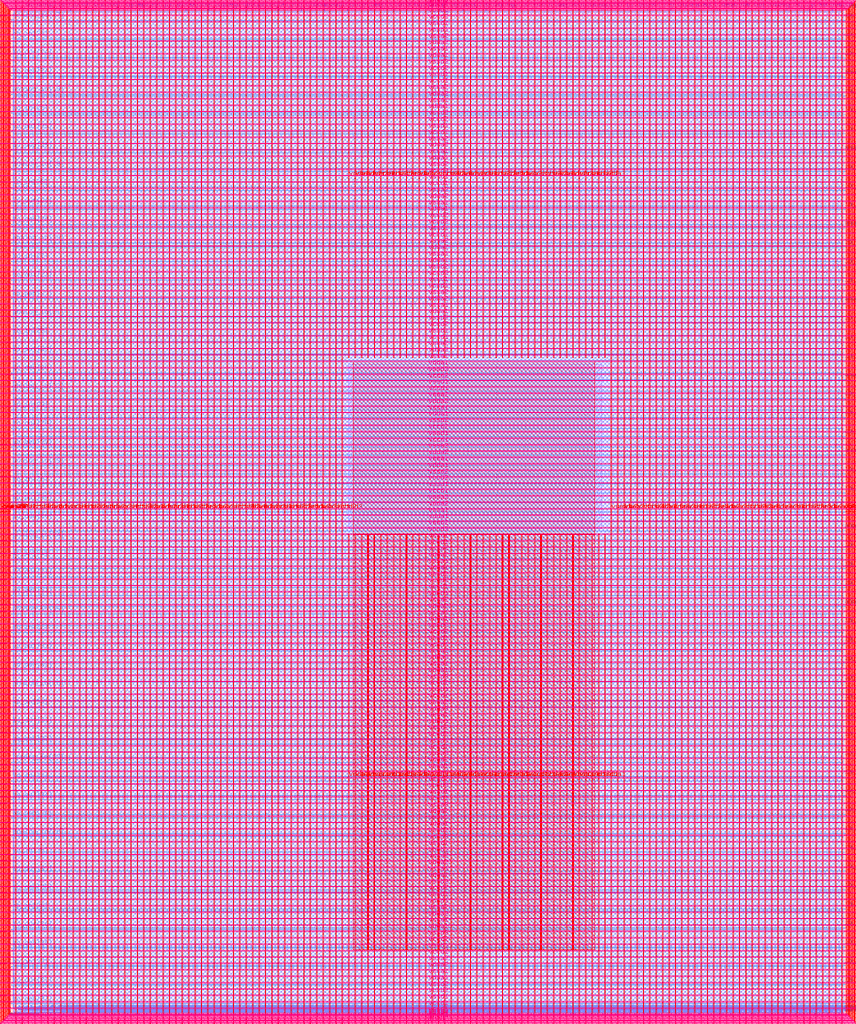
<source format=lef>
VERSION 5.7 ;
  NOWIREEXTENSIONATPIN ON ;
  DIVIDERCHAR "/" ;
  BUSBITCHARS "[]" ;
MACRO user_project_wrapper
  CLASS BLOCK ;
  FOREIGN user_project_wrapper ;
  ORIGIN 0.000 0.000 ;
  SIZE 2920.000 BY 3520.000 ;
  PIN analog_io[0]
    DIRECTION INOUT ;
    USE SIGNAL ;
    PORT
      LAYER met3 ;
        RECT 2917.600 1426.380 2924.800 1427.580 ;
    END
  END analog_io[0]
  PIN analog_io[10]
    DIRECTION INOUT ;
    USE SIGNAL ;
    PORT
      LAYER met2 ;
        RECT 2230.490 3517.600 2231.050 3524.800 ;
    END
  END analog_io[10]
  PIN analog_io[11]
    DIRECTION INOUT ;
    USE SIGNAL ;
    PORT
      LAYER met2 ;
        RECT 1905.730 3517.600 1906.290 3524.800 ;
    END
  END analog_io[11]
  PIN analog_io[12]
    DIRECTION INOUT ;
    USE SIGNAL ;
    PORT
      LAYER met2 ;
        RECT 1581.430 3517.600 1581.990 3524.800 ;
    END
  END analog_io[12]
  PIN analog_io[13]
    DIRECTION INOUT ;
    USE SIGNAL ;
    PORT
      LAYER met2 ;
        RECT 1257.130 3517.600 1257.690 3524.800 ;
    END
  END analog_io[13]
  PIN analog_io[14]
    DIRECTION INOUT ;
    USE SIGNAL ;
    PORT
      LAYER met2 ;
        RECT 932.370 3517.600 932.930 3524.800 ;
    END
  END analog_io[14]
  PIN analog_io[15]
    DIRECTION INOUT ;
    USE SIGNAL ;
    PORT
      LAYER met2 ;
        RECT 608.070 3517.600 608.630 3524.800 ;
    END
  END analog_io[15]
  PIN analog_io[16]
    DIRECTION INOUT ;
    USE SIGNAL ;
    PORT
      LAYER met2 ;
        RECT 283.770 3517.600 284.330 3524.800 ;
    END
  END analog_io[16]
  PIN analog_io[17]
    DIRECTION INOUT ;
    USE SIGNAL ;
    PORT
      LAYER met3 ;
        RECT -4.800 3486.100 2.400 3487.300 ;
    END
  END analog_io[17]
  PIN analog_io[18]
    DIRECTION INOUT ;
    USE SIGNAL ;
    PORT
      LAYER met3 ;
        RECT -4.800 3224.980 2.400 3226.180 ;
    END
  END analog_io[18]
  PIN analog_io[19]
    DIRECTION INOUT ;
    USE SIGNAL ;
    PORT
      LAYER met3 ;
        RECT -4.800 2964.540 2.400 2965.740 ;
    END
  END analog_io[19]
  PIN analog_io[1]
    DIRECTION INOUT ;
    USE SIGNAL ;
    PORT
      LAYER met3 ;
        RECT 2917.600 1692.260 2924.800 1693.460 ;
    END
  END analog_io[1]
  PIN analog_io[20]
    DIRECTION INOUT ;
    USE SIGNAL ;
    PORT
      LAYER met3 ;
        RECT -4.800 2703.420 2.400 2704.620 ;
    END
  END analog_io[20]
  PIN analog_io[21]
    DIRECTION INOUT ;
    USE SIGNAL ;
    PORT
      LAYER met3 ;
        RECT -4.800 2442.980 2.400 2444.180 ;
    END
  END analog_io[21]
  PIN analog_io[22]
    DIRECTION INOUT ;
    USE SIGNAL ;
    PORT
      LAYER met3 ;
        RECT -4.800 2182.540 2.400 2183.740 ;
    END
  END analog_io[22]
  PIN analog_io[23]
    DIRECTION INOUT ;
    USE SIGNAL ;
    PORT
      LAYER met3 ;
        RECT -4.800 1921.420 2.400 1922.620 ;
    END
  END analog_io[23]
  PIN analog_io[24]
    DIRECTION INOUT ;
    USE SIGNAL ;
    PORT
      LAYER met3 ;
        RECT -4.800 1660.980 2.400 1662.180 ;
    END
  END analog_io[24]
  PIN analog_io[25]
    DIRECTION INOUT ;
    USE SIGNAL ;
    PORT
      LAYER met3 ;
        RECT -4.800 1399.860 2.400 1401.060 ;
    END
  END analog_io[25]
  PIN analog_io[26]
    DIRECTION INOUT ;
    USE SIGNAL ;
    PORT
      LAYER met3 ;
        RECT -4.800 1139.420 2.400 1140.620 ;
    END
  END analog_io[26]
  PIN analog_io[27]
    DIRECTION INOUT ;
    USE SIGNAL ;
    PORT
      LAYER met3 ;
        RECT -4.800 878.980 2.400 880.180 ;
    END
  END analog_io[27]
  PIN analog_io[28]
    DIRECTION INOUT ;
    USE SIGNAL ;
    PORT
      LAYER met3 ;
        RECT -4.800 617.860 2.400 619.060 ;
    END
  END analog_io[28]
  PIN analog_io[2]
    DIRECTION INOUT ;
    USE SIGNAL ;
    PORT
      LAYER met3 ;
        RECT 2917.600 1958.140 2924.800 1959.340 ;
    END
  END analog_io[2]
  PIN analog_io[3]
    DIRECTION INOUT ;
    USE SIGNAL ;
    PORT
      LAYER met3 ;
        RECT 2917.600 2223.340 2924.800 2224.540 ;
    END
  END analog_io[3]
  PIN analog_io[4]
    DIRECTION INOUT ;
    USE SIGNAL ;
    PORT
      LAYER met3 ;
        RECT 2917.600 2489.220 2924.800 2490.420 ;
    END
  END analog_io[4]
  PIN analog_io[5]
    DIRECTION INOUT ;
    USE SIGNAL ;
    PORT
      LAYER met3 ;
        RECT 2917.600 2755.100 2924.800 2756.300 ;
    END
  END analog_io[5]
  PIN analog_io[6]
    DIRECTION INOUT ;
    USE SIGNAL ;
    PORT
      LAYER met3 ;
        RECT 2917.600 3020.300 2924.800 3021.500 ;
    END
  END analog_io[6]
  PIN analog_io[7]
    DIRECTION INOUT ;
    USE SIGNAL ;
    PORT
      LAYER met3 ;
        RECT 2917.600 3286.180 2924.800 3287.380 ;
    END
  END analog_io[7]
  PIN analog_io[8]
    DIRECTION INOUT ;
    USE SIGNAL ;
    PORT
      LAYER met2 ;
        RECT 2879.090 3517.600 2879.650 3524.800 ;
    END
  END analog_io[8]
  PIN analog_io[9]
    DIRECTION INOUT ;
    USE SIGNAL ;
    PORT
      LAYER met2 ;
        RECT 2554.790 3517.600 2555.350 3524.800 ;
    END
  END analog_io[9]
  PIN io_in[0]
    DIRECTION INPUT ;
    USE SIGNAL ;
    PORT
      LAYER met3 ;
        RECT 2917.600 32.380 2924.800 33.580 ;
    END
  END io_in[0]
  PIN io_in[10]
    DIRECTION INPUT ;
    USE SIGNAL ;
    PORT
      LAYER met3 ;
        RECT 2917.600 2289.980 2924.800 2291.180 ;
    END
  END io_in[10]
  PIN io_in[11]
    DIRECTION INPUT ;
    USE SIGNAL ;
    PORT
      LAYER met3 ;
        RECT 2917.600 2555.860 2924.800 2557.060 ;
    END
  END io_in[11]
  PIN io_in[12]
    DIRECTION INPUT ;
    USE SIGNAL ;
    PORT
      LAYER met3 ;
        RECT 2917.600 2821.060 2924.800 2822.260 ;
    END
  END io_in[12]
  PIN io_in[13]
    DIRECTION INPUT ;
    USE SIGNAL ;
    PORT
      LAYER met3 ;
        RECT 2917.600 3086.940 2924.800 3088.140 ;
    END
  END io_in[13]
  PIN io_in[14]
    DIRECTION INPUT ;
    USE SIGNAL ;
    PORT
      LAYER met3 ;
        RECT 2917.600 3352.820 2924.800 3354.020 ;
    END
  END io_in[14]
  PIN io_in[15]
    DIRECTION INPUT ;
    USE SIGNAL ;
    PORT
      LAYER met2 ;
        RECT 2798.130 3517.600 2798.690 3524.800 ;
    END
  END io_in[15]
  PIN io_in[16]
    DIRECTION INPUT ;
    USE SIGNAL ;
    PORT
      LAYER met2 ;
        RECT 2473.830 3517.600 2474.390 3524.800 ;
    END
  END io_in[16]
  PIN io_in[17]
    DIRECTION INPUT ;
    USE SIGNAL ;
    PORT
      LAYER met2 ;
        RECT 2149.070 3517.600 2149.630 3524.800 ;
    END
  END io_in[17]
  PIN io_in[18]
    DIRECTION INPUT ;
    USE SIGNAL ;
    PORT
      LAYER met2 ;
        RECT 1824.770 3517.600 1825.330 3524.800 ;
    END
  END io_in[18]
  PIN io_in[19]
    DIRECTION INPUT ;
    USE SIGNAL ;
    PORT
      LAYER met2 ;
        RECT 1500.470 3517.600 1501.030 3524.800 ;
    END
  END io_in[19]
  PIN io_in[1]
    DIRECTION INPUT ;
    USE SIGNAL ;
    PORT
      LAYER met3 ;
        RECT 2917.600 230.940 2924.800 232.140 ;
    END
  END io_in[1]
  PIN io_in[20]
    DIRECTION INPUT ;
    USE SIGNAL ;
    PORT
      LAYER met2 ;
        RECT 1175.710 3517.600 1176.270 3524.800 ;
    END
  END io_in[20]
  PIN io_in[21]
    DIRECTION INPUT ;
    USE SIGNAL ;
    PORT
      LAYER met2 ;
        RECT 851.410 3517.600 851.970 3524.800 ;
    END
  END io_in[21]
  PIN io_in[22]
    DIRECTION INPUT ;
    USE SIGNAL ;
    PORT
      LAYER met2 ;
        RECT 527.110 3517.600 527.670 3524.800 ;
    END
  END io_in[22]
  PIN io_in[23]
    DIRECTION INPUT ;
    USE SIGNAL ;
    PORT
      LAYER met2 ;
        RECT 202.350 3517.600 202.910 3524.800 ;
    END
  END io_in[23]
  PIN io_in[24]
    DIRECTION INPUT ;
    USE SIGNAL ;
    PORT
      LAYER met3 ;
        RECT -4.800 3420.820 2.400 3422.020 ;
    END
  END io_in[24]
  PIN io_in[25]
    DIRECTION INPUT ;
    USE SIGNAL ;
    PORT
      LAYER met3 ;
        RECT -4.800 3159.700 2.400 3160.900 ;
    END
  END io_in[25]
  PIN io_in[26]
    DIRECTION INPUT ;
    USE SIGNAL ;
    PORT
      LAYER met3 ;
        RECT -4.800 2899.260 2.400 2900.460 ;
    END
  END io_in[26]
  PIN io_in[27]
    DIRECTION INPUT ;
    USE SIGNAL ;
    PORT
      LAYER met3 ;
        RECT -4.800 2638.820 2.400 2640.020 ;
    END
  END io_in[27]
  PIN io_in[28]
    DIRECTION INPUT ;
    USE SIGNAL ;
    PORT
      LAYER met3 ;
        RECT -4.800 2377.700 2.400 2378.900 ;
    END
  END io_in[28]
  PIN io_in[29]
    DIRECTION INPUT ;
    USE SIGNAL ;
    PORT
      LAYER met3 ;
        RECT -4.800 2117.260 2.400 2118.460 ;
    END
  END io_in[29]
  PIN io_in[2]
    DIRECTION INPUT ;
    USE SIGNAL ;
    PORT
      LAYER met3 ;
        RECT 2917.600 430.180 2924.800 431.380 ;
    END
  END io_in[2]
  PIN io_in[30]
    DIRECTION INPUT ;
    USE SIGNAL ;
    PORT
      LAYER met3 ;
        RECT -4.800 1856.140 2.400 1857.340 ;
    END
  END io_in[30]
  PIN io_in[31]
    DIRECTION INPUT ;
    USE SIGNAL ;
    PORT
      LAYER met3 ;
        RECT -4.800 1595.700 2.400 1596.900 ;
    END
  END io_in[31]
  PIN io_in[32]
    DIRECTION INPUT ;
    USE SIGNAL ;
    PORT
      LAYER met3 ;
        RECT -4.800 1335.260 2.400 1336.460 ;
    END
  END io_in[32]
  PIN io_in[33]
    DIRECTION INPUT ;
    USE SIGNAL ;
    PORT
      LAYER met3 ;
        RECT -4.800 1074.140 2.400 1075.340 ;
    END
  END io_in[33]
  PIN io_in[34]
    DIRECTION INPUT ;
    USE SIGNAL ;
    PORT
      LAYER met3 ;
        RECT -4.800 813.700 2.400 814.900 ;
    END
  END io_in[34]
  PIN io_in[35]
    DIRECTION INPUT ;
    USE SIGNAL ;
    PORT
      LAYER met3 ;
        RECT -4.800 552.580 2.400 553.780 ;
    END
  END io_in[35]
  PIN io_in[36]
    DIRECTION INPUT ;
    USE SIGNAL ;
    PORT
      LAYER met3 ;
        RECT -4.800 357.420 2.400 358.620 ;
    END
  END io_in[36]
  PIN io_in[37]
    DIRECTION INPUT ;
    USE SIGNAL ;
    PORT
      LAYER met3 ;
        RECT -4.800 161.580 2.400 162.780 ;
    END
  END io_in[37]
  PIN io_in[3]
    DIRECTION INPUT ;
    USE SIGNAL ;
    PORT
      LAYER met3 ;
        RECT 2917.600 629.420 2924.800 630.620 ;
    END
  END io_in[3]
  PIN io_in[4]
    DIRECTION INPUT ;
    USE SIGNAL ;
    PORT
      LAYER met3 ;
        RECT 2917.600 828.660 2924.800 829.860 ;
    END
  END io_in[4]
  PIN io_in[5]
    DIRECTION INPUT ;
    USE SIGNAL ;
    PORT
      LAYER met3 ;
        RECT 2917.600 1027.900 2924.800 1029.100 ;
    END
  END io_in[5]
  PIN io_in[6]
    DIRECTION INPUT ;
    USE SIGNAL ;
    PORT
      LAYER met3 ;
        RECT 2917.600 1227.140 2924.800 1228.340 ;
    END
  END io_in[6]
  PIN io_in[7]
    DIRECTION INPUT ;
    USE SIGNAL ;
    PORT
      LAYER met3 ;
        RECT 2917.600 1493.020 2924.800 1494.220 ;
    END
  END io_in[7]
  PIN io_in[8]
    DIRECTION INPUT ;
    USE SIGNAL ;
    PORT
      LAYER met3 ;
        RECT 2917.600 1758.900 2924.800 1760.100 ;
    END
  END io_in[8]
  PIN io_in[9]
    DIRECTION INPUT ;
    USE SIGNAL ;
    PORT
      LAYER met3 ;
        RECT 2917.600 2024.100 2924.800 2025.300 ;
    END
  END io_in[9]
  PIN io_oeb[0]
    DIRECTION OUTPUT TRISTATE ;
    USE SIGNAL ;
    PORT
      LAYER met3 ;
        RECT 2917.600 164.980 2924.800 166.180 ;
    END
  END io_oeb[0]
  PIN io_oeb[10]
    DIRECTION OUTPUT TRISTATE ;
    USE SIGNAL ;
    PORT
      LAYER met3 ;
        RECT 2917.600 2422.580 2924.800 2423.780 ;
    END
  END io_oeb[10]
  PIN io_oeb[11]
    DIRECTION OUTPUT TRISTATE ;
    USE SIGNAL ;
    PORT
      LAYER met3 ;
        RECT 2917.600 2688.460 2924.800 2689.660 ;
    END
  END io_oeb[11]
  PIN io_oeb[12]
    DIRECTION OUTPUT TRISTATE ;
    USE SIGNAL ;
    PORT
      LAYER met3 ;
        RECT 2917.600 2954.340 2924.800 2955.540 ;
    END
  END io_oeb[12]
  PIN io_oeb[13]
    DIRECTION OUTPUT TRISTATE ;
    USE SIGNAL ;
    PORT
      LAYER met3 ;
        RECT 2917.600 3219.540 2924.800 3220.740 ;
    END
  END io_oeb[13]
  PIN io_oeb[14]
    DIRECTION OUTPUT TRISTATE ;
    USE SIGNAL ;
    PORT
      LAYER met3 ;
        RECT 2917.600 3485.420 2924.800 3486.620 ;
    END
  END io_oeb[14]
  PIN io_oeb[15]
    DIRECTION OUTPUT TRISTATE ;
    USE SIGNAL ;
    PORT
      LAYER met2 ;
        RECT 2635.750 3517.600 2636.310 3524.800 ;
    END
  END io_oeb[15]
  PIN io_oeb[16]
    DIRECTION OUTPUT TRISTATE ;
    USE SIGNAL ;
    PORT
      LAYER met2 ;
        RECT 2311.450 3517.600 2312.010 3524.800 ;
    END
  END io_oeb[16]
  PIN io_oeb[17]
    DIRECTION OUTPUT TRISTATE ;
    USE SIGNAL ;
    PORT
      LAYER met2 ;
        RECT 1987.150 3517.600 1987.710 3524.800 ;
    END
  END io_oeb[17]
  PIN io_oeb[18]
    DIRECTION OUTPUT TRISTATE ;
    USE SIGNAL ;
    PORT
      LAYER met2 ;
        RECT 1662.390 3517.600 1662.950 3524.800 ;
    END
  END io_oeb[18]
  PIN io_oeb[19]
    DIRECTION OUTPUT TRISTATE ;
    USE SIGNAL ;
    PORT
      LAYER met2 ;
        RECT 1338.090 3517.600 1338.650 3524.800 ;
    END
  END io_oeb[19]
  PIN io_oeb[1]
    DIRECTION OUTPUT TRISTATE ;
    USE SIGNAL ;
    PORT
      LAYER met3 ;
        RECT 2917.600 364.220 2924.800 365.420 ;
    END
  END io_oeb[1]
  PIN io_oeb[20]
    DIRECTION OUTPUT TRISTATE ;
    USE SIGNAL ;
    PORT
      LAYER met2 ;
        RECT 1013.790 3517.600 1014.350 3524.800 ;
    END
  END io_oeb[20]
  PIN io_oeb[21]
    DIRECTION OUTPUT TRISTATE ;
    USE SIGNAL ;
    PORT
      LAYER met2 ;
        RECT 689.030 3517.600 689.590 3524.800 ;
    END
  END io_oeb[21]
  PIN io_oeb[22]
    DIRECTION OUTPUT TRISTATE ;
    USE SIGNAL ;
    PORT
      LAYER met2 ;
        RECT 364.730 3517.600 365.290 3524.800 ;
    END
  END io_oeb[22]
  PIN io_oeb[23]
    DIRECTION OUTPUT TRISTATE ;
    USE SIGNAL ;
    PORT
      LAYER met2 ;
        RECT 40.430 3517.600 40.990 3524.800 ;
    END
  END io_oeb[23]
  PIN io_oeb[24]
    DIRECTION OUTPUT TRISTATE ;
    USE SIGNAL ;
    PORT
      LAYER met3 ;
        RECT -4.800 3290.260 2.400 3291.460 ;
    END
  END io_oeb[24]
  PIN io_oeb[25]
    DIRECTION OUTPUT TRISTATE ;
    USE SIGNAL ;
    PORT
      LAYER met3 ;
        RECT -4.800 3029.820 2.400 3031.020 ;
    END
  END io_oeb[25]
  PIN io_oeb[26]
    DIRECTION OUTPUT TRISTATE ;
    USE SIGNAL ;
    PORT
      LAYER met3 ;
        RECT -4.800 2768.700 2.400 2769.900 ;
    END
  END io_oeb[26]
  PIN io_oeb[27]
    DIRECTION OUTPUT TRISTATE ;
    USE SIGNAL ;
    PORT
      LAYER met3 ;
        RECT -4.800 2508.260 2.400 2509.460 ;
    END
  END io_oeb[27]
  PIN io_oeb[28]
    DIRECTION OUTPUT TRISTATE ;
    USE SIGNAL ;
    PORT
      LAYER met3 ;
        RECT -4.800 2247.140 2.400 2248.340 ;
    END
  END io_oeb[28]
  PIN io_oeb[29]
    DIRECTION OUTPUT TRISTATE ;
    USE SIGNAL ;
    PORT
      LAYER met3 ;
        RECT -4.800 1986.700 2.400 1987.900 ;
    END
  END io_oeb[29]
  PIN io_oeb[2]
    DIRECTION OUTPUT TRISTATE ;
    USE SIGNAL ;
    PORT
      LAYER met3 ;
        RECT 2917.600 563.460 2924.800 564.660 ;
    END
  END io_oeb[2]
  PIN io_oeb[30]
    DIRECTION OUTPUT TRISTATE ;
    USE SIGNAL ;
    PORT
      LAYER met3 ;
        RECT -4.800 1726.260 2.400 1727.460 ;
    END
  END io_oeb[30]
  PIN io_oeb[31]
    DIRECTION OUTPUT TRISTATE ;
    USE SIGNAL ;
    PORT
      LAYER met3 ;
        RECT -4.800 1465.140 2.400 1466.340 ;
    END
  END io_oeb[31]
  PIN io_oeb[32]
    DIRECTION OUTPUT TRISTATE ;
    USE SIGNAL ;
    PORT
      LAYER met3 ;
        RECT -4.800 1204.700 2.400 1205.900 ;
    END
  END io_oeb[32]
  PIN io_oeb[33]
    DIRECTION OUTPUT TRISTATE ;
    USE SIGNAL ;
    PORT
      LAYER met3 ;
        RECT -4.800 943.580 2.400 944.780 ;
    END
  END io_oeb[33]
  PIN io_oeb[34]
    DIRECTION OUTPUT TRISTATE ;
    USE SIGNAL ;
    PORT
      LAYER met3 ;
        RECT -4.800 683.140 2.400 684.340 ;
    END
  END io_oeb[34]
  PIN io_oeb[35]
    DIRECTION OUTPUT TRISTATE ;
    USE SIGNAL ;
    PORT
      LAYER met3 ;
        RECT -4.800 422.700 2.400 423.900 ;
    END
  END io_oeb[35]
  PIN io_oeb[36]
    DIRECTION OUTPUT TRISTATE ;
    USE SIGNAL ;
    PORT
      LAYER met3 ;
        RECT -4.800 226.860 2.400 228.060 ;
    END
  END io_oeb[36]
  PIN io_oeb[37]
    DIRECTION OUTPUT TRISTATE ;
    USE SIGNAL ;
    PORT
      LAYER met3 ;
        RECT -4.800 31.700 2.400 32.900 ;
    END
  END io_oeb[37]
  PIN io_oeb[3]
    DIRECTION OUTPUT TRISTATE ;
    USE SIGNAL ;
    PORT
      LAYER met3 ;
        RECT 2917.600 762.700 2924.800 763.900 ;
    END
  END io_oeb[3]
  PIN io_oeb[4]
    DIRECTION OUTPUT TRISTATE ;
    USE SIGNAL ;
    PORT
      LAYER met3 ;
        RECT 2917.600 961.940 2924.800 963.140 ;
    END
  END io_oeb[4]
  PIN io_oeb[5]
    DIRECTION OUTPUT TRISTATE ;
    USE SIGNAL ;
    PORT
      LAYER met3 ;
        RECT 2917.600 1161.180 2924.800 1162.380 ;
    END
  END io_oeb[5]
  PIN io_oeb[6]
    DIRECTION OUTPUT TRISTATE ;
    USE SIGNAL ;
    PORT
      LAYER met3 ;
        RECT 2917.600 1360.420 2924.800 1361.620 ;
    END
  END io_oeb[6]
  PIN io_oeb[7]
    DIRECTION OUTPUT TRISTATE ;
    USE SIGNAL ;
    PORT
      LAYER met3 ;
        RECT 2917.600 1625.620 2924.800 1626.820 ;
    END
  END io_oeb[7]
  PIN io_oeb[8]
    DIRECTION OUTPUT TRISTATE ;
    USE SIGNAL ;
    PORT
      LAYER met3 ;
        RECT 2917.600 1891.500 2924.800 1892.700 ;
    END
  END io_oeb[8]
  PIN io_oeb[9]
    DIRECTION OUTPUT TRISTATE ;
    USE SIGNAL ;
    PORT
      LAYER met3 ;
        RECT 2917.600 2157.380 2924.800 2158.580 ;
    END
  END io_oeb[9]
  PIN io_out[0]
    DIRECTION OUTPUT TRISTATE ;
    USE SIGNAL ;
    PORT
      LAYER met3 ;
        RECT 2917.600 98.340 2924.800 99.540 ;
    END
  END io_out[0]
  PIN io_out[10]
    DIRECTION OUTPUT TRISTATE ;
    USE SIGNAL ;
    PORT
      LAYER met3 ;
        RECT 2917.600 2356.620 2924.800 2357.820 ;
    END
  END io_out[10]
  PIN io_out[11]
    DIRECTION OUTPUT TRISTATE ;
    USE SIGNAL ;
    PORT
      LAYER met3 ;
        RECT 2917.600 2621.820 2924.800 2623.020 ;
    END
  END io_out[11]
  PIN io_out[12]
    DIRECTION OUTPUT TRISTATE ;
    USE SIGNAL ;
    PORT
      LAYER met3 ;
        RECT 2917.600 2887.700 2924.800 2888.900 ;
    END
  END io_out[12]
  PIN io_out[13]
    DIRECTION OUTPUT TRISTATE ;
    USE SIGNAL ;
    PORT
      LAYER met3 ;
        RECT 2917.600 3153.580 2924.800 3154.780 ;
    END
  END io_out[13]
  PIN io_out[14]
    DIRECTION OUTPUT TRISTATE ;
    USE SIGNAL ;
    PORT
      LAYER met3 ;
        RECT 2917.600 3418.780 2924.800 3419.980 ;
    END
  END io_out[14]
  PIN io_out[15]
    DIRECTION OUTPUT TRISTATE ;
    USE SIGNAL ;
    PORT
      LAYER met2 ;
        RECT 2717.170 3517.600 2717.730 3524.800 ;
    END
  END io_out[15]
  PIN io_out[16]
    DIRECTION OUTPUT TRISTATE ;
    USE SIGNAL ;
    PORT
      LAYER met2 ;
        RECT 2392.410 3517.600 2392.970 3524.800 ;
    END
  END io_out[16]
  PIN io_out[17]
    DIRECTION OUTPUT TRISTATE ;
    USE SIGNAL ;
    PORT
      LAYER met2 ;
        RECT 2068.110 3517.600 2068.670 3524.800 ;
    END
  END io_out[17]
  PIN io_out[18]
    DIRECTION OUTPUT TRISTATE ;
    USE SIGNAL ;
    PORT
      LAYER met2 ;
        RECT 1743.810 3517.600 1744.370 3524.800 ;
    END
  END io_out[18]
  PIN io_out[19]
    DIRECTION OUTPUT TRISTATE ;
    USE SIGNAL ;
    PORT
      LAYER met2 ;
        RECT 1419.050 3517.600 1419.610 3524.800 ;
    END
  END io_out[19]
  PIN io_out[1]
    DIRECTION OUTPUT TRISTATE ;
    USE SIGNAL ;
    PORT
      LAYER met3 ;
        RECT 2917.600 297.580 2924.800 298.780 ;
    END
  END io_out[1]
  PIN io_out[20]
    DIRECTION OUTPUT TRISTATE ;
    USE SIGNAL ;
    PORT
      LAYER met2 ;
        RECT 1094.750 3517.600 1095.310 3524.800 ;
    END
  END io_out[20]
  PIN io_out[21]
    DIRECTION OUTPUT TRISTATE ;
    USE SIGNAL ;
    PORT
      LAYER met2 ;
        RECT 770.450 3517.600 771.010 3524.800 ;
    END
  END io_out[21]
  PIN io_out[22]
    DIRECTION OUTPUT TRISTATE ;
    USE SIGNAL ;
    PORT
      LAYER met2 ;
        RECT 445.690 3517.600 446.250 3524.800 ;
    END
  END io_out[22]
  PIN io_out[23]
    DIRECTION OUTPUT TRISTATE ;
    USE SIGNAL ;
    PORT
      LAYER met2 ;
        RECT 121.390 3517.600 121.950 3524.800 ;
    END
  END io_out[23]
  PIN io_out[24]
    DIRECTION OUTPUT TRISTATE ;
    USE SIGNAL ;
    PORT
      LAYER met3 ;
        RECT -4.800 3355.540 2.400 3356.740 ;
    END
  END io_out[24]
  PIN io_out[25]
    DIRECTION OUTPUT TRISTATE ;
    USE SIGNAL ;
    PORT
      LAYER met3 ;
        RECT -4.800 3095.100 2.400 3096.300 ;
    END
  END io_out[25]
  PIN io_out[26]
    DIRECTION OUTPUT TRISTATE ;
    USE SIGNAL ;
    PORT
      LAYER met3 ;
        RECT -4.800 2833.980 2.400 2835.180 ;
    END
  END io_out[26]
  PIN io_out[27]
    DIRECTION OUTPUT TRISTATE ;
    USE SIGNAL ;
    PORT
      LAYER met3 ;
        RECT -4.800 2573.540 2.400 2574.740 ;
    END
  END io_out[27]
  PIN io_out[28]
    DIRECTION OUTPUT TRISTATE ;
    USE SIGNAL ;
    PORT
      LAYER met3 ;
        RECT -4.800 2312.420 2.400 2313.620 ;
    END
  END io_out[28]
  PIN io_out[29]
    DIRECTION OUTPUT TRISTATE ;
    USE SIGNAL ;
    PORT
      LAYER met3 ;
        RECT -4.800 2051.980 2.400 2053.180 ;
    END
  END io_out[29]
  PIN io_out[2]
    DIRECTION OUTPUT TRISTATE ;
    USE SIGNAL ;
    PORT
      LAYER met3 ;
        RECT 2917.600 496.820 2924.800 498.020 ;
    END
  END io_out[2]
  PIN io_out[30]
    DIRECTION OUTPUT TRISTATE ;
    USE SIGNAL ;
    PORT
      LAYER met3 ;
        RECT -4.800 1791.540 2.400 1792.740 ;
    END
  END io_out[30]
  PIN io_out[31]
    DIRECTION OUTPUT TRISTATE ;
    USE SIGNAL ;
    PORT
      LAYER met3 ;
        RECT -4.800 1530.420 2.400 1531.620 ;
    END
  END io_out[31]
  PIN io_out[32]
    DIRECTION OUTPUT TRISTATE ;
    USE SIGNAL ;
    PORT
      LAYER met3 ;
        RECT -4.800 1269.980 2.400 1271.180 ;
    END
  END io_out[32]
  PIN io_out[33]
    DIRECTION OUTPUT TRISTATE ;
    USE SIGNAL ;
    PORT
      LAYER met3 ;
        RECT -4.800 1008.860 2.400 1010.060 ;
    END
  END io_out[33]
  PIN io_out[34]
    DIRECTION OUTPUT TRISTATE ;
    USE SIGNAL ;
    PORT
      LAYER met3 ;
        RECT -4.800 748.420 2.400 749.620 ;
    END
  END io_out[34]
  PIN io_out[35]
    DIRECTION OUTPUT TRISTATE ;
    USE SIGNAL ;
    PORT
      LAYER met3 ;
        RECT -4.800 487.300 2.400 488.500 ;
    END
  END io_out[35]
  PIN io_out[36]
    DIRECTION OUTPUT TRISTATE ;
    USE SIGNAL ;
    PORT
      LAYER met3 ;
        RECT -4.800 292.140 2.400 293.340 ;
    END
  END io_out[36]
  PIN io_out[37]
    DIRECTION OUTPUT TRISTATE ;
    USE SIGNAL ;
    PORT
      LAYER met3 ;
        RECT -4.800 96.300 2.400 97.500 ;
    END
  END io_out[37]
  PIN io_out[3]
    DIRECTION OUTPUT TRISTATE ;
    USE SIGNAL ;
    PORT
      LAYER met3 ;
        RECT 2917.600 696.060 2924.800 697.260 ;
    END
  END io_out[3]
  PIN io_out[4]
    DIRECTION OUTPUT TRISTATE ;
    USE SIGNAL ;
    PORT
      LAYER met3 ;
        RECT 2917.600 895.300 2924.800 896.500 ;
    END
  END io_out[4]
  PIN io_out[5]
    DIRECTION OUTPUT TRISTATE ;
    USE SIGNAL ;
    PORT
      LAYER met3 ;
        RECT 2917.600 1094.540 2924.800 1095.740 ;
    END
  END io_out[5]
  PIN io_out[6]
    DIRECTION OUTPUT TRISTATE ;
    USE SIGNAL ;
    PORT
      LAYER met3 ;
        RECT 2917.600 1293.780 2924.800 1294.980 ;
    END
  END io_out[6]
  PIN io_out[7]
    DIRECTION OUTPUT TRISTATE ;
    USE SIGNAL ;
    PORT
      LAYER met3 ;
        RECT 2917.600 1559.660 2924.800 1560.860 ;
    END
  END io_out[7]
  PIN io_out[8]
    DIRECTION OUTPUT TRISTATE ;
    USE SIGNAL ;
    PORT
      LAYER met3 ;
        RECT 2917.600 1824.860 2924.800 1826.060 ;
    END
  END io_out[8]
  PIN io_out[9]
    DIRECTION OUTPUT TRISTATE ;
    USE SIGNAL ;
    PORT
      LAYER met3 ;
        RECT 2917.600 2090.740 2924.800 2091.940 ;
    END
  END io_out[9]
  PIN la_data_in[0]
    DIRECTION INPUT ;
    USE SIGNAL ;
    PORT
      LAYER met2 ;
        RECT 629.230 -4.800 629.790 2.400 ;
    END
  END la_data_in[0]
  PIN la_data_in[100]
    DIRECTION INPUT ;
    USE SIGNAL ;
    PORT
      LAYER met2 ;
        RECT 2402.530 -4.800 2403.090 2.400 ;
    END
  END la_data_in[100]
  PIN la_data_in[101]
    DIRECTION INPUT ;
    USE SIGNAL ;
    PORT
      LAYER met2 ;
        RECT 2420.010 -4.800 2420.570 2.400 ;
    END
  END la_data_in[101]
  PIN la_data_in[102]
    DIRECTION INPUT ;
    USE SIGNAL ;
    PORT
      LAYER met2 ;
        RECT 2437.950 -4.800 2438.510 2.400 ;
    END
  END la_data_in[102]
  PIN la_data_in[103]
    DIRECTION INPUT ;
    USE SIGNAL ;
    PORT
      LAYER met2 ;
        RECT 2455.430 -4.800 2455.990 2.400 ;
    END
  END la_data_in[103]
  PIN la_data_in[104]
    DIRECTION INPUT ;
    USE SIGNAL ;
    PORT
      LAYER met2 ;
        RECT 2473.370 -4.800 2473.930 2.400 ;
    END
  END la_data_in[104]
  PIN la_data_in[105]
    DIRECTION INPUT ;
    USE SIGNAL ;
    PORT
      LAYER met2 ;
        RECT 2490.850 -4.800 2491.410 2.400 ;
    END
  END la_data_in[105]
  PIN la_data_in[106]
    DIRECTION INPUT ;
    USE SIGNAL ;
    PORT
      LAYER met2 ;
        RECT 2508.790 -4.800 2509.350 2.400 ;
    END
  END la_data_in[106]
  PIN la_data_in[107]
    DIRECTION INPUT ;
    USE SIGNAL ;
    PORT
      LAYER met2 ;
        RECT 2526.730 -4.800 2527.290 2.400 ;
    END
  END la_data_in[107]
  PIN la_data_in[108]
    DIRECTION INPUT ;
    USE SIGNAL ;
    PORT
      LAYER met2 ;
        RECT 2544.210 -4.800 2544.770 2.400 ;
    END
  END la_data_in[108]
  PIN la_data_in[109]
    DIRECTION INPUT ;
    USE SIGNAL ;
    PORT
      LAYER met2 ;
        RECT 2562.150 -4.800 2562.710 2.400 ;
    END
  END la_data_in[109]
  PIN la_data_in[10]
    DIRECTION INPUT ;
    USE SIGNAL ;
    PORT
      LAYER met2 ;
        RECT 806.330 -4.800 806.890 2.400 ;
    END
  END la_data_in[10]
  PIN la_data_in[110]
    DIRECTION INPUT ;
    USE SIGNAL ;
    PORT
      LAYER met2 ;
        RECT 2579.630 -4.800 2580.190 2.400 ;
    END
  END la_data_in[110]
  PIN la_data_in[111]
    DIRECTION INPUT ;
    USE SIGNAL ;
    PORT
      LAYER met2 ;
        RECT 2597.570 -4.800 2598.130 2.400 ;
    END
  END la_data_in[111]
  PIN la_data_in[112]
    DIRECTION INPUT ;
    USE SIGNAL ;
    PORT
      LAYER met2 ;
        RECT 2615.050 -4.800 2615.610 2.400 ;
    END
  END la_data_in[112]
  PIN la_data_in[113]
    DIRECTION INPUT ;
    USE SIGNAL ;
    PORT
      LAYER met2 ;
        RECT 2632.990 -4.800 2633.550 2.400 ;
    END
  END la_data_in[113]
  PIN la_data_in[114]
    DIRECTION INPUT ;
    USE SIGNAL ;
    PORT
      LAYER met2 ;
        RECT 2650.470 -4.800 2651.030 2.400 ;
    END
  END la_data_in[114]
  PIN la_data_in[115]
    DIRECTION INPUT ;
    USE SIGNAL ;
    PORT
      LAYER met2 ;
        RECT 2668.410 -4.800 2668.970 2.400 ;
    END
  END la_data_in[115]
  PIN la_data_in[116]
    DIRECTION INPUT ;
    USE SIGNAL ;
    PORT
      LAYER met2 ;
        RECT 2685.890 -4.800 2686.450 2.400 ;
    END
  END la_data_in[116]
  PIN la_data_in[117]
    DIRECTION INPUT ;
    USE SIGNAL ;
    PORT
      LAYER met2 ;
        RECT 2703.830 -4.800 2704.390 2.400 ;
    END
  END la_data_in[117]
  PIN la_data_in[118]
    DIRECTION INPUT ;
    USE SIGNAL ;
    PORT
      LAYER met2 ;
        RECT 2721.770 -4.800 2722.330 2.400 ;
    END
  END la_data_in[118]
  PIN la_data_in[119]
    DIRECTION INPUT ;
    USE SIGNAL ;
    PORT
      LAYER met2 ;
        RECT 2739.250 -4.800 2739.810 2.400 ;
    END
  END la_data_in[119]
  PIN la_data_in[11]
    DIRECTION INPUT ;
    USE SIGNAL ;
    PORT
      LAYER met2 ;
        RECT 824.270 -4.800 824.830 2.400 ;
    END
  END la_data_in[11]
  PIN la_data_in[120]
    DIRECTION INPUT ;
    USE SIGNAL ;
    PORT
      LAYER met2 ;
        RECT 2757.190 -4.800 2757.750 2.400 ;
    END
  END la_data_in[120]
  PIN la_data_in[121]
    DIRECTION INPUT ;
    USE SIGNAL ;
    PORT
      LAYER met2 ;
        RECT 2774.670 -4.800 2775.230 2.400 ;
    END
  END la_data_in[121]
  PIN la_data_in[122]
    DIRECTION INPUT ;
    USE SIGNAL ;
    PORT
      LAYER met2 ;
        RECT 2792.610 -4.800 2793.170 2.400 ;
    END
  END la_data_in[122]
  PIN la_data_in[123]
    DIRECTION INPUT ;
    USE SIGNAL ;
    PORT
      LAYER met2 ;
        RECT 2810.090 -4.800 2810.650 2.400 ;
    END
  END la_data_in[123]
  PIN la_data_in[124]
    DIRECTION INPUT ;
    USE SIGNAL ;
    PORT
      LAYER met2 ;
        RECT 2828.030 -4.800 2828.590 2.400 ;
    END
  END la_data_in[124]
  PIN la_data_in[125]
    DIRECTION INPUT ;
    USE SIGNAL ;
    PORT
      LAYER met2 ;
        RECT 2845.510 -4.800 2846.070 2.400 ;
    END
  END la_data_in[125]
  PIN la_data_in[126]
    DIRECTION INPUT ;
    USE SIGNAL ;
    PORT
      LAYER met2 ;
        RECT 2863.450 -4.800 2864.010 2.400 ;
    END
  END la_data_in[126]
  PIN la_data_in[127]
    DIRECTION INPUT ;
    USE SIGNAL ;
    PORT
      LAYER met2 ;
        RECT 2881.390 -4.800 2881.950 2.400 ;
    END
  END la_data_in[127]
  PIN la_data_in[12]
    DIRECTION INPUT ;
    USE SIGNAL ;
    PORT
      LAYER met2 ;
        RECT 841.750 -4.800 842.310 2.400 ;
    END
  END la_data_in[12]
  PIN la_data_in[13]
    DIRECTION INPUT ;
    USE SIGNAL ;
    PORT
      LAYER met2 ;
        RECT 859.690 -4.800 860.250 2.400 ;
    END
  END la_data_in[13]
  PIN la_data_in[14]
    DIRECTION INPUT ;
    USE SIGNAL ;
    PORT
      LAYER met2 ;
        RECT 877.170 -4.800 877.730 2.400 ;
    END
  END la_data_in[14]
  PIN la_data_in[15]
    DIRECTION INPUT ;
    USE SIGNAL ;
    PORT
      LAYER met2 ;
        RECT 895.110 -4.800 895.670 2.400 ;
    END
  END la_data_in[15]
  PIN la_data_in[16]
    DIRECTION INPUT ;
    USE SIGNAL ;
    PORT
      LAYER met2 ;
        RECT 912.590 -4.800 913.150 2.400 ;
    END
  END la_data_in[16]
  PIN la_data_in[17]
    DIRECTION INPUT ;
    USE SIGNAL ;
    PORT
      LAYER met2 ;
        RECT 930.530 -4.800 931.090 2.400 ;
    END
  END la_data_in[17]
  PIN la_data_in[18]
    DIRECTION INPUT ;
    USE SIGNAL ;
    PORT
      LAYER met2 ;
        RECT 948.470 -4.800 949.030 2.400 ;
    END
  END la_data_in[18]
  PIN la_data_in[19]
    DIRECTION INPUT ;
    USE SIGNAL ;
    PORT
      LAYER met2 ;
        RECT 965.950 -4.800 966.510 2.400 ;
    END
  END la_data_in[19]
  PIN la_data_in[1]
    DIRECTION INPUT ;
    USE SIGNAL ;
    PORT
      LAYER met2 ;
        RECT 646.710 -4.800 647.270 2.400 ;
    END
  END la_data_in[1]
  PIN la_data_in[20]
    DIRECTION INPUT ;
    USE SIGNAL ;
    PORT
      LAYER met2 ;
        RECT 983.890 -4.800 984.450 2.400 ;
    END
  END la_data_in[20]
  PIN la_data_in[21]
    DIRECTION INPUT ;
    USE SIGNAL ;
    PORT
      LAYER met2 ;
        RECT 1001.370 -4.800 1001.930 2.400 ;
    END
  END la_data_in[21]
  PIN la_data_in[22]
    DIRECTION INPUT ;
    USE SIGNAL ;
    PORT
      LAYER met2 ;
        RECT 1019.310 -4.800 1019.870 2.400 ;
    END
  END la_data_in[22]
  PIN la_data_in[23]
    DIRECTION INPUT ;
    USE SIGNAL ;
    PORT
      LAYER met2 ;
        RECT 1036.790 -4.800 1037.350 2.400 ;
    END
  END la_data_in[23]
  PIN la_data_in[24]
    DIRECTION INPUT ;
    USE SIGNAL ;
    PORT
      LAYER met2 ;
        RECT 1054.730 -4.800 1055.290 2.400 ;
    END
  END la_data_in[24]
  PIN la_data_in[25]
    DIRECTION INPUT ;
    USE SIGNAL ;
    PORT
      LAYER met2 ;
        RECT 1072.210 -4.800 1072.770 2.400 ;
    END
  END la_data_in[25]
  PIN la_data_in[26]
    DIRECTION INPUT ;
    USE SIGNAL ;
    PORT
      LAYER met2 ;
        RECT 1090.150 -4.800 1090.710 2.400 ;
    END
  END la_data_in[26]
  PIN la_data_in[27]
    DIRECTION INPUT ;
    USE SIGNAL ;
    PORT
      LAYER met2 ;
        RECT 1107.630 -4.800 1108.190 2.400 ;
    END
  END la_data_in[27]
  PIN la_data_in[28]
    DIRECTION INPUT ;
    USE SIGNAL ;
    PORT
      LAYER met2 ;
        RECT 1125.570 -4.800 1126.130 2.400 ;
    END
  END la_data_in[28]
  PIN la_data_in[29]
    DIRECTION INPUT ;
    USE SIGNAL ;
    PORT
      LAYER met2 ;
        RECT 1143.510 -4.800 1144.070 2.400 ;
    END
  END la_data_in[29]
  PIN la_data_in[2]
    DIRECTION INPUT ;
    USE SIGNAL ;
    PORT
      LAYER met2 ;
        RECT 664.650 -4.800 665.210 2.400 ;
    END
  END la_data_in[2]
  PIN la_data_in[30]
    DIRECTION INPUT ;
    USE SIGNAL ;
    PORT
      LAYER met2 ;
        RECT 1160.990 -4.800 1161.550 2.400 ;
    END
  END la_data_in[30]
  PIN la_data_in[31]
    DIRECTION INPUT ;
    USE SIGNAL ;
    PORT
      LAYER met2 ;
        RECT 1178.930 -4.800 1179.490 2.400 ;
    END
  END la_data_in[31]
  PIN la_data_in[32]
    DIRECTION INPUT ;
    USE SIGNAL ;
    PORT
      LAYER met2 ;
        RECT 1196.410 -4.800 1196.970 2.400 ;
    END
  END la_data_in[32]
  PIN la_data_in[33]
    DIRECTION INPUT ;
    USE SIGNAL ;
    PORT
      LAYER met2 ;
        RECT 1214.350 -4.800 1214.910 2.400 ;
    END
  END la_data_in[33]
  PIN la_data_in[34]
    DIRECTION INPUT ;
    USE SIGNAL ;
    PORT
      LAYER met2 ;
        RECT 1231.830 -4.800 1232.390 2.400 ;
    END
  END la_data_in[34]
  PIN la_data_in[35]
    DIRECTION INPUT ;
    USE SIGNAL ;
    PORT
      LAYER met2 ;
        RECT 1249.770 -4.800 1250.330 2.400 ;
    END
  END la_data_in[35]
  PIN la_data_in[36]
    DIRECTION INPUT ;
    USE SIGNAL ;
    PORT
      LAYER met2 ;
        RECT 1267.250 -4.800 1267.810 2.400 ;
    END
  END la_data_in[36]
  PIN la_data_in[37]
    DIRECTION INPUT ;
    USE SIGNAL ;
    PORT
      LAYER met2 ;
        RECT 1285.190 -4.800 1285.750 2.400 ;
    END
  END la_data_in[37]
  PIN la_data_in[38]
    DIRECTION INPUT ;
    USE SIGNAL ;
    PORT
      LAYER met2 ;
        RECT 1303.130 -4.800 1303.690 2.400 ;
    END
  END la_data_in[38]
  PIN la_data_in[39]
    DIRECTION INPUT ;
    USE SIGNAL ;
    PORT
      LAYER met2 ;
        RECT 1320.610 -4.800 1321.170 2.400 ;
    END
  END la_data_in[39]
  PIN la_data_in[3]
    DIRECTION INPUT ;
    USE SIGNAL ;
    PORT
      LAYER met2 ;
        RECT 682.130 -4.800 682.690 2.400 ;
    END
  END la_data_in[3]
  PIN la_data_in[40]
    DIRECTION INPUT ;
    USE SIGNAL ;
    PORT
      LAYER met2 ;
        RECT 1338.550 -4.800 1339.110 2.400 ;
    END
  END la_data_in[40]
  PIN la_data_in[41]
    DIRECTION INPUT ;
    USE SIGNAL ;
    PORT
      LAYER met2 ;
        RECT 1356.030 -4.800 1356.590 2.400 ;
    END
  END la_data_in[41]
  PIN la_data_in[42]
    DIRECTION INPUT ;
    USE SIGNAL ;
    PORT
      LAYER met2 ;
        RECT 1373.970 -4.800 1374.530 2.400 ;
    END
  END la_data_in[42]
  PIN la_data_in[43]
    DIRECTION INPUT ;
    USE SIGNAL ;
    PORT
      LAYER met2 ;
        RECT 1391.450 -4.800 1392.010 2.400 ;
    END
  END la_data_in[43]
  PIN la_data_in[44]
    DIRECTION INPUT ;
    USE SIGNAL ;
    PORT
      LAYER met2 ;
        RECT 1409.390 -4.800 1409.950 2.400 ;
    END
  END la_data_in[44]
  PIN la_data_in[45]
    DIRECTION INPUT ;
    USE SIGNAL ;
    PORT
      LAYER met2 ;
        RECT 1426.870 -4.800 1427.430 2.400 ;
    END
  END la_data_in[45]
  PIN la_data_in[46]
    DIRECTION INPUT ;
    USE SIGNAL ;
    PORT
      LAYER met2 ;
        RECT 1444.810 -4.800 1445.370 2.400 ;
    END
  END la_data_in[46]
  PIN la_data_in[47]
    DIRECTION INPUT ;
    USE SIGNAL ;
    PORT
      LAYER met2 ;
        RECT 1462.750 -4.800 1463.310 2.400 ;
    END
  END la_data_in[47]
  PIN la_data_in[48]
    DIRECTION INPUT ;
    USE SIGNAL ;
    PORT
      LAYER met2 ;
        RECT 1480.230 -4.800 1480.790 2.400 ;
    END
  END la_data_in[48]
  PIN la_data_in[49]
    DIRECTION INPUT ;
    USE SIGNAL ;
    PORT
      LAYER met2 ;
        RECT 1498.170 -4.800 1498.730 2.400 ;
    END
  END la_data_in[49]
  PIN la_data_in[4]
    DIRECTION INPUT ;
    USE SIGNAL ;
    PORT
      LAYER met2 ;
        RECT 700.070 -4.800 700.630 2.400 ;
    END
  END la_data_in[4]
  PIN la_data_in[50]
    DIRECTION INPUT ;
    USE SIGNAL ;
    PORT
      LAYER met2 ;
        RECT 1515.650 -4.800 1516.210 2.400 ;
    END
  END la_data_in[50]
  PIN la_data_in[51]
    DIRECTION INPUT ;
    USE SIGNAL ;
    PORT
      LAYER met2 ;
        RECT 1533.590 -4.800 1534.150 2.400 ;
    END
  END la_data_in[51]
  PIN la_data_in[52]
    DIRECTION INPUT ;
    USE SIGNAL ;
    PORT
      LAYER met2 ;
        RECT 1551.070 -4.800 1551.630 2.400 ;
    END
  END la_data_in[52]
  PIN la_data_in[53]
    DIRECTION INPUT ;
    USE SIGNAL ;
    PORT
      LAYER met2 ;
        RECT 1569.010 -4.800 1569.570 2.400 ;
    END
  END la_data_in[53]
  PIN la_data_in[54]
    DIRECTION INPUT ;
    USE SIGNAL ;
    PORT
      LAYER met2 ;
        RECT 1586.490 -4.800 1587.050 2.400 ;
    END
  END la_data_in[54]
  PIN la_data_in[55]
    DIRECTION INPUT ;
    USE SIGNAL ;
    PORT
      LAYER met2 ;
        RECT 1604.430 -4.800 1604.990 2.400 ;
    END
  END la_data_in[55]
  PIN la_data_in[56]
    DIRECTION INPUT ;
    USE SIGNAL ;
    PORT
      LAYER met2 ;
        RECT 1621.910 -4.800 1622.470 2.400 ;
    END
  END la_data_in[56]
  PIN la_data_in[57]
    DIRECTION INPUT ;
    USE SIGNAL ;
    PORT
      LAYER met2 ;
        RECT 1639.850 -4.800 1640.410 2.400 ;
    END
  END la_data_in[57]
  PIN la_data_in[58]
    DIRECTION INPUT ;
    USE SIGNAL ;
    PORT
      LAYER met2 ;
        RECT 1657.790 -4.800 1658.350 2.400 ;
    END
  END la_data_in[58]
  PIN la_data_in[59]
    DIRECTION INPUT ;
    USE SIGNAL ;
    PORT
      LAYER met2 ;
        RECT 1675.270 -4.800 1675.830 2.400 ;
    END
  END la_data_in[59]
  PIN la_data_in[5]
    DIRECTION INPUT ;
    USE SIGNAL ;
    PORT
      LAYER met2 ;
        RECT 717.550 -4.800 718.110 2.400 ;
    END
  END la_data_in[5]
  PIN la_data_in[60]
    DIRECTION INPUT ;
    USE SIGNAL ;
    PORT
      LAYER met2 ;
        RECT 1693.210 -4.800 1693.770 2.400 ;
    END
  END la_data_in[60]
  PIN la_data_in[61]
    DIRECTION INPUT ;
    USE SIGNAL ;
    PORT
      LAYER met2 ;
        RECT 1710.690 -4.800 1711.250 2.400 ;
    END
  END la_data_in[61]
  PIN la_data_in[62]
    DIRECTION INPUT ;
    USE SIGNAL ;
    PORT
      LAYER met2 ;
        RECT 1728.630 -4.800 1729.190 2.400 ;
    END
  END la_data_in[62]
  PIN la_data_in[63]
    DIRECTION INPUT ;
    USE SIGNAL ;
    PORT
      LAYER met2 ;
        RECT 1746.110 -4.800 1746.670 2.400 ;
    END
  END la_data_in[63]
  PIN la_data_in[64]
    DIRECTION INPUT ;
    USE SIGNAL ;
    PORT
      LAYER met2 ;
        RECT 1764.050 -4.800 1764.610 2.400 ;
    END
  END la_data_in[64]
  PIN la_data_in[65]
    DIRECTION INPUT ;
    USE SIGNAL ;
    PORT
      LAYER met2 ;
        RECT 1781.530 -4.800 1782.090 2.400 ;
    END
  END la_data_in[65]
  PIN la_data_in[66]
    DIRECTION INPUT ;
    USE SIGNAL ;
    PORT
      LAYER met2 ;
        RECT 1799.470 -4.800 1800.030 2.400 ;
    END
  END la_data_in[66]
  PIN la_data_in[67]
    DIRECTION INPUT ;
    USE SIGNAL ;
    PORT
      LAYER met2 ;
        RECT 1817.410 -4.800 1817.970 2.400 ;
    END
  END la_data_in[67]
  PIN la_data_in[68]
    DIRECTION INPUT ;
    USE SIGNAL ;
    PORT
      LAYER met2 ;
        RECT 1834.890 -4.800 1835.450 2.400 ;
    END
  END la_data_in[68]
  PIN la_data_in[69]
    DIRECTION INPUT ;
    USE SIGNAL ;
    PORT
      LAYER met2 ;
        RECT 1852.830 -4.800 1853.390 2.400 ;
    END
  END la_data_in[69]
  PIN la_data_in[6]
    DIRECTION INPUT ;
    USE SIGNAL ;
    PORT
      LAYER met2 ;
        RECT 735.490 -4.800 736.050 2.400 ;
    END
  END la_data_in[6]
  PIN la_data_in[70]
    DIRECTION INPUT ;
    USE SIGNAL ;
    PORT
      LAYER met2 ;
        RECT 1870.310 -4.800 1870.870 2.400 ;
    END
  END la_data_in[70]
  PIN la_data_in[71]
    DIRECTION INPUT ;
    USE SIGNAL ;
    PORT
      LAYER met2 ;
        RECT 1888.250 -4.800 1888.810 2.400 ;
    END
  END la_data_in[71]
  PIN la_data_in[72]
    DIRECTION INPUT ;
    USE SIGNAL ;
    PORT
      LAYER met2 ;
        RECT 1905.730 -4.800 1906.290 2.400 ;
    END
  END la_data_in[72]
  PIN la_data_in[73]
    DIRECTION INPUT ;
    USE SIGNAL ;
    PORT
      LAYER met2 ;
        RECT 1923.670 -4.800 1924.230 2.400 ;
    END
  END la_data_in[73]
  PIN la_data_in[74]
    DIRECTION INPUT ;
    USE SIGNAL ;
    PORT
      LAYER met2 ;
        RECT 1941.150 -4.800 1941.710 2.400 ;
    END
  END la_data_in[74]
  PIN la_data_in[75]
    DIRECTION INPUT ;
    USE SIGNAL ;
    PORT
      LAYER met2 ;
        RECT 1959.090 -4.800 1959.650 2.400 ;
    END
  END la_data_in[75]
  PIN la_data_in[76]
    DIRECTION INPUT ;
    USE SIGNAL ;
    PORT
      LAYER met2 ;
        RECT 1976.570 -4.800 1977.130 2.400 ;
    END
  END la_data_in[76]
  PIN la_data_in[77]
    DIRECTION INPUT ;
    USE SIGNAL ;
    PORT
      LAYER met2 ;
        RECT 1994.510 -4.800 1995.070 2.400 ;
    END
  END la_data_in[77]
  PIN la_data_in[78]
    DIRECTION INPUT ;
    USE SIGNAL ;
    PORT
      LAYER met2 ;
        RECT 2012.450 -4.800 2013.010 2.400 ;
    END
  END la_data_in[78]
  PIN la_data_in[79]
    DIRECTION INPUT ;
    USE SIGNAL ;
    PORT
      LAYER met2 ;
        RECT 2029.930 -4.800 2030.490 2.400 ;
    END
  END la_data_in[79]
  PIN la_data_in[7]
    DIRECTION INPUT ;
    USE SIGNAL ;
    PORT
      LAYER met2 ;
        RECT 752.970 -4.800 753.530 2.400 ;
    END
  END la_data_in[7]
  PIN la_data_in[80]
    DIRECTION INPUT ;
    USE SIGNAL ;
    PORT
      LAYER met2 ;
        RECT 2047.870 -4.800 2048.430 2.400 ;
    END
  END la_data_in[80]
  PIN la_data_in[81]
    DIRECTION INPUT ;
    USE SIGNAL ;
    PORT
      LAYER met2 ;
        RECT 2065.350 -4.800 2065.910 2.400 ;
    END
  END la_data_in[81]
  PIN la_data_in[82]
    DIRECTION INPUT ;
    USE SIGNAL ;
    PORT
      LAYER met2 ;
        RECT 2083.290 -4.800 2083.850 2.400 ;
    END
  END la_data_in[82]
  PIN la_data_in[83]
    DIRECTION INPUT ;
    USE SIGNAL ;
    PORT
      LAYER met2 ;
        RECT 2100.770 -4.800 2101.330 2.400 ;
    END
  END la_data_in[83]
  PIN la_data_in[84]
    DIRECTION INPUT ;
    USE SIGNAL ;
    PORT
      LAYER met2 ;
        RECT 2118.710 -4.800 2119.270 2.400 ;
    END
  END la_data_in[84]
  PIN la_data_in[85]
    DIRECTION INPUT ;
    USE SIGNAL ;
    PORT
      LAYER met2 ;
        RECT 2136.190 -4.800 2136.750 2.400 ;
    END
  END la_data_in[85]
  PIN la_data_in[86]
    DIRECTION INPUT ;
    USE SIGNAL ;
    PORT
      LAYER met2 ;
        RECT 2154.130 -4.800 2154.690 2.400 ;
    END
  END la_data_in[86]
  PIN la_data_in[87]
    DIRECTION INPUT ;
    USE SIGNAL ;
    PORT
      LAYER met2 ;
        RECT 2172.070 -4.800 2172.630 2.400 ;
    END
  END la_data_in[87]
  PIN la_data_in[88]
    DIRECTION INPUT ;
    USE SIGNAL ;
    PORT
      LAYER met2 ;
        RECT 2189.550 -4.800 2190.110 2.400 ;
    END
  END la_data_in[88]
  PIN la_data_in[89]
    DIRECTION INPUT ;
    USE SIGNAL ;
    PORT
      LAYER met2 ;
        RECT 2207.490 -4.800 2208.050 2.400 ;
    END
  END la_data_in[89]
  PIN la_data_in[8]
    DIRECTION INPUT ;
    USE SIGNAL ;
    PORT
      LAYER met2 ;
        RECT 770.910 -4.800 771.470 2.400 ;
    END
  END la_data_in[8]
  PIN la_data_in[90]
    DIRECTION INPUT ;
    USE SIGNAL ;
    PORT
      LAYER met2 ;
        RECT 2224.970 -4.800 2225.530 2.400 ;
    END
  END la_data_in[90]
  PIN la_data_in[91]
    DIRECTION INPUT ;
    USE SIGNAL ;
    PORT
      LAYER met2 ;
        RECT 2242.910 -4.800 2243.470 2.400 ;
    END
  END la_data_in[91]
  PIN la_data_in[92]
    DIRECTION INPUT ;
    USE SIGNAL ;
    PORT
      LAYER met2 ;
        RECT 2260.390 -4.800 2260.950 2.400 ;
    END
  END la_data_in[92]
  PIN la_data_in[93]
    DIRECTION INPUT ;
    USE SIGNAL ;
    PORT
      LAYER met2 ;
        RECT 2278.330 -4.800 2278.890 2.400 ;
    END
  END la_data_in[93]
  PIN la_data_in[94]
    DIRECTION INPUT ;
    USE SIGNAL ;
    PORT
      LAYER met2 ;
        RECT 2295.810 -4.800 2296.370 2.400 ;
    END
  END la_data_in[94]
  PIN la_data_in[95]
    DIRECTION INPUT ;
    USE SIGNAL ;
    PORT
      LAYER met2 ;
        RECT 2313.750 -4.800 2314.310 2.400 ;
    END
  END la_data_in[95]
  PIN la_data_in[96]
    DIRECTION INPUT ;
    USE SIGNAL ;
    PORT
      LAYER met2 ;
        RECT 2331.230 -4.800 2331.790 2.400 ;
    END
  END la_data_in[96]
  PIN la_data_in[97]
    DIRECTION INPUT ;
    USE SIGNAL ;
    PORT
      LAYER met2 ;
        RECT 2349.170 -4.800 2349.730 2.400 ;
    END
  END la_data_in[97]
  PIN la_data_in[98]
    DIRECTION INPUT ;
    USE SIGNAL ;
    PORT
      LAYER met2 ;
        RECT 2367.110 -4.800 2367.670 2.400 ;
    END
  END la_data_in[98]
  PIN la_data_in[99]
    DIRECTION INPUT ;
    USE SIGNAL ;
    PORT
      LAYER met2 ;
        RECT 2384.590 -4.800 2385.150 2.400 ;
    END
  END la_data_in[99]
  PIN la_data_in[9]
    DIRECTION INPUT ;
    USE SIGNAL ;
    PORT
      LAYER met2 ;
        RECT 788.850 -4.800 789.410 2.400 ;
    END
  END la_data_in[9]
  PIN la_data_out[0]
    DIRECTION OUTPUT TRISTATE ;
    USE SIGNAL ;
    PORT
      LAYER met2 ;
        RECT 634.750 -4.800 635.310 2.400 ;
    END
  END la_data_out[0]
  PIN la_data_out[100]
    DIRECTION OUTPUT TRISTATE ;
    USE SIGNAL ;
    PORT
      LAYER met2 ;
        RECT 2408.510 -4.800 2409.070 2.400 ;
    END
  END la_data_out[100]
  PIN la_data_out[101]
    DIRECTION OUTPUT TRISTATE ;
    USE SIGNAL ;
    PORT
      LAYER met2 ;
        RECT 2425.990 -4.800 2426.550 2.400 ;
    END
  END la_data_out[101]
  PIN la_data_out[102]
    DIRECTION OUTPUT TRISTATE ;
    USE SIGNAL ;
    PORT
      LAYER met2 ;
        RECT 2443.930 -4.800 2444.490 2.400 ;
    END
  END la_data_out[102]
  PIN la_data_out[103]
    DIRECTION OUTPUT TRISTATE ;
    USE SIGNAL ;
    PORT
      LAYER met2 ;
        RECT 2461.410 -4.800 2461.970 2.400 ;
    END
  END la_data_out[103]
  PIN la_data_out[104]
    DIRECTION OUTPUT TRISTATE ;
    USE SIGNAL ;
    PORT
      LAYER met2 ;
        RECT 2479.350 -4.800 2479.910 2.400 ;
    END
  END la_data_out[104]
  PIN la_data_out[105]
    DIRECTION OUTPUT TRISTATE ;
    USE SIGNAL ;
    PORT
      LAYER met2 ;
        RECT 2496.830 -4.800 2497.390 2.400 ;
    END
  END la_data_out[105]
  PIN la_data_out[106]
    DIRECTION OUTPUT TRISTATE ;
    USE SIGNAL ;
    PORT
      LAYER met2 ;
        RECT 2514.770 -4.800 2515.330 2.400 ;
    END
  END la_data_out[106]
  PIN la_data_out[107]
    DIRECTION OUTPUT TRISTATE ;
    USE SIGNAL ;
    PORT
      LAYER met2 ;
        RECT 2532.250 -4.800 2532.810 2.400 ;
    END
  END la_data_out[107]
  PIN la_data_out[108]
    DIRECTION OUTPUT TRISTATE ;
    USE SIGNAL ;
    PORT
      LAYER met2 ;
        RECT 2550.190 -4.800 2550.750 2.400 ;
    END
  END la_data_out[108]
  PIN la_data_out[109]
    DIRECTION OUTPUT TRISTATE ;
    USE SIGNAL ;
    PORT
      LAYER met2 ;
        RECT 2567.670 -4.800 2568.230 2.400 ;
    END
  END la_data_out[109]
  PIN la_data_out[10]
    DIRECTION OUTPUT TRISTATE ;
    USE SIGNAL ;
    PORT
      LAYER met2 ;
        RECT 812.310 -4.800 812.870 2.400 ;
    END
  END la_data_out[10]
  PIN la_data_out[110]
    DIRECTION OUTPUT TRISTATE ;
    USE SIGNAL ;
    PORT
      LAYER met2 ;
        RECT 2585.610 -4.800 2586.170 2.400 ;
    END
  END la_data_out[110]
  PIN la_data_out[111]
    DIRECTION OUTPUT TRISTATE ;
    USE SIGNAL ;
    PORT
      LAYER met2 ;
        RECT 2603.550 -4.800 2604.110 2.400 ;
    END
  END la_data_out[111]
  PIN la_data_out[112]
    DIRECTION OUTPUT TRISTATE ;
    USE SIGNAL ;
    PORT
      LAYER met2 ;
        RECT 2621.030 -4.800 2621.590 2.400 ;
    END
  END la_data_out[112]
  PIN la_data_out[113]
    DIRECTION OUTPUT TRISTATE ;
    USE SIGNAL ;
    PORT
      LAYER met2 ;
        RECT 2638.970 -4.800 2639.530 2.400 ;
    END
  END la_data_out[113]
  PIN la_data_out[114]
    DIRECTION OUTPUT TRISTATE ;
    USE SIGNAL ;
    PORT
      LAYER met2 ;
        RECT 2656.450 -4.800 2657.010 2.400 ;
    END
  END la_data_out[114]
  PIN la_data_out[115]
    DIRECTION OUTPUT TRISTATE ;
    USE SIGNAL ;
    PORT
      LAYER met2 ;
        RECT 2674.390 -4.800 2674.950 2.400 ;
    END
  END la_data_out[115]
  PIN la_data_out[116]
    DIRECTION OUTPUT TRISTATE ;
    USE SIGNAL ;
    PORT
      LAYER met2 ;
        RECT 2691.870 -4.800 2692.430 2.400 ;
    END
  END la_data_out[116]
  PIN la_data_out[117]
    DIRECTION OUTPUT TRISTATE ;
    USE SIGNAL ;
    PORT
      LAYER met2 ;
        RECT 2709.810 -4.800 2710.370 2.400 ;
    END
  END la_data_out[117]
  PIN la_data_out[118]
    DIRECTION OUTPUT TRISTATE ;
    USE SIGNAL ;
    PORT
      LAYER met2 ;
        RECT 2727.290 -4.800 2727.850 2.400 ;
    END
  END la_data_out[118]
  PIN la_data_out[119]
    DIRECTION OUTPUT TRISTATE ;
    USE SIGNAL ;
    PORT
      LAYER met2 ;
        RECT 2745.230 -4.800 2745.790 2.400 ;
    END
  END la_data_out[119]
  PIN la_data_out[11]
    DIRECTION OUTPUT TRISTATE ;
    USE SIGNAL ;
    PORT
      LAYER met2 ;
        RECT 830.250 -4.800 830.810 2.400 ;
    END
  END la_data_out[11]
  PIN la_data_out[120]
    DIRECTION OUTPUT TRISTATE ;
    USE SIGNAL ;
    PORT
      LAYER met2 ;
        RECT 2763.170 -4.800 2763.730 2.400 ;
    END
  END la_data_out[120]
  PIN la_data_out[121]
    DIRECTION OUTPUT TRISTATE ;
    USE SIGNAL ;
    PORT
      LAYER met2 ;
        RECT 2780.650 -4.800 2781.210 2.400 ;
    END
  END la_data_out[121]
  PIN la_data_out[122]
    DIRECTION OUTPUT TRISTATE ;
    USE SIGNAL ;
    PORT
      LAYER met2 ;
        RECT 2798.590 -4.800 2799.150 2.400 ;
    END
  END la_data_out[122]
  PIN la_data_out[123]
    DIRECTION OUTPUT TRISTATE ;
    USE SIGNAL ;
    PORT
      LAYER met2 ;
        RECT 2816.070 -4.800 2816.630 2.400 ;
    END
  END la_data_out[123]
  PIN la_data_out[124]
    DIRECTION OUTPUT TRISTATE ;
    USE SIGNAL ;
    PORT
      LAYER met2 ;
        RECT 2834.010 -4.800 2834.570 2.400 ;
    END
  END la_data_out[124]
  PIN la_data_out[125]
    DIRECTION OUTPUT TRISTATE ;
    USE SIGNAL ;
    PORT
      LAYER met2 ;
        RECT 2851.490 -4.800 2852.050 2.400 ;
    END
  END la_data_out[125]
  PIN la_data_out[126]
    DIRECTION OUTPUT TRISTATE ;
    USE SIGNAL ;
    PORT
      LAYER met2 ;
        RECT 2869.430 -4.800 2869.990 2.400 ;
    END
  END la_data_out[126]
  PIN la_data_out[127]
    DIRECTION OUTPUT TRISTATE ;
    USE SIGNAL ;
    PORT
      LAYER met2 ;
        RECT 2886.910 -4.800 2887.470 2.400 ;
    END
  END la_data_out[127]
  PIN la_data_out[12]
    DIRECTION OUTPUT TRISTATE ;
    USE SIGNAL ;
    PORT
      LAYER met2 ;
        RECT 847.730 -4.800 848.290 2.400 ;
    END
  END la_data_out[12]
  PIN la_data_out[13]
    DIRECTION OUTPUT TRISTATE ;
    USE SIGNAL ;
    PORT
      LAYER met2 ;
        RECT 865.670 -4.800 866.230 2.400 ;
    END
  END la_data_out[13]
  PIN la_data_out[14]
    DIRECTION OUTPUT TRISTATE ;
    USE SIGNAL ;
    PORT
      LAYER met2 ;
        RECT 883.150 -4.800 883.710 2.400 ;
    END
  END la_data_out[14]
  PIN la_data_out[15]
    DIRECTION OUTPUT TRISTATE ;
    USE SIGNAL ;
    PORT
      LAYER met2 ;
        RECT 901.090 -4.800 901.650 2.400 ;
    END
  END la_data_out[15]
  PIN la_data_out[16]
    DIRECTION OUTPUT TRISTATE ;
    USE SIGNAL ;
    PORT
      LAYER met2 ;
        RECT 918.570 -4.800 919.130 2.400 ;
    END
  END la_data_out[16]
  PIN la_data_out[17]
    DIRECTION OUTPUT TRISTATE ;
    USE SIGNAL ;
    PORT
      LAYER met2 ;
        RECT 936.510 -4.800 937.070 2.400 ;
    END
  END la_data_out[17]
  PIN la_data_out[18]
    DIRECTION OUTPUT TRISTATE ;
    USE SIGNAL ;
    PORT
      LAYER met2 ;
        RECT 953.990 -4.800 954.550 2.400 ;
    END
  END la_data_out[18]
  PIN la_data_out[19]
    DIRECTION OUTPUT TRISTATE ;
    USE SIGNAL ;
    PORT
      LAYER met2 ;
        RECT 971.930 -4.800 972.490 2.400 ;
    END
  END la_data_out[19]
  PIN la_data_out[1]
    DIRECTION OUTPUT TRISTATE ;
    USE SIGNAL ;
    PORT
      LAYER met2 ;
        RECT 652.690 -4.800 653.250 2.400 ;
    END
  END la_data_out[1]
  PIN la_data_out[20]
    DIRECTION OUTPUT TRISTATE ;
    USE SIGNAL ;
    PORT
      LAYER met2 ;
        RECT 989.410 -4.800 989.970 2.400 ;
    END
  END la_data_out[20]
  PIN la_data_out[21]
    DIRECTION OUTPUT TRISTATE ;
    USE SIGNAL ;
    PORT
      LAYER met2 ;
        RECT 1007.350 -4.800 1007.910 2.400 ;
    END
  END la_data_out[21]
  PIN la_data_out[22]
    DIRECTION OUTPUT TRISTATE ;
    USE SIGNAL ;
    PORT
      LAYER met2 ;
        RECT 1025.290 -4.800 1025.850 2.400 ;
    END
  END la_data_out[22]
  PIN la_data_out[23]
    DIRECTION OUTPUT TRISTATE ;
    USE SIGNAL ;
    PORT
      LAYER met2 ;
        RECT 1042.770 -4.800 1043.330 2.400 ;
    END
  END la_data_out[23]
  PIN la_data_out[24]
    DIRECTION OUTPUT TRISTATE ;
    USE SIGNAL ;
    PORT
      LAYER met2 ;
        RECT 1060.710 -4.800 1061.270 2.400 ;
    END
  END la_data_out[24]
  PIN la_data_out[25]
    DIRECTION OUTPUT TRISTATE ;
    USE SIGNAL ;
    PORT
      LAYER met2 ;
        RECT 1078.190 -4.800 1078.750 2.400 ;
    END
  END la_data_out[25]
  PIN la_data_out[26]
    DIRECTION OUTPUT TRISTATE ;
    USE SIGNAL ;
    PORT
      LAYER met2 ;
        RECT 1096.130 -4.800 1096.690 2.400 ;
    END
  END la_data_out[26]
  PIN la_data_out[27]
    DIRECTION OUTPUT TRISTATE ;
    USE SIGNAL ;
    PORT
      LAYER met2 ;
        RECT 1113.610 -4.800 1114.170 2.400 ;
    END
  END la_data_out[27]
  PIN la_data_out[28]
    DIRECTION OUTPUT TRISTATE ;
    USE SIGNAL ;
    PORT
      LAYER met2 ;
        RECT 1131.550 -4.800 1132.110 2.400 ;
    END
  END la_data_out[28]
  PIN la_data_out[29]
    DIRECTION OUTPUT TRISTATE ;
    USE SIGNAL ;
    PORT
      LAYER met2 ;
        RECT 1149.030 -4.800 1149.590 2.400 ;
    END
  END la_data_out[29]
  PIN la_data_out[2]
    DIRECTION OUTPUT TRISTATE ;
    USE SIGNAL ;
    PORT
      LAYER met2 ;
        RECT 670.630 -4.800 671.190 2.400 ;
    END
  END la_data_out[2]
  PIN la_data_out[30]
    DIRECTION OUTPUT TRISTATE ;
    USE SIGNAL ;
    PORT
      LAYER met2 ;
        RECT 1166.970 -4.800 1167.530 2.400 ;
    END
  END la_data_out[30]
  PIN la_data_out[31]
    DIRECTION OUTPUT TRISTATE ;
    USE SIGNAL ;
    PORT
      LAYER met2 ;
        RECT 1184.910 -4.800 1185.470 2.400 ;
    END
  END la_data_out[31]
  PIN la_data_out[32]
    DIRECTION OUTPUT TRISTATE ;
    USE SIGNAL ;
    PORT
      LAYER met2 ;
        RECT 1202.390 -4.800 1202.950 2.400 ;
    END
  END la_data_out[32]
  PIN la_data_out[33]
    DIRECTION OUTPUT TRISTATE ;
    USE SIGNAL ;
    PORT
      LAYER met2 ;
        RECT 1220.330 -4.800 1220.890 2.400 ;
    END
  END la_data_out[33]
  PIN la_data_out[34]
    DIRECTION OUTPUT TRISTATE ;
    USE SIGNAL ;
    PORT
      LAYER met2 ;
        RECT 1237.810 -4.800 1238.370 2.400 ;
    END
  END la_data_out[34]
  PIN la_data_out[35]
    DIRECTION OUTPUT TRISTATE ;
    USE SIGNAL ;
    PORT
      LAYER met2 ;
        RECT 1255.750 -4.800 1256.310 2.400 ;
    END
  END la_data_out[35]
  PIN la_data_out[36]
    DIRECTION OUTPUT TRISTATE ;
    USE SIGNAL ;
    PORT
      LAYER met2 ;
        RECT 1273.230 -4.800 1273.790 2.400 ;
    END
  END la_data_out[36]
  PIN la_data_out[37]
    DIRECTION OUTPUT TRISTATE ;
    USE SIGNAL ;
    PORT
      LAYER met2 ;
        RECT 1291.170 -4.800 1291.730 2.400 ;
    END
  END la_data_out[37]
  PIN la_data_out[38]
    DIRECTION OUTPUT TRISTATE ;
    USE SIGNAL ;
    PORT
      LAYER met2 ;
        RECT 1308.650 -4.800 1309.210 2.400 ;
    END
  END la_data_out[38]
  PIN la_data_out[39]
    DIRECTION OUTPUT TRISTATE ;
    USE SIGNAL ;
    PORT
      LAYER met2 ;
        RECT 1326.590 -4.800 1327.150 2.400 ;
    END
  END la_data_out[39]
  PIN la_data_out[3]
    DIRECTION OUTPUT TRISTATE ;
    USE SIGNAL ;
    PORT
      LAYER met2 ;
        RECT 688.110 -4.800 688.670 2.400 ;
    END
  END la_data_out[3]
  PIN la_data_out[40]
    DIRECTION OUTPUT TRISTATE ;
    USE SIGNAL ;
    PORT
      LAYER met2 ;
        RECT 1344.070 -4.800 1344.630 2.400 ;
    END
  END la_data_out[40]
  PIN la_data_out[41]
    DIRECTION OUTPUT TRISTATE ;
    USE SIGNAL ;
    PORT
      LAYER met2 ;
        RECT 1362.010 -4.800 1362.570 2.400 ;
    END
  END la_data_out[41]
  PIN la_data_out[42]
    DIRECTION OUTPUT TRISTATE ;
    USE SIGNAL ;
    PORT
      LAYER met2 ;
        RECT 1379.950 -4.800 1380.510 2.400 ;
    END
  END la_data_out[42]
  PIN la_data_out[43]
    DIRECTION OUTPUT TRISTATE ;
    USE SIGNAL ;
    PORT
      LAYER met2 ;
        RECT 1397.430 -4.800 1397.990 2.400 ;
    END
  END la_data_out[43]
  PIN la_data_out[44]
    DIRECTION OUTPUT TRISTATE ;
    USE SIGNAL ;
    PORT
      LAYER met2 ;
        RECT 1415.370 -4.800 1415.930 2.400 ;
    END
  END la_data_out[44]
  PIN la_data_out[45]
    DIRECTION OUTPUT TRISTATE ;
    USE SIGNAL ;
    PORT
      LAYER met2 ;
        RECT 1432.850 -4.800 1433.410 2.400 ;
    END
  END la_data_out[45]
  PIN la_data_out[46]
    DIRECTION OUTPUT TRISTATE ;
    USE SIGNAL ;
    PORT
      LAYER met2 ;
        RECT 1450.790 -4.800 1451.350 2.400 ;
    END
  END la_data_out[46]
  PIN la_data_out[47]
    DIRECTION OUTPUT TRISTATE ;
    USE SIGNAL ;
    PORT
      LAYER met2 ;
        RECT 1468.270 -4.800 1468.830 2.400 ;
    END
  END la_data_out[47]
  PIN la_data_out[48]
    DIRECTION OUTPUT TRISTATE ;
    USE SIGNAL ;
    PORT
      LAYER met2 ;
        RECT 1486.210 -4.800 1486.770 2.400 ;
    END
  END la_data_out[48]
  PIN la_data_out[49]
    DIRECTION OUTPUT TRISTATE ;
    USE SIGNAL ;
    PORT
      LAYER met2 ;
        RECT 1503.690 -4.800 1504.250 2.400 ;
    END
  END la_data_out[49]
  PIN la_data_out[4]
    DIRECTION OUTPUT TRISTATE ;
    USE SIGNAL ;
    PORT
      LAYER met2 ;
        RECT 706.050 -4.800 706.610 2.400 ;
    END
  END la_data_out[4]
  PIN la_data_out[50]
    DIRECTION OUTPUT TRISTATE ;
    USE SIGNAL ;
    PORT
      LAYER met2 ;
        RECT 1521.630 -4.800 1522.190 2.400 ;
    END
  END la_data_out[50]
  PIN la_data_out[51]
    DIRECTION OUTPUT TRISTATE ;
    USE SIGNAL ;
    PORT
      LAYER met2 ;
        RECT 1539.570 -4.800 1540.130 2.400 ;
    END
  END la_data_out[51]
  PIN la_data_out[52]
    DIRECTION OUTPUT TRISTATE ;
    USE SIGNAL ;
    PORT
      LAYER met2 ;
        RECT 1557.050 -4.800 1557.610 2.400 ;
    END
  END la_data_out[52]
  PIN la_data_out[53]
    DIRECTION OUTPUT TRISTATE ;
    USE SIGNAL ;
    PORT
      LAYER met2 ;
        RECT 1574.990 -4.800 1575.550 2.400 ;
    END
  END la_data_out[53]
  PIN la_data_out[54]
    DIRECTION OUTPUT TRISTATE ;
    USE SIGNAL ;
    PORT
      LAYER met2 ;
        RECT 1592.470 -4.800 1593.030 2.400 ;
    END
  END la_data_out[54]
  PIN la_data_out[55]
    DIRECTION OUTPUT TRISTATE ;
    USE SIGNAL ;
    PORT
      LAYER met2 ;
        RECT 1610.410 -4.800 1610.970 2.400 ;
    END
  END la_data_out[55]
  PIN la_data_out[56]
    DIRECTION OUTPUT TRISTATE ;
    USE SIGNAL ;
    PORT
      LAYER met2 ;
        RECT 1627.890 -4.800 1628.450 2.400 ;
    END
  END la_data_out[56]
  PIN la_data_out[57]
    DIRECTION OUTPUT TRISTATE ;
    USE SIGNAL ;
    PORT
      LAYER met2 ;
        RECT 1645.830 -4.800 1646.390 2.400 ;
    END
  END la_data_out[57]
  PIN la_data_out[58]
    DIRECTION OUTPUT TRISTATE ;
    USE SIGNAL ;
    PORT
      LAYER met2 ;
        RECT 1663.310 -4.800 1663.870 2.400 ;
    END
  END la_data_out[58]
  PIN la_data_out[59]
    DIRECTION OUTPUT TRISTATE ;
    USE SIGNAL ;
    PORT
      LAYER met2 ;
        RECT 1681.250 -4.800 1681.810 2.400 ;
    END
  END la_data_out[59]
  PIN la_data_out[5]
    DIRECTION OUTPUT TRISTATE ;
    USE SIGNAL ;
    PORT
      LAYER met2 ;
        RECT 723.530 -4.800 724.090 2.400 ;
    END
  END la_data_out[5]
  PIN la_data_out[60]
    DIRECTION OUTPUT TRISTATE ;
    USE SIGNAL ;
    PORT
      LAYER met2 ;
        RECT 1699.190 -4.800 1699.750 2.400 ;
    END
  END la_data_out[60]
  PIN la_data_out[61]
    DIRECTION OUTPUT TRISTATE ;
    USE SIGNAL ;
    PORT
      LAYER met2 ;
        RECT 1716.670 -4.800 1717.230 2.400 ;
    END
  END la_data_out[61]
  PIN la_data_out[62]
    DIRECTION OUTPUT TRISTATE ;
    USE SIGNAL ;
    PORT
      LAYER met2 ;
        RECT 1734.610 -4.800 1735.170 2.400 ;
    END
  END la_data_out[62]
  PIN la_data_out[63]
    DIRECTION OUTPUT TRISTATE ;
    USE SIGNAL ;
    PORT
      LAYER met2 ;
        RECT 1752.090 -4.800 1752.650 2.400 ;
    END
  END la_data_out[63]
  PIN la_data_out[64]
    DIRECTION OUTPUT TRISTATE ;
    USE SIGNAL ;
    PORT
      LAYER met2 ;
        RECT 1770.030 -4.800 1770.590 2.400 ;
    END
  END la_data_out[64]
  PIN la_data_out[65]
    DIRECTION OUTPUT TRISTATE ;
    USE SIGNAL ;
    PORT
      LAYER met2 ;
        RECT 1787.510 -4.800 1788.070 2.400 ;
    END
  END la_data_out[65]
  PIN la_data_out[66]
    DIRECTION OUTPUT TRISTATE ;
    USE SIGNAL ;
    PORT
      LAYER met2 ;
        RECT 1805.450 -4.800 1806.010 2.400 ;
    END
  END la_data_out[66]
  PIN la_data_out[67]
    DIRECTION OUTPUT TRISTATE ;
    USE SIGNAL ;
    PORT
      LAYER met2 ;
        RECT 1822.930 -4.800 1823.490 2.400 ;
    END
  END la_data_out[67]
  PIN la_data_out[68]
    DIRECTION OUTPUT TRISTATE ;
    USE SIGNAL ;
    PORT
      LAYER met2 ;
        RECT 1840.870 -4.800 1841.430 2.400 ;
    END
  END la_data_out[68]
  PIN la_data_out[69]
    DIRECTION OUTPUT TRISTATE ;
    USE SIGNAL ;
    PORT
      LAYER met2 ;
        RECT 1858.350 -4.800 1858.910 2.400 ;
    END
  END la_data_out[69]
  PIN la_data_out[6]
    DIRECTION OUTPUT TRISTATE ;
    USE SIGNAL ;
    PORT
      LAYER met2 ;
        RECT 741.470 -4.800 742.030 2.400 ;
    END
  END la_data_out[6]
  PIN la_data_out[70]
    DIRECTION OUTPUT TRISTATE ;
    USE SIGNAL ;
    PORT
      LAYER met2 ;
        RECT 1876.290 -4.800 1876.850 2.400 ;
    END
  END la_data_out[70]
  PIN la_data_out[71]
    DIRECTION OUTPUT TRISTATE ;
    USE SIGNAL ;
    PORT
      LAYER met2 ;
        RECT 1894.230 -4.800 1894.790 2.400 ;
    END
  END la_data_out[71]
  PIN la_data_out[72]
    DIRECTION OUTPUT TRISTATE ;
    USE SIGNAL ;
    PORT
      LAYER met2 ;
        RECT 1911.710 -4.800 1912.270 2.400 ;
    END
  END la_data_out[72]
  PIN la_data_out[73]
    DIRECTION OUTPUT TRISTATE ;
    USE SIGNAL ;
    PORT
      LAYER met2 ;
        RECT 1929.650 -4.800 1930.210 2.400 ;
    END
  END la_data_out[73]
  PIN la_data_out[74]
    DIRECTION OUTPUT TRISTATE ;
    USE SIGNAL ;
    PORT
      LAYER met2 ;
        RECT 1947.130 -4.800 1947.690 2.400 ;
    END
  END la_data_out[74]
  PIN la_data_out[75]
    DIRECTION OUTPUT TRISTATE ;
    USE SIGNAL ;
    PORT
      LAYER met2 ;
        RECT 1965.070 -4.800 1965.630 2.400 ;
    END
  END la_data_out[75]
  PIN la_data_out[76]
    DIRECTION OUTPUT TRISTATE ;
    USE SIGNAL ;
    PORT
      LAYER met2 ;
        RECT 1982.550 -4.800 1983.110 2.400 ;
    END
  END la_data_out[76]
  PIN la_data_out[77]
    DIRECTION OUTPUT TRISTATE ;
    USE SIGNAL ;
    PORT
      LAYER met2 ;
        RECT 2000.490 -4.800 2001.050 2.400 ;
    END
  END la_data_out[77]
  PIN la_data_out[78]
    DIRECTION OUTPUT TRISTATE ;
    USE SIGNAL ;
    PORT
      LAYER met2 ;
        RECT 2017.970 -4.800 2018.530 2.400 ;
    END
  END la_data_out[78]
  PIN la_data_out[79]
    DIRECTION OUTPUT TRISTATE ;
    USE SIGNAL ;
    PORT
      LAYER met2 ;
        RECT 2035.910 -4.800 2036.470 2.400 ;
    END
  END la_data_out[79]
  PIN la_data_out[7]
    DIRECTION OUTPUT TRISTATE ;
    USE SIGNAL ;
    PORT
      LAYER met2 ;
        RECT 758.950 -4.800 759.510 2.400 ;
    END
  END la_data_out[7]
  PIN la_data_out[80]
    DIRECTION OUTPUT TRISTATE ;
    USE SIGNAL ;
    PORT
      LAYER met2 ;
        RECT 2053.850 -4.800 2054.410 2.400 ;
    END
  END la_data_out[80]
  PIN la_data_out[81]
    DIRECTION OUTPUT TRISTATE ;
    USE SIGNAL ;
    PORT
      LAYER met2 ;
        RECT 2071.330 -4.800 2071.890 2.400 ;
    END
  END la_data_out[81]
  PIN la_data_out[82]
    DIRECTION OUTPUT TRISTATE ;
    USE SIGNAL ;
    PORT
      LAYER met2 ;
        RECT 2089.270 -4.800 2089.830 2.400 ;
    END
  END la_data_out[82]
  PIN la_data_out[83]
    DIRECTION OUTPUT TRISTATE ;
    USE SIGNAL ;
    PORT
      LAYER met2 ;
        RECT 2106.750 -4.800 2107.310 2.400 ;
    END
  END la_data_out[83]
  PIN la_data_out[84]
    DIRECTION OUTPUT TRISTATE ;
    USE SIGNAL ;
    PORT
      LAYER met2 ;
        RECT 2124.690 -4.800 2125.250 2.400 ;
    END
  END la_data_out[84]
  PIN la_data_out[85]
    DIRECTION OUTPUT TRISTATE ;
    USE SIGNAL ;
    PORT
      LAYER met2 ;
        RECT 2142.170 -4.800 2142.730 2.400 ;
    END
  END la_data_out[85]
  PIN la_data_out[86]
    DIRECTION OUTPUT TRISTATE ;
    USE SIGNAL ;
    PORT
      LAYER met2 ;
        RECT 2160.110 -4.800 2160.670 2.400 ;
    END
  END la_data_out[86]
  PIN la_data_out[87]
    DIRECTION OUTPUT TRISTATE ;
    USE SIGNAL ;
    PORT
      LAYER met2 ;
        RECT 2177.590 -4.800 2178.150 2.400 ;
    END
  END la_data_out[87]
  PIN la_data_out[88]
    DIRECTION OUTPUT TRISTATE ;
    USE SIGNAL ;
    PORT
      LAYER met2 ;
        RECT 2195.530 -4.800 2196.090 2.400 ;
    END
  END la_data_out[88]
  PIN la_data_out[89]
    DIRECTION OUTPUT TRISTATE ;
    USE SIGNAL ;
    PORT
      LAYER met2 ;
        RECT 2213.010 -4.800 2213.570 2.400 ;
    END
  END la_data_out[89]
  PIN la_data_out[8]
    DIRECTION OUTPUT TRISTATE ;
    USE SIGNAL ;
    PORT
      LAYER met2 ;
        RECT 776.890 -4.800 777.450 2.400 ;
    END
  END la_data_out[8]
  PIN la_data_out[90]
    DIRECTION OUTPUT TRISTATE ;
    USE SIGNAL ;
    PORT
      LAYER met2 ;
        RECT 2230.950 -4.800 2231.510 2.400 ;
    END
  END la_data_out[90]
  PIN la_data_out[91]
    DIRECTION OUTPUT TRISTATE ;
    USE SIGNAL ;
    PORT
      LAYER met2 ;
        RECT 2248.890 -4.800 2249.450 2.400 ;
    END
  END la_data_out[91]
  PIN la_data_out[92]
    DIRECTION OUTPUT TRISTATE ;
    USE SIGNAL ;
    PORT
      LAYER met2 ;
        RECT 2266.370 -4.800 2266.930 2.400 ;
    END
  END la_data_out[92]
  PIN la_data_out[93]
    DIRECTION OUTPUT TRISTATE ;
    USE SIGNAL ;
    PORT
      LAYER met2 ;
        RECT 2284.310 -4.800 2284.870 2.400 ;
    END
  END la_data_out[93]
  PIN la_data_out[94]
    DIRECTION OUTPUT TRISTATE ;
    USE SIGNAL ;
    PORT
      LAYER met2 ;
        RECT 2301.790 -4.800 2302.350 2.400 ;
    END
  END la_data_out[94]
  PIN la_data_out[95]
    DIRECTION OUTPUT TRISTATE ;
    USE SIGNAL ;
    PORT
      LAYER met2 ;
        RECT 2319.730 -4.800 2320.290 2.400 ;
    END
  END la_data_out[95]
  PIN la_data_out[96]
    DIRECTION OUTPUT TRISTATE ;
    USE SIGNAL ;
    PORT
      LAYER met2 ;
        RECT 2337.210 -4.800 2337.770 2.400 ;
    END
  END la_data_out[96]
  PIN la_data_out[97]
    DIRECTION OUTPUT TRISTATE ;
    USE SIGNAL ;
    PORT
      LAYER met2 ;
        RECT 2355.150 -4.800 2355.710 2.400 ;
    END
  END la_data_out[97]
  PIN la_data_out[98]
    DIRECTION OUTPUT TRISTATE ;
    USE SIGNAL ;
    PORT
      LAYER met2 ;
        RECT 2372.630 -4.800 2373.190 2.400 ;
    END
  END la_data_out[98]
  PIN la_data_out[99]
    DIRECTION OUTPUT TRISTATE ;
    USE SIGNAL ;
    PORT
      LAYER met2 ;
        RECT 2390.570 -4.800 2391.130 2.400 ;
    END
  END la_data_out[99]
  PIN la_data_out[9]
    DIRECTION OUTPUT TRISTATE ;
    USE SIGNAL ;
    PORT
      LAYER met2 ;
        RECT 794.370 -4.800 794.930 2.400 ;
    END
  END la_data_out[9]
  PIN la_oenb[0]
    DIRECTION INPUT ;
    USE SIGNAL ;
    PORT
      LAYER met2 ;
        RECT 640.730 -4.800 641.290 2.400 ;
    END
  END la_oenb[0]
  PIN la_oenb[100]
    DIRECTION INPUT ;
    USE SIGNAL ;
    PORT
      LAYER met2 ;
        RECT 2414.030 -4.800 2414.590 2.400 ;
    END
  END la_oenb[100]
  PIN la_oenb[101]
    DIRECTION INPUT ;
    USE SIGNAL ;
    PORT
      LAYER met2 ;
        RECT 2431.970 -4.800 2432.530 2.400 ;
    END
  END la_oenb[101]
  PIN la_oenb[102]
    DIRECTION INPUT ;
    USE SIGNAL ;
    PORT
      LAYER met2 ;
        RECT 2449.450 -4.800 2450.010 2.400 ;
    END
  END la_oenb[102]
  PIN la_oenb[103]
    DIRECTION INPUT ;
    USE SIGNAL ;
    PORT
      LAYER met2 ;
        RECT 2467.390 -4.800 2467.950 2.400 ;
    END
  END la_oenb[103]
  PIN la_oenb[104]
    DIRECTION INPUT ;
    USE SIGNAL ;
    PORT
      LAYER met2 ;
        RECT 2485.330 -4.800 2485.890 2.400 ;
    END
  END la_oenb[104]
  PIN la_oenb[105]
    DIRECTION INPUT ;
    USE SIGNAL ;
    PORT
      LAYER met2 ;
        RECT 2502.810 -4.800 2503.370 2.400 ;
    END
  END la_oenb[105]
  PIN la_oenb[106]
    DIRECTION INPUT ;
    USE SIGNAL ;
    PORT
      LAYER met2 ;
        RECT 2520.750 -4.800 2521.310 2.400 ;
    END
  END la_oenb[106]
  PIN la_oenb[107]
    DIRECTION INPUT ;
    USE SIGNAL ;
    PORT
      LAYER met2 ;
        RECT 2538.230 -4.800 2538.790 2.400 ;
    END
  END la_oenb[107]
  PIN la_oenb[108]
    DIRECTION INPUT ;
    USE SIGNAL ;
    PORT
      LAYER met2 ;
        RECT 2556.170 -4.800 2556.730 2.400 ;
    END
  END la_oenb[108]
  PIN la_oenb[109]
    DIRECTION INPUT ;
    USE SIGNAL ;
    PORT
      LAYER met2 ;
        RECT 2573.650 -4.800 2574.210 2.400 ;
    END
  END la_oenb[109]
  PIN la_oenb[10]
    DIRECTION INPUT ;
    USE SIGNAL ;
    PORT
      LAYER met2 ;
        RECT 818.290 -4.800 818.850 2.400 ;
    END
  END la_oenb[10]
  PIN la_oenb[110]
    DIRECTION INPUT ;
    USE SIGNAL ;
    PORT
      LAYER met2 ;
        RECT 2591.590 -4.800 2592.150 2.400 ;
    END
  END la_oenb[110]
  PIN la_oenb[111]
    DIRECTION INPUT ;
    USE SIGNAL ;
    PORT
      LAYER met2 ;
        RECT 2609.070 -4.800 2609.630 2.400 ;
    END
  END la_oenb[111]
  PIN la_oenb[112]
    DIRECTION INPUT ;
    USE SIGNAL ;
    PORT
      LAYER met2 ;
        RECT 2627.010 -4.800 2627.570 2.400 ;
    END
  END la_oenb[112]
  PIN la_oenb[113]
    DIRECTION INPUT ;
    USE SIGNAL ;
    PORT
      LAYER met2 ;
        RECT 2644.950 -4.800 2645.510 2.400 ;
    END
  END la_oenb[113]
  PIN la_oenb[114]
    DIRECTION INPUT ;
    USE SIGNAL ;
    PORT
      LAYER met2 ;
        RECT 2662.430 -4.800 2662.990 2.400 ;
    END
  END la_oenb[114]
  PIN la_oenb[115]
    DIRECTION INPUT ;
    USE SIGNAL ;
    PORT
      LAYER met2 ;
        RECT 2680.370 -4.800 2680.930 2.400 ;
    END
  END la_oenb[115]
  PIN la_oenb[116]
    DIRECTION INPUT ;
    USE SIGNAL ;
    PORT
      LAYER met2 ;
        RECT 2697.850 -4.800 2698.410 2.400 ;
    END
  END la_oenb[116]
  PIN la_oenb[117]
    DIRECTION INPUT ;
    USE SIGNAL ;
    PORT
      LAYER met2 ;
        RECT 2715.790 -4.800 2716.350 2.400 ;
    END
  END la_oenb[117]
  PIN la_oenb[118]
    DIRECTION INPUT ;
    USE SIGNAL ;
    PORT
      LAYER met2 ;
        RECT 2733.270 -4.800 2733.830 2.400 ;
    END
  END la_oenb[118]
  PIN la_oenb[119]
    DIRECTION INPUT ;
    USE SIGNAL ;
    PORT
      LAYER met2 ;
        RECT 2751.210 -4.800 2751.770 2.400 ;
    END
  END la_oenb[119]
  PIN la_oenb[11]
    DIRECTION INPUT ;
    USE SIGNAL ;
    PORT
      LAYER met2 ;
        RECT 835.770 -4.800 836.330 2.400 ;
    END
  END la_oenb[11]
  PIN la_oenb[120]
    DIRECTION INPUT ;
    USE SIGNAL ;
    PORT
      LAYER met2 ;
        RECT 2768.690 -4.800 2769.250 2.400 ;
    END
  END la_oenb[120]
  PIN la_oenb[121]
    DIRECTION INPUT ;
    USE SIGNAL ;
    PORT
      LAYER met2 ;
        RECT 2786.630 -4.800 2787.190 2.400 ;
    END
  END la_oenb[121]
  PIN la_oenb[122]
    DIRECTION INPUT ;
    USE SIGNAL ;
    PORT
      LAYER met2 ;
        RECT 2804.110 -4.800 2804.670 2.400 ;
    END
  END la_oenb[122]
  PIN la_oenb[123]
    DIRECTION INPUT ;
    USE SIGNAL ;
    PORT
      LAYER met2 ;
        RECT 2822.050 -4.800 2822.610 2.400 ;
    END
  END la_oenb[123]
  PIN la_oenb[124]
    DIRECTION INPUT ;
    USE SIGNAL ;
    PORT
      LAYER met2 ;
        RECT 2839.990 -4.800 2840.550 2.400 ;
    END
  END la_oenb[124]
  PIN la_oenb[125]
    DIRECTION INPUT ;
    USE SIGNAL ;
    PORT
      LAYER met2 ;
        RECT 2857.470 -4.800 2858.030 2.400 ;
    END
  END la_oenb[125]
  PIN la_oenb[126]
    DIRECTION INPUT ;
    USE SIGNAL ;
    PORT
      LAYER met2 ;
        RECT 2875.410 -4.800 2875.970 2.400 ;
    END
  END la_oenb[126]
  PIN la_oenb[127]
    DIRECTION INPUT ;
    USE SIGNAL ;
    PORT
      LAYER met2 ;
        RECT 2892.890 -4.800 2893.450 2.400 ;
    END
  END la_oenb[127]
  PIN la_oenb[12]
    DIRECTION INPUT ;
    USE SIGNAL ;
    PORT
      LAYER met2 ;
        RECT 853.710 -4.800 854.270 2.400 ;
    END
  END la_oenb[12]
  PIN la_oenb[13]
    DIRECTION INPUT ;
    USE SIGNAL ;
    PORT
      LAYER met2 ;
        RECT 871.190 -4.800 871.750 2.400 ;
    END
  END la_oenb[13]
  PIN la_oenb[14]
    DIRECTION INPUT ;
    USE SIGNAL ;
    PORT
      LAYER met2 ;
        RECT 889.130 -4.800 889.690 2.400 ;
    END
  END la_oenb[14]
  PIN la_oenb[15]
    DIRECTION INPUT ;
    USE SIGNAL ;
    PORT
      LAYER met2 ;
        RECT 907.070 -4.800 907.630 2.400 ;
    END
  END la_oenb[15]
  PIN la_oenb[16]
    DIRECTION INPUT ;
    USE SIGNAL ;
    PORT
      LAYER met2 ;
        RECT 924.550 -4.800 925.110 2.400 ;
    END
  END la_oenb[16]
  PIN la_oenb[17]
    DIRECTION INPUT ;
    USE SIGNAL ;
    PORT
      LAYER met2 ;
        RECT 942.490 -4.800 943.050 2.400 ;
    END
  END la_oenb[17]
  PIN la_oenb[18]
    DIRECTION INPUT ;
    USE SIGNAL ;
    PORT
      LAYER met2 ;
        RECT 959.970 -4.800 960.530 2.400 ;
    END
  END la_oenb[18]
  PIN la_oenb[19]
    DIRECTION INPUT ;
    USE SIGNAL ;
    PORT
      LAYER met2 ;
        RECT 977.910 -4.800 978.470 2.400 ;
    END
  END la_oenb[19]
  PIN la_oenb[1]
    DIRECTION INPUT ;
    USE SIGNAL ;
    PORT
      LAYER met2 ;
        RECT 658.670 -4.800 659.230 2.400 ;
    END
  END la_oenb[1]
  PIN la_oenb[20]
    DIRECTION INPUT ;
    USE SIGNAL ;
    PORT
      LAYER met2 ;
        RECT 995.390 -4.800 995.950 2.400 ;
    END
  END la_oenb[20]
  PIN la_oenb[21]
    DIRECTION INPUT ;
    USE SIGNAL ;
    PORT
      LAYER met2 ;
        RECT 1013.330 -4.800 1013.890 2.400 ;
    END
  END la_oenb[21]
  PIN la_oenb[22]
    DIRECTION INPUT ;
    USE SIGNAL ;
    PORT
      LAYER met2 ;
        RECT 1030.810 -4.800 1031.370 2.400 ;
    END
  END la_oenb[22]
  PIN la_oenb[23]
    DIRECTION INPUT ;
    USE SIGNAL ;
    PORT
      LAYER met2 ;
        RECT 1048.750 -4.800 1049.310 2.400 ;
    END
  END la_oenb[23]
  PIN la_oenb[24]
    DIRECTION INPUT ;
    USE SIGNAL ;
    PORT
      LAYER met2 ;
        RECT 1066.690 -4.800 1067.250 2.400 ;
    END
  END la_oenb[24]
  PIN la_oenb[25]
    DIRECTION INPUT ;
    USE SIGNAL ;
    PORT
      LAYER met2 ;
        RECT 1084.170 -4.800 1084.730 2.400 ;
    END
  END la_oenb[25]
  PIN la_oenb[26]
    DIRECTION INPUT ;
    USE SIGNAL ;
    PORT
      LAYER met2 ;
        RECT 1102.110 -4.800 1102.670 2.400 ;
    END
  END la_oenb[26]
  PIN la_oenb[27]
    DIRECTION INPUT ;
    USE SIGNAL ;
    PORT
      LAYER met2 ;
        RECT 1119.590 -4.800 1120.150 2.400 ;
    END
  END la_oenb[27]
  PIN la_oenb[28]
    DIRECTION INPUT ;
    USE SIGNAL ;
    PORT
      LAYER met2 ;
        RECT 1137.530 -4.800 1138.090 2.400 ;
    END
  END la_oenb[28]
  PIN la_oenb[29]
    DIRECTION INPUT ;
    USE SIGNAL ;
    PORT
      LAYER met2 ;
        RECT 1155.010 -4.800 1155.570 2.400 ;
    END
  END la_oenb[29]
  PIN la_oenb[2]
    DIRECTION INPUT ;
    USE SIGNAL ;
    PORT
      LAYER met2 ;
        RECT 676.150 -4.800 676.710 2.400 ;
    END
  END la_oenb[2]
  PIN la_oenb[30]
    DIRECTION INPUT ;
    USE SIGNAL ;
    PORT
      LAYER met2 ;
        RECT 1172.950 -4.800 1173.510 2.400 ;
    END
  END la_oenb[30]
  PIN la_oenb[31]
    DIRECTION INPUT ;
    USE SIGNAL ;
    PORT
      LAYER met2 ;
        RECT 1190.430 -4.800 1190.990 2.400 ;
    END
  END la_oenb[31]
  PIN la_oenb[32]
    DIRECTION INPUT ;
    USE SIGNAL ;
    PORT
      LAYER met2 ;
        RECT 1208.370 -4.800 1208.930 2.400 ;
    END
  END la_oenb[32]
  PIN la_oenb[33]
    DIRECTION INPUT ;
    USE SIGNAL ;
    PORT
      LAYER met2 ;
        RECT 1225.850 -4.800 1226.410 2.400 ;
    END
  END la_oenb[33]
  PIN la_oenb[34]
    DIRECTION INPUT ;
    USE SIGNAL ;
    PORT
      LAYER met2 ;
        RECT 1243.790 -4.800 1244.350 2.400 ;
    END
  END la_oenb[34]
  PIN la_oenb[35]
    DIRECTION INPUT ;
    USE SIGNAL ;
    PORT
      LAYER met2 ;
        RECT 1261.730 -4.800 1262.290 2.400 ;
    END
  END la_oenb[35]
  PIN la_oenb[36]
    DIRECTION INPUT ;
    USE SIGNAL ;
    PORT
      LAYER met2 ;
        RECT 1279.210 -4.800 1279.770 2.400 ;
    END
  END la_oenb[36]
  PIN la_oenb[37]
    DIRECTION INPUT ;
    USE SIGNAL ;
    PORT
      LAYER met2 ;
        RECT 1297.150 -4.800 1297.710 2.400 ;
    END
  END la_oenb[37]
  PIN la_oenb[38]
    DIRECTION INPUT ;
    USE SIGNAL ;
    PORT
      LAYER met2 ;
        RECT 1314.630 -4.800 1315.190 2.400 ;
    END
  END la_oenb[38]
  PIN la_oenb[39]
    DIRECTION INPUT ;
    USE SIGNAL ;
    PORT
      LAYER met2 ;
        RECT 1332.570 -4.800 1333.130 2.400 ;
    END
  END la_oenb[39]
  PIN la_oenb[3]
    DIRECTION INPUT ;
    USE SIGNAL ;
    PORT
      LAYER met2 ;
        RECT 694.090 -4.800 694.650 2.400 ;
    END
  END la_oenb[3]
  PIN la_oenb[40]
    DIRECTION INPUT ;
    USE SIGNAL ;
    PORT
      LAYER met2 ;
        RECT 1350.050 -4.800 1350.610 2.400 ;
    END
  END la_oenb[40]
  PIN la_oenb[41]
    DIRECTION INPUT ;
    USE SIGNAL ;
    PORT
      LAYER met2 ;
        RECT 1367.990 -4.800 1368.550 2.400 ;
    END
  END la_oenb[41]
  PIN la_oenb[42]
    DIRECTION INPUT ;
    USE SIGNAL ;
    PORT
      LAYER met2 ;
        RECT 1385.470 -4.800 1386.030 2.400 ;
    END
  END la_oenb[42]
  PIN la_oenb[43]
    DIRECTION INPUT ;
    USE SIGNAL ;
    PORT
      LAYER met2 ;
        RECT 1403.410 -4.800 1403.970 2.400 ;
    END
  END la_oenb[43]
  PIN la_oenb[44]
    DIRECTION INPUT ;
    USE SIGNAL ;
    PORT
      LAYER met2 ;
        RECT 1421.350 -4.800 1421.910 2.400 ;
    END
  END la_oenb[44]
  PIN la_oenb[45]
    DIRECTION INPUT ;
    USE SIGNAL ;
    PORT
      LAYER met2 ;
        RECT 1438.830 -4.800 1439.390 2.400 ;
    END
  END la_oenb[45]
  PIN la_oenb[46]
    DIRECTION INPUT ;
    USE SIGNAL ;
    PORT
      LAYER met2 ;
        RECT 1456.770 -4.800 1457.330 2.400 ;
    END
  END la_oenb[46]
  PIN la_oenb[47]
    DIRECTION INPUT ;
    USE SIGNAL ;
    PORT
      LAYER met2 ;
        RECT 1474.250 -4.800 1474.810 2.400 ;
    END
  END la_oenb[47]
  PIN la_oenb[48]
    DIRECTION INPUT ;
    USE SIGNAL ;
    PORT
      LAYER met2 ;
        RECT 1492.190 -4.800 1492.750 2.400 ;
    END
  END la_oenb[48]
  PIN la_oenb[49]
    DIRECTION INPUT ;
    USE SIGNAL ;
    PORT
      LAYER met2 ;
        RECT 1509.670 -4.800 1510.230 2.400 ;
    END
  END la_oenb[49]
  PIN la_oenb[4]
    DIRECTION INPUT ;
    USE SIGNAL ;
    PORT
      LAYER met2 ;
        RECT 712.030 -4.800 712.590 2.400 ;
    END
  END la_oenb[4]
  PIN la_oenb[50]
    DIRECTION INPUT ;
    USE SIGNAL ;
    PORT
      LAYER met2 ;
        RECT 1527.610 -4.800 1528.170 2.400 ;
    END
  END la_oenb[50]
  PIN la_oenb[51]
    DIRECTION INPUT ;
    USE SIGNAL ;
    PORT
      LAYER met2 ;
        RECT 1545.090 -4.800 1545.650 2.400 ;
    END
  END la_oenb[51]
  PIN la_oenb[52]
    DIRECTION INPUT ;
    USE SIGNAL ;
    PORT
      LAYER met2 ;
        RECT 1563.030 -4.800 1563.590 2.400 ;
    END
  END la_oenb[52]
  PIN la_oenb[53]
    DIRECTION INPUT ;
    USE SIGNAL ;
    PORT
      LAYER met2 ;
        RECT 1580.970 -4.800 1581.530 2.400 ;
    END
  END la_oenb[53]
  PIN la_oenb[54]
    DIRECTION INPUT ;
    USE SIGNAL ;
    PORT
      LAYER met2 ;
        RECT 1598.450 -4.800 1599.010 2.400 ;
    END
  END la_oenb[54]
  PIN la_oenb[55]
    DIRECTION INPUT ;
    USE SIGNAL ;
    PORT
      LAYER met2 ;
        RECT 1616.390 -4.800 1616.950 2.400 ;
    END
  END la_oenb[55]
  PIN la_oenb[56]
    DIRECTION INPUT ;
    USE SIGNAL ;
    PORT
      LAYER met2 ;
        RECT 1633.870 -4.800 1634.430 2.400 ;
    END
  END la_oenb[56]
  PIN la_oenb[57]
    DIRECTION INPUT ;
    USE SIGNAL ;
    PORT
      LAYER met2 ;
        RECT 1651.810 -4.800 1652.370 2.400 ;
    END
  END la_oenb[57]
  PIN la_oenb[58]
    DIRECTION INPUT ;
    USE SIGNAL ;
    PORT
      LAYER met2 ;
        RECT 1669.290 -4.800 1669.850 2.400 ;
    END
  END la_oenb[58]
  PIN la_oenb[59]
    DIRECTION INPUT ;
    USE SIGNAL ;
    PORT
      LAYER met2 ;
        RECT 1687.230 -4.800 1687.790 2.400 ;
    END
  END la_oenb[59]
  PIN la_oenb[5]
    DIRECTION INPUT ;
    USE SIGNAL ;
    PORT
      LAYER met2 ;
        RECT 729.510 -4.800 730.070 2.400 ;
    END
  END la_oenb[5]
  PIN la_oenb[60]
    DIRECTION INPUT ;
    USE SIGNAL ;
    PORT
      LAYER met2 ;
        RECT 1704.710 -4.800 1705.270 2.400 ;
    END
  END la_oenb[60]
  PIN la_oenb[61]
    DIRECTION INPUT ;
    USE SIGNAL ;
    PORT
      LAYER met2 ;
        RECT 1722.650 -4.800 1723.210 2.400 ;
    END
  END la_oenb[61]
  PIN la_oenb[62]
    DIRECTION INPUT ;
    USE SIGNAL ;
    PORT
      LAYER met2 ;
        RECT 1740.130 -4.800 1740.690 2.400 ;
    END
  END la_oenb[62]
  PIN la_oenb[63]
    DIRECTION INPUT ;
    USE SIGNAL ;
    PORT
      LAYER met2 ;
        RECT 1758.070 -4.800 1758.630 2.400 ;
    END
  END la_oenb[63]
  PIN la_oenb[64]
    DIRECTION INPUT ;
    USE SIGNAL ;
    PORT
      LAYER met2 ;
        RECT 1776.010 -4.800 1776.570 2.400 ;
    END
  END la_oenb[64]
  PIN la_oenb[65]
    DIRECTION INPUT ;
    USE SIGNAL ;
    PORT
      LAYER met2 ;
        RECT 1793.490 -4.800 1794.050 2.400 ;
    END
  END la_oenb[65]
  PIN la_oenb[66]
    DIRECTION INPUT ;
    USE SIGNAL ;
    PORT
      LAYER met2 ;
        RECT 1811.430 -4.800 1811.990 2.400 ;
    END
  END la_oenb[66]
  PIN la_oenb[67]
    DIRECTION INPUT ;
    USE SIGNAL ;
    PORT
      LAYER met2 ;
        RECT 1828.910 -4.800 1829.470 2.400 ;
    END
  END la_oenb[67]
  PIN la_oenb[68]
    DIRECTION INPUT ;
    USE SIGNAL ;
    PORT
      LAYER met2 ;
        RECT 1846.850 -4.800 1847.410 2.400 ;
    END
  END la_oenb[68]
  PIN la_oenb[69]
    DIRECTION INPUT ;
    USE SIGNAL ;
    PORT
      LAYER met2 ;
        RECT 1864.330 -4.800 1864.890 2.400 ;
    END
  END la_oenb[69]
  PIN la_oenb[6]
    DIRECTION INPUT ;
    USE SIGNAL ;
    PORT
      LAYER met2 ;
        RECT 747.450 -4.800 748.010 2.400 ;
    END
  END la_oenb[6]
  PIN la_oenb[70]
    DIRECTION INPUT ;
    USE SIGNAL ;
    PORT
      LAYER met2 ;
        RECT 1882.270 -4.800 1882.830 2.400 ;
    END
  END la_oenb[70]
  PIN la_oenb[71]
    DIRECTION INPUT ;
    USE SIGNAL ;
    PORT
      LAYER met2 ;
        RECT 1899.750 -4.800 1900.310 2.400 ;
    END
  END la_oenb[71]
  PIN la_oenb[72]
    DIRECTION INPUT ;
    USE SIGNAL ;
    PORT
      LAYER met2 ;
        RECT 1917.690 -4.800 1918.250 2.400 ;
    END
  END la_oenb[72]
  PIN la_oenb[73]
    DIRECTION INPUT ;
    USE SIGNAL ;
    PORT
      LAYER met2 ;
        RECT 1935.630 -4.800 1936.190 2.400 ;
    END
  END la_oenb[73]
  PIN la_oenb[74]
    DIRECTION INPUT ;
    USE SIGNAL ;
    PORT
      LAYER met2 ;
        RECT 1953.110 -4.800 1953.670 2.400 ;
    END
  END la_oenb[74]
  PIN la_oenb[75]
    DIRECTION INPUT ;
    USE SIGNAL ;
    PORT
      LAYER met2 ;
        RECT 1971.050 -4.800 1971.610 2.400 ;
    END
  END la_oenb[75]
  PIN la_oenb[76]
    DIRECTION INPUT ;
    USE SIGNAL ;
    PORT
      LAYER met2 ;
        RECT 1988.530 -4.800 1989.090 2.400 ;
    END
  END la_oenb[76]
  PIN la_oenb[77]
    DIRECTION INPUT ;
    USE SIGNAL ;
    PORT
      LAYER met2 ;
        RECT 2006.470 -4.800 2007.030 2.400 ;
    END
  END la_oenb[77]
  PIN la_oenb[78]
    DIRECTION INPUT ;
    USE SIGNAL ;
    PORT
      LAYER met2 ;
        RECT 2023.950 -4.800 2024.510 2.400 ;
    END
  END la_oenb[78]
  PIN la_oenb[79]
    DIRECTION INPUT ;
    USE SIGNAL ;
    PORT
      LAYER met2 ;
        RECT 2041.890 -4.800 2042.450 2.400 ;
    END
  END la_oenb[79]
  PIN la_oenb[7]
    DIRECTION INPUT ;
    USE SIGNAL ;
    PORT
      LAYER met2 ;
        RECT 764.930 -4.800 765.490 2.400 ;
    END
  END la_oenb[7]
  PIN la_oenb[80]
    DIRECTION INPUT ;
    USE SIGNAL ;
    PORT
      LAYER met2 ;
        RECT 2059.370 -4.800 2059.930 2.400 ;
    END
  END la_oenb[80]
  PIN la_oenb[81]
    DIRECTION INPUT ;
    USE SIGNAL ;
    PORT
      LAYER met2 ;
        RECT 2077.310 -4.800 2077.870 2.400 ;
    END
  END la_oenb[81]
  PIN la_oenb[82]
    DIRECTION INPUT ;
    USE SIGNAL ;
    PORT
      LAYER met2 ;
        RECT 2094.790 -4.800 2095.350 2.400 ;
    END
  END la_oenb[82]
  PIN la_oenb[83]
    DIRECTION INPUT ;
    USE SIGNAL ;
    PORT
      LAYER met2 ;
        RECT 2112.730 -4.800 2113.290 2.400 ;
    END
  END la_oenb[83]
  PIN la_oenb[84]
    DIRECTION INPUT ;
    USE SIGNAL ;
    PORT
      LAYER met2 ;
        RECT 2130.670 -4.800 2131.230 2.400 ;
    END
  END la_oenb[84]
  PIN la_oenb[85]
    DIRECTION INPUT ;
    USE SIGNAL ;
    PORT
      LAYER met2 ;
        RECT 2148.150 -4.800 2148.710 2.400 ;
    END
  END la_oenb[85]
  PIN la_oenb[86]
    DIRECTION INPUT ;
    USE SIGNAL ;
    PORT
      LAYER met2 ;
        RECT 2166.090 -4.800 2166.650 2.400 ;
    END
  END la_oenb[86]
  PIN la_oenb[87]
    DIRECTION INPUT ;
    USE SIGNAL ;
    PORT
      LAYER met2 ;
        RECT 2183.570 -4.800 2184.130 2.400 ;
    END
  END la_oenb[87]
  PIN la_oenb[88]
    DIRECTION INPUT ;
    USE SIGNAL ;
    PORT
      LAYER met2 ;
        RECT 2201.510 -4.800 2202.070 2.400 ;
    END
  END la_oenb[88]
  PIN la_oenb[89]
    DIRECTION INPUT ;
    USE SIGNAL ;
    PORT
      LAYER met2 ;
        RECT 2218.990 -4.800 2219.550 2.400 ;
    END
  END la_oenb[89]
  PIN la_oenb[8]
    DIRECTION INPUT ;
    USE SIGNAL ;
    PORT
      LAYER met2 ;
        RECT 782.870 -4.800 783.430 2.400 ;
    END
  END la_oenb[8]
  PIN la_oenb[90]
    DIRECTION INPUT ;
    USE SIGNAL ;
    PORT
      LAYER met2 ;
        RECT 2236.930 -4.800 2237.490 2.400 ;
    END
  END la_oenb[90]
  PIN la_oenb[91]
    DIRECTION INPUT ;
    USE SIGNAL ;
    PORT
      LAYER met2 ;
        RECT 2254.410 -4.800 2254.970 2.400 ;
    END
  END la_oenb[91]
  PIN la_oenb[92]
    DIRECTION INPUT ;
    USE SIGNAL ;
    PORT
      LAYER met2 ;
        RECT 2272.350 -4.800 2272.910 2.400 ;
    END
  END la_oenb[92]
  PIN la_oenb[93]
    DIRECTION INPUT ;
    USE SIGNAL ;
    PORT
      LAYER met2 ;
        RECT 2290.290 -4.800 2290.850 2.400 ;
    END
  END la_oenb[93]
  PIN la_oenb[94]
    DIRECTION INPUT ;
    USE SIGNAL ;
    PORT
      LAYER met2 ;
        RECT 2307.770 -4.800 2308.330 2.400 ;
    END
  END la_oenb[94]
  PIN la_oenb[95]
    DIRECTION INPUT ;
    USE SIGNAL ;
    PORT
      LAYER met2 ;
        RECT 2325.710 -4.800 2326.270 2.400 ;
    END
  END la_oenb[95]
  PIN la_oenb[96]
    DIRECTION INPUT ;
    USE SIGNAL ;
    PORT
      LAYER met2 ;
        RECT 2343.190 -4.800 2343.750 2.400 ;
    END
  END la_oenb[96]
  PIN la_oenb[97]
    DIRECTION INPUT ;
    USE SIGNAL ;
    PORT
      LAYER met2 ;
        RECT 2361.130 -4.800 2361.690 2.400 ;
    END
  END la_oenb[97]
  PIN la_oenb[98]
    DIRECTION INPUT ;
    USE SIGNAL ;
    PORT
      LAYER met2 ;
        RECT 2378.610 -4.800 2379.170 2.400 ;
    END
  END la_oenb[98]
  PIN la_oenb[99]
    DIRECTION INPUT ;
    USE SIGNAL ;
    PORT
      LAYER met2 ;
        RECT 2396.550 -4.800 2397.110 2.400 ;
    END
  END la_oenb[99]
  PIN la_oenb[9]
    DIRECTION INPUT ;
    USE SIGNAL ;
    PORT
      LAYER met2 ;
        RECT 800.350 -4.800 800.910 2.400 ;
    END
  END la_oenb[9]
  PIN user_clock2
    DIRECTION INPUT ;
    USE SIGNAL ;
    PORT
      LAYER met2 ;
        RECT 2898.870 -4.800 2899.430 2.400 ;
    END
  END user_clock2
  PIN user_irq[0]
    DIRECTION OUTPUT TRISTATE ;
    USE SIGNAL ;
    PORT
      LAYER met2 ;
        RECT 2904.850 -4.800 2905.410 2.400 ;
    END
  END user_irq[0]
  PIN user_irq[1]
    DIRECTION OUTPUT TRISTATE ;
    USE SIGNAL ;
    PORT
      LAYER met2 ;
        RECT 2910.830 -4.800 2911.390 2.400 ;
    END
  END user_irq[1]
  PIN user_irq[2]
    DIRECTION OUTPUT TRISTATE ;
    USE SIGNAL ;
    PORT
      LAYER met2 ;
        RECT 2916.810 -4.800 2917.370 2.400 ;
    END
  END user_irq[2]
  PIN vccd1
    DIRECTION INOUT ;
    USE POWER ;
    PORT
      LAYER met4 ;
        RECT -10.030 -4.670 -6.930 3524.350 ;
    END
    PORT
      LAYER met5 ;
        RECT -10.030 -4.670 2929.650 -1.570 ;
    END
    PORT
      LAYER met5 ;
        RECT -10.030 3521.250 2929.650 3524.350 ;
    END
    PORT
      LAYER met4 ;
        RECT 2926.550 -4.670 2929.650 3524.350 ;
    END
    PORT
      LAYER met4 ;
        RECT 8.970 -38.270 12.070 3557.950 ;
    END
    PORT
      LAYER met4 ;
        RECT 188.970 -38.270 192.070 3557.950 ;
    END
    PORT
      LAYER met4 ;
        RECT 368.970 -38.270 372.070 3557.950 ;
    END
    PORT
      LAYER met4 ;
        RECT 548.970 -38.270 552.070 3557.950 ;
    END
    PORT
      LAYER met4 ;
        RECT 728.970 -38.270 732.070 3557.950 ;
    END
    PORT
      LAYER met4 ;
        RECT 908.970 -38.270 912.070 3557.950 ;
    END
    PORT
      LAYER met4 ;
        RECT 1088.970 -38.270 1092.070 3557.950 ;
    END
    PORT
      LAYER met4 ;
        RECT 1268.970 -38.270 1272.070 1680.000 ;
    END
    PORT
      LAYER met4 ;
        RECT 1268.970 2300.000 1272.070 3557.950 ;
    END
    PORT
      LAYER met4 ;
        RECT 1448.970 -38.270 1452.070 1680.000 ;
    END
    PORT
      LAYER met4 ;
        RECT 1448.970 2300.000 1452.070 3557.950 ;
    END
    PORT
      LAYER met4 ;
        RECT 1628.970 -38.270 1632.070 1680.000 ;
    END
    PORT
      LAYER met4 ;
        RECT 1628.970 2300.000 1632.070 3557.950 ;
    END
    PORT
      LAYER met4 ;
        RECT 1808.970 -38.270 1812.070 1680.000 ;
    END
    PORT
      LAYER met4 ;
        RECT 1808.970 2300.000 1812.070 3557.950 ;
    END
    PORT
      LAYER met4 ;
        RECT 1988.970 -38.270 1992.070 1680.000 ;
    END
    PORT
      LAYER met4 ;
        RECT 1988.970 2300.000 1992.070 3557.950 ;
    END
    PORT
      LAYER met4 ;
        RECT 2168.970 -38.270 2172.070 3557.950 ;
    END
    PORT
      LAYER met4 ;
        RECT 2348.970 -38.270 2352.070 3557.950 ;
    END
    PORT
      LAYER met4 ;
        RECT 2528.970 -38.270 2532.070 3557.950 ;
    END
    PORT
      LAYER met4 ;
        RECT 2708.970 -38.270 2712.070 3557.950 ;
    END
    PORT
      LAYER met4 ;
        RECT 2888.970 -38.270 2892.070 3557.950 ;
    END
    PORT
      LAYER met5 ;
        RECT -43.630 14.330 2963.250 17.430 ;
    END
    PORT
      LAYER met5 ;
        RECT -43.630 194.330 2963.250 197.430 ;
    END
    PORT
      LAYER met5 ;
        RECT -43.630 374.330 2963.250 377.430 ;
    END
    PORT
      LAYER met5 ;
        RECT -43.630 554.330 2963.250 557.430 ;
    END
    PORT
      LAYER met5 ;
        RECT -43.630 734.330 2963.250 737.430 ;
    END
    PORT
      LAYER met5 ;
        RECT -43.630 914.330 2963.250 917.430 ;
    END
    PORT
      LAYER met5 ;
        RECT -43.630 1094.330 2963.250 1097.430 ;
    END
    PORT
      LAYER met5 ;
        RECT -43.630 1274.330 2963.250 1277.430 ;
    END
    PORT
      LAYER met5 ;
        RECT -43.630 1454.330 2963.250 1457.430 ;
    END
    PORT
      LAYER met5 ;
        RECT -43.630 1634.330 2963.250 1637.430 ;
    END
    PORT
      LAYER met5 ;
        RECT -43.630 1814.330 2963.250 1817.430 ;
    END
    PORT
      LAYER met5 ;
        RECT -43.630 1994.330 2963.250 1997.430 ;
    END
    PORT
      LAYER met5 ;
        RECT -43.630 2174.330 2963.250 2177.430 ;
    END
    PORT
      LAYER met5 ;
        RECT -43.630 2354.330 2963.250 2357.430 ;
    END
    PORT
      LAYER met5 ;
        RECT -43.630 2534.330 2963.250 2537.430 ;
    END
    PORT
      LAYER met5 ;
        RECT -43.630 2714.330 2963.250 2717.430 ;
    END
    PORT
      LAYER met5 ;
        RECT -43.630 2894.330 2963.250 2897.430 ;
    END
    PORT
      LAYER met5 ;
        RECT -43.630 3074.330 2963.250 3077.430 ;
    END
    PORT
      LAYER met5 ;
        RECT -43.630 3254.330 2963.250 3257.430 ;
    END
    PORT
      LAYER met5 ;
        RECT -43.630 3434.330 2963.250 3437.430 ;
    END
  END vccd1
  PIN vccd2
    DIRECTION INOUT ;
    USE POWER ;
    PORT
      LAYER met4 ;
        RECT -19.630 -14.270 -16.530 3533.950 ;
    END
    PORT
      LAYER met5 ;
        RECT -19.630 -14.270 2939.250 -11.170 ;
    END
    PORT
      LAYER met5 ;
        RECT -19.630 3530.850 2939.250 3533.950 ;
    END
    PORT
      LAYER met4 ;
        RECT 2936.150 -14.270 2939.250 3533.950 ;
    END
    PORT
      LAYER met4 ;
        RECT 53.970 -38.270 57.070 3557.950 ;
    END
    PORT
      LAYER met4 ;
        RECT 233.970 -38.270 237.070 3557.950 ;
    END
    PORT
      LAYER met4 ;
        RECT 413.970 -38.270 417.070 3557.950 ;
    END
    PORT
      LAYER met4 ;
        RECT 593.970 -38.270 597.070 3557.950 ;
    END
    PORT
      LAYER met4 ;
        RECT 773.970 -38.270 777.070 3557.950 ;
    END
    PORT
      LAYER met4 ;
        RECT 953.970 -38.270 957.070 3557.950 ;
    END
    PORT
      LAYER met4 ;
        RECT 1133.970 -38.270 1137.070 3557.950 ;
    END
    PORT
      LAYER met4 ;
        RECT 1313.970 -38.270 1317.070 1680.000 ;
    END
    PORT
      LAYER met4 ;
        RECT 1313.970 2300.000 1317.070 3557.950 ;
    END
    PORT
      LAYER met4 ;
        RECT 1493.970 -38.270 1497.070 1680.000 ;
    END
    PORT
      LAYER met4 ;
        RECT 1493.970 2300.000 1497.070 3557.950 ;
    END
    PORT
      LAYER met4 ;
        RECT 1673.970 -38.270 1677.070 1680.000 ;
    END
    PORT
      LAYER met4 ;
        RECT 1673.970 2300.000 1677.070 3557.950 ;
    END
    PORT
      LAYER met4 ;
        RECT 1853.970 -38.270 1857.070 1680.000 ;
    END
    PORT
      LAYER met4 ;
        RECT 1853.970 2300.000 1857.070 3557.950 ;
    END
    PORT
      LAYER met4 ;
        RECT 2033.970 -38.270 2037.070 1680.000 ;
    END
    PORT
      LAYER met4 ;
        RECT 2033.970 2300.000 2037.070 3557.950 ;
    END
    PORT
      LAYER met4 ;
        RECT 2213.970 -38.270 2217.070 3557.950 ;
    END
    PORT
      LAYER met4 ;
        RECT 2393.970 -38.270 2397.070 3557.950 ;
    END
    PORT
      LAYER met4 ;
        RECT 2573.970 -38.270 2577.070 3557.950 ;
    END
    PORT
      LAYER met4 ;
        RECT 2753.970 -38.270 2757.070 3557.950 ;
    END
    PORT
      LAYER met5 ;
        RECT -43.630 59.330 2963.250 62.430 ;
    END
    PORT
      LAYER met5 ;
        RECT -43.630 239.330 2963.250 242.430 ;
    END
    PORT
      LAYER met5 ;
        RECT -43.630 419.330 2963.250 422.430 ;
    END
    PORT
      LAYER met5 ;
        RECT -43.630 599.330 2963.250 602.430 ;
    END
    PORT
      LAYER met5 ;
        RECT -43.630 779.330 2963.250 782.430 ;
    END
    PORT
      LAYER met5 ;
        RECT -43.630 959.330 2963.250 962.430 ;
    END
    PORT
      LAYER met5 ;
        RECT -43.630 1139.330 2963.250 1142.430 ;
    END
    PORT
      LAYER met5 ;
        RECT -43.630 1319.330 2963.250 1322.430 ;
    END
    PORT
      LAYER met5 ;
        RECT -43.630 1499.330 2963.250 1502.430 ;
    END
    PORT
      LAYER met5 ;
        RECT -43.630 1679.330 2963.250 1682.430 ;
    END
    PORT
      LAYER met5 ;
        RECT -43.630 1859.330 2963.250 1862.430 ;
    END
    PORT
      LAYER met5 ;
        RECT -43.630 2039.330 2963.250 2042.430 ;
    END
    PORT
      LAYER met5 ;
        RECT -43.630 2219.330 2963.250 2222.430 ;
    END
    PORT
      LAYER met5 ;
        RECT -43.630 2399.330 2963.250 2402.430 ;
    END
    PORT
      LAYER met5 ;
        RECT -43.630 2579.330 2963.250 2582.430 ;
    END
    PORT
      LAYER met5 ;
        RECT -43.630 2759.330 2963.250 2762.430 ;
    END
    PORT
      LAYER met5 ;
        RECT -43.630 2939.330 2963.250 2942.430 ;
    END
    PORT
      LAYER met5 ;
        RECT -43.630 3119.330 2963.250 3122.430 ;
    END
    PORT
      LAYER met5 ;
        RECT -43.630 3299.330 2963.250 3302.430 ;
    END
    PORT
      LAYER met5 ;
        RECT -43.630 3479.330 2963.250 3482.430 ;
    END
  END vccd2
  PIN vdda1
    DIRECTION INOUT ;
    USE POWER ;
    PORT
      LAYER met4 ;
        RECT -29.230 -23.870 -26.130 3543.550 ;
    END
    PORT
      LAYER met5 ;
        RECT -29.230 -23.870 2948.850 -20.770 ;
    END
    PORT
      LAYER met5 ;
        RECT -29.230 3540.450 2948.850 3543.550 ;
    END
    PORT
      LAYER met4 ;
        RECT 2945.750 -23.870 2948.850 3543.550 ;
    END
    PORT
      LAYER met4 ;
        RECT 98.970 -38.270 102.070 3557.950 ;
    END
    PORT
      LAYER met4 ;
        RECT 278.970 -38.270 282.070 3557.950 ;
    END
    PORT
      LAYER met4 ;
        RECT 458.970 -38.270 462.070 3557.950 ;
    END
    PORT
      LAYER met4 ;
        RECT 638.970 -38.270 642.070 3557.950 ;
    END
    PORT
      LAYER met4 ;
        RECT 818.970 -38.270 822.070 3557.950 ;
    END
    PORT
      LAYER met4 ;
        RECT 998.970 -38.270 1002.070 3557.950 ;
    END
    PORT
      LAYER met4 ;
        RECT 1178.970 -38.270 1182.070 1680.000 ;
    END
    PORT
      LAYER met4 ;
        RECT 1178.970 2300.000 1182.070 3557.950 ;
    END
    PORT
      LAYER met4 ;
        RECT 1358.970 -38.270 1362.070 1680.000 ;
    END
    PORT
      LAYER met4 ;
        RECT 1358.970 2300.000 1362.070 3557.950 ;
    END
    PORT
      LAYER met4 ;
        RECT 1538.970 -38.270 1542.070 1680.000 ;
    END
    PORT
      LAYER met4 ;
        RECT 1538.970 2300.000 1542.070 3557.950 ;
    END
    PORT
      LAYER met4 ;
        RECT 1718.970 -38.270 1722.070 1680.000 ;
    END
    PORT
      LAYER met4 ;
        RECT 1718.970 2300.000 1722.070 3557.950 ;
    END
    PORT
      LAYER met4 ;
        RECT 1898.970 -38.270 1902.070 1680.000 ;
    END
    PORT
      LAYER met4 ;
        RECT 1898.970 2300.000 1902.070 3557.950 ;
    END
    PORT
      LAYER met4 ;
        RECT 2078.970 -38.270 2082.070 1680.000 ;
    END
    PORT
      LAYER met4 ;
        RECT 2078.970 2300.000 2082.070 3557.950 ;
    END
    PORT
      LAYER met4 ;
        RECT 2258.970 -38.270 2262.070 3557.950 ;
    END
    PORT
      LAYER met4 ;
        RECT 2438.970 -38.270 2442.070 3557.950 ;
    END
    PORT
      LAYER met4 ;
        RECT 2618.970 -38.270 2622.070 3557.950 ;
    END
    PORT
      LAYER met4 ;
        RECT 2798.970 -38.270 2802.070 3557.950 ;
    END
    PORT
      LAYER met5 ;
        RECT -43.630 104.330 2963.250 107.430 ;
    END
    PORT
      LAYER met5 ;
        RECT -43.630 284.330 2963.250 287.430 ;
    END
    PORT
      LAYER met5 ;
        RECT -43.630 464.330 2963.250 467.430 ;
    END
    PORT
      LAYER met5 ;
        RECT -43.630 644.330 2963.250 647.430 ;
    END
    PORT
      LAYER met5 ;
        RECT -43.630 824.330 2963.250 827.430 ;
    END
    PORT
      LAYER met5 ;
        RECT -43.630 1004.330 2963.250 1007.430 ;
    END
    PORT
      LAYER met5 ;
        RECT -43.630 1184.330 2963.250 1187.430 ;
    END
    PORT
      LAYER met5 ;
        RECT -43.630 1364.330 2963.250 1367.430 ;
    END
    PORT
      LAYER met5 ;
        RECT -43.630 1544.330 2963.250 1547.430 ;
    END
    PORT
      LAYER met5 ;
        RECT -43.630 1724.330 2963.250 1727.430 ;
    END
    PORT
      LAYER met5 ;
        RECT -43.630 1904.330 2963.250 1907.430 ;
    END
    PORT
      LAYER met5 ;
        RECT -43.630 2084.330 2963.250 2087.430 ;
    END
    PORT
      LAYER met5 ;
        RECT -43.630 2264.330 2963.250 2267.430 ;
    END
    PORT
      LAYER met5 ;
        RECT -43.630 2444.330 2963.250 2447.430 ;
    END
    PORT
      LAYER met5 ;
        RECT -43.630 2624.330 2963.250 2627.430 ;
    END
    PORT
      LAYER met5 ;
        RECT -43.630 2804.330 2963.250 2807.430 ;
    END
    PORT
      LAYER met5 ;
        RECT -43.630 2984.330 2963.250 2987.430 ;
    END
    PORT
      LAYER met5 ;
        RECT -43.630 3164.330 2963.250 3167.430 ;
    END
    PORT
      LAYER met5 ;
        RECT -43.630 3344.330 2963.250 3347.430 ;
    END
  END vdda1
  PIN vdda2
    DIRECTION INOUT ;
    USE POWER ;
    PORT
      LAYER met4 ;
        RECT -38.830 -33.470 -35.730 3553.150 ;
    END
    PORT
      LAYER met5 ;
        RECT -38.830 -33.470 2958.450 -30.370 ;
    END
    PORT
      LAYER met5 ;
        RECT -38.830 3550.050 2958.450 3553.150 ;
    END
    PORT
      LAYER met4 ;
        RECT 2955.350 -33.470 2958.450 3553.150 ;
    END
    PORT
      LAYER met4 ;
        RECT 143.970 -38.270 147.070 3557.950 ;
    END
    PORT
      LAYER met4 ;
        RECT 323.970 -38.270 327.070 3557.950 ;
    END
    PORT
      LAYER met4 ;
        RECT 503.970 -38.270 507.070 3557.950 ;
    END
    PORT
      LAYER met4 ;
        RECT 683.970 -38.270 687.070 3557.950 ;
    END
    PORT
      LAYER met4 ;
        RECT 863.970 -38.270 867.070 3557.950 ;
    END
    PORT
      LAYER met4 ;
        RECT 1043.970 -38.270 1047.070 3557.950 ;
    END
    PORT
      LAYER met4 ;
        RECT 1223.970 -38.270 1227.070 1680.000 ;
    END
    PORT
      LAYER met4 ;
        RECT 1223.970 2300.000 1227.070 3557.950 ;
    END
    PORT
      LAYER met4 ;
        RECT 1403.970 -38.270 1407.070 1680.000 ;
    END
    PORT
      LAYER met4 ;
        RECT 1403.970 2300.000 1407.070 3557.950 ;
    END
    PORT
      LAYER met4 ;
        RECT 1583.970 -38.270 1587.070 1680.000 ;
    END
    PORT
      LAYER met4 ;
        RECT 1583.970 2300.000 1587.070 3557.950 ;
    END
    PORT
      LAYER met4 ;
        RECT 1763.970 -38.270 1767.070 1680.000 ;
    END
    PORT
      LAYER met4 ;
        RECT 1763.970 2300.000 1767.070 3557.950 ;
    END
    PORT
      LAYER met4 ;
        RECT 1943.970 -38.270 1947.070 1680.000 ;
    END
    PORT
      LAYER met4 ;
        RECT 1943.970 2300.000 1947.070 3557.950 ;
    END
    PORT
      LAYER met4 ;
        RECT 2123.970 -38.270 2127.070 3557.950 ;
    END
    PORT
      LAYER met4 ;
        RECT 2303.970 -38.270 2307.070 3557.950 ;
    END
    PORT
      LAYER met4 ;
        RECT 2483.970 -38.270 2487.070 3557.950 ;
    END
    PORT
      LAYER met4 ;
        RECT 2663.970 -38.270 2667.070 3557.950 ;
    END
    PORT
      LAYER met4 ;
        RECT 2843.970 -38.270 2847.070 3557.950 ;
    END
    PORT
      LAYER met5 ;
        RECT -43.630 149.330 2963.250 152.430 ;
    END
    PORT
      LAYER met5 ;
        RECT -43.630 329.330 2963.250 332.430 ;
    END
    PORT
      LAYER met5 ;
        RECT -43.630 509.330 2963.250 512.430 ;
    END
    PORT
      LAYER met5 ;
        RECT -43.630 689.330 2963.250 692.430 ;
    END
    PORT
      LAYER met5 ;
        RECT -43.630 869.330 2963.250 872.430 ;
    END
    PORT
      LAYER met5 ;
        RECT -43.630 1049.330 2963.250 1052.430 ;
    END
    PORT
      LAYER met5 ;
        RECT -43.630 1229.330 2963.250 1232.430 ;
    END
    PORT
      LAYER met5 ;
        RECT -43.630 1409.330 2963.250 1412.430 ;
    END
    PORT
      LAYER met5 ;
        RECT -43.630 1589.330 2963.250 1592.430 ;
    END
    PORT
      LAYER met5 ;
        RECT -43.630 1769.330 2963.250 1772.430 ;
    END
    PORT
      LAYER met5 ;
        RECT -43.630 1949.330 2963.250 1952.430 ;
    END
    PORT
      LAYER met5 ;
        RECT -43.630 2129.330 2963.250 2132.430 ;
    END
    PORT
      LAYER met5 ;
        RECT -43.630 2309.330 2963.250 2312.430 ;
    END
    PORT
      LAYER met5 ;
        RECT -43.630 2489.330 2963.250 2492.430 ;
    END
    PORT
      LAYER met5 ;
        RECT -43.630 2669.330 2963.250 2672.430 ;
    END
    PORT
      LAYER met5 ;
        RECT -43.630 2849.330 2963.250 2852.430 ;
    END
    PORT
      LAYER met5 ;
        RECT -43.630 3029.330 2963.250 3032.430 ;
    END
    PORT
      LAYER met5 ;
        RECT -43.630 3209.330 2963.250 3212.430 ;
    END
    PORT
      LAYER met5 ;
        RECT -43.630 3389.330 2963.250 3392.430 ;
    END
  END vdda2
  PIN vssa1
    DIRECTION INOUT ;
    USE GROUND ;
    PORT
      LAYER met4 ;
        RECT -34.030 -28.670 -30.930 3548.350 ;
    END
    PORT
      LAYER met5 ;
        RECT -34.030 -28.670 2953.650 -25.570 ;
    END
    PORT
      LAYER met5 ;
        RECT -34.030 3545.250 2953.650 3548.350 ;
    END
    PORT
      LAYER met4 ;
        RECT 2950.550 -28.670 2953.650 3548.350 ;
    END
    PORT
      LAYER met4 ;
        RECT 121.470 -38.270 124.570 3557.950 ;
    END
    PORT
      LAYER met4 ;
        RECT 301.470 -38.270 304.570 3557.950 ;
    END
    PORT
      LAYER met4 ;
        RECT 481.470 -38.270 484.570 3557.950 ;
    END
    PORT
      LAYER met4 ;
        RECT 661.470 -38.270 664.570 3557.950 ;
    END
    PORT
      LAYER met4 ;
        RECT 841.470 -38.270 844.570 3557.950 ;
    END
    PORT
      LAYER met4 ;
        RECT 1021.470 -38.270 1024.570 3557.950 ;
    END
    PORT
      LAYER met4 ;
        RECT 1201.470 -38.270 1204.570 1680.000 ;
    END
    PORT
      LAYER met4 ;
        RECT 1201.470 2300.000 1204.570 3557.950 ;
    END
    PORT
      LAYER met4 ;
        RECT 1381.470 -38.270 1384.570 1680.000 ;
    END
    PORT
      LAYER met4 ;
        RECT 1381.470 2300.000 1384.570 3557.950 ;
    END
    PORT
      LAYER met4 ;
        RECT 1561.470 -38.270 1564.570 1680.000 ;
    END
    PORT
      LAYER met4 ;
        RECT 1561.470 2300.000 1564.570 3557.950 ;
    END
    PORT
      LAYER met4 ;
        RECT 1741.470 -38.270 1744.570 1680.000 ;
    END
    PORT
      LAYER met4 ;
        RECT 1741.470 2300.000 1744.570 3557.950 ;
    END
    PORT
      LAYER met4 ;
        RECT 1921.470 -38.270 1924.570 1680.000 ;
    END
    PORT
      LAYER met4 ;
        RECT 1921.470 2300.000 1924.570 3557.950 ;
    END
    PORT
      LAYER met4 ;
        RECT 2101.470 -38.270 2104.570 3557.950 ;
    END
    PORT
      LAYER met4 ;
        RECT 2281.470 -38.270 2284.570 3557.950 ;
    END
    PORT
      LAYER met4 ;
        RECT 2461.470 -38.270 2464.570 3557.950 ;
    END
    PORT
      LAYER met4 ;
        RECT 2641.470 -38.270 2644.570 3557.950 ;
    END
    PORT
      LAYER met4 ;
        RECT 2821.470 -38.270 2824.570 3557.950 ;
    END
    PORT
      LAYER met5 ;
        RECT -43.630 126.830 2963.250 129.930 ;
    END
    PORT
      LAYER met5 ;
        RECT -43.630 306.830 2963.250 309.930 ;
    END
    PORT
      LAYER met5 ;
        RECT -43.630 486.830 2963.250 489.930 ;
    END
    PORT
      LAYER met5 ;
        RECT -43.630 666.830 2963.250 669.930 ;
    END
    PORT
      LAYER met5 ;
        RECT -43.630 846.830 2963.250 849.930 ;
    END
    PORT
      LAYER met5 ;
        RECT -43.630 1026.830 2963.250 1029.930 ;
    END
    PORT
      LAYER met5 ;
        RECT -43.630 1206.830 2963.250 1209.930 ;
    END
    PORT
      LAYER met5 ;
        RECT -43.630 1386.830 2963.250 1389.930 ;
    END
    PORT
      LAYER met5 ;
        RECT -43.630 1566.830 2963.250 1569.930 ;
    END
    PORT
      LAYER met5 ;
        RECT -43.630 1746.830 2963.250 1749.930 ;
    END
    PORT
      LAYER met5 ;
        RECT -43.630 1926.830 2963.250 1929.930 ;
    END
    PORT
      LAYER met5 ;
        RECT -43.630 2106.830 2963.250 2109.930 ;
    END
    PORT
      LAYER met5 ;
        RECT -43.630 2286.830 2963.250 2289.930 ;
    END
    PORT
      LAYER met5 ;
        RECT -43.630 2466.830 2963.250 2469.930 ;
    END
    PORT
      LAYER met5 ;
        RECT -43.630 2646.830 2963.250 2649.930 ;
    END
    PORT
      LAYER met5 ;
        RECT -43.630 2826.830 2963.250 2829.930 ;
    END
    PORT
      LAYER met5 ;
        RECT -43.630 3006.830 2963.250 3009.930 ;
    END
    PORT
      LAYER met5 ;
        RECT -43.630 3186.830 2963.250 3189.930 ;
    END
    PORT
      LAYER met5 ;
        RECT -43.630 3366.830 2963.250 3369.930 ;
    END
  END vssa1
  PIN vssa2
    DIRECTION INOUT ;
    USE GROUND ;
    PORT
      LAYER met4 ;
        RECT -43.630 -38.270 -40.530 3557.950 ;
    END
    PORT
      LAYER met5 ;
        RECT -43.630 -38.270 2963.250 -35.170 ;
    END
    PORT
      LAYER met5 ;
        RECT -43.630 3554.850 2963.250 3557.950 ;
    END
    PORT
      LAYER met4 ;
        RECT 2960.150 -38.270 2963.250 3557.950 ;
    END
    PORT
      LAYER met4 ;
        RECT 166.470 -38.270 169.570 3557.950 ;
    END
    PORT
      LAYER met4 ;
        RECT 346.470 -38.270 349.570 3557.950 ;
    END
    PORT
      LAYER met4 ;
        RECT 526.470 -38.270 529.570 3557.950 ;
    END
    PORT
      LAYER met4 ;
        RECT 706.470 -38.270 709.570 3557.950 ;
    END
    PORT
      LAYER met4 ;
        RECT 886.470 -38.270 889.570 3557.950 ;
    END
    PORT
      LAYER met4 ;
        RECT 1066.470 -38.270 1069.570 3557.950 ;
    END
    PORT
      LAYER met4 ;
        RECT 1246.470 -38.270 1249.570 1680.000 ;
    END
    PORT
      LAYER met4 ;
        RECT 1246.470 2300.000 1249.570 3557.950 ;
    END
    PORT
      LAYER met4 ;
        RECT 1426.470 -38.270 1429.570 1680.000 ;
    END
    PORT
      LAYER met4 ;
        RECT 1426.470 2300.000 1429.570 3557.950 ;
    END
    PORT
      LAYER met4 ;
        RECT 1606.470 -38.270 1609.570 1680.000 ;
    END
    PORT
      LAYER met4 ;
        RECT 1606.470 2300.000 1609.570 3557.950 ;
    END
    PORT
      LAYER met4 ;
        RECT 1786.470 -38.270 1789.570 1680.000 ;
    END
    PORT
      LAYER met4 ;
        RECT 1786.470 2300.000 1789.570 3557.950 ;
    END
    PORT
      LAYER met4 ;
        RECT 1966.470 -38.270 1969.570 1680.000 ;
    END
    PORT
      LAYER met4 ;
        RECT 1966.470 2300.000 1969.570 3557.950 ;
    END
    PORT
      LAYER met4 ;
        RECT 2146.470 -38.270 2149.570 3557.950 ;
    END
    PORT
      LAYER met4 ;
        RECT 2326.470 -38.270 2329.570 3557.950 ;
    END
    PORT
      LAYER met4 ;
        RECT 2506.470 -38.270 2509.570 3557.950 ;
    END
    PORT
      LAYER met4 ;
        RECT 2686.470 -38.270 2689.570 3557.950 ;
    END
    PORT
      LAYER met4 ;
        RECT 2866.470 -38.270 2869.570 3557.950 ;
    END
    PORT
      LAYER met5 ;
        RECT -43.630 171.830 2963.250 174.930 ;
    END
    PORT
      LAYER met5 ;
        RECT -43.630 351.830 2963.250 354.930 ;
    END
    PORT
      LAYER met5 ;
        RECT -43.630 531.830 2963.250 534.930 ;
    END
    PORT
      LAYER met5 ;
        RECT -43.630 711.830 2963.250 714.930 ;
    END
    PORT
      LAYER met5 ;
        RECT -43.630 891.830 2963.250 894.930 ;
    END
    PORT
      LAYER met5 ;
        RECT -43.630 1071.830 2963.250 1074.930 ;
    END
    PORT
      LAYER met5 ;
        RECT -43.630 1251.830 2963.250 1254.930 ;
    END
    PORT
      LAYER met5 ;
        RECT -43.630 1431.830 2963.250 1434.930 ;
    END
    PORT
      LAYER met5 ;
        RECT -43.630 1611.830 2963.250 1614.930 ;
    END
    PORT
      LAYER met5 ;
        RECT -43.630 1791.830 2963.250 1794.930 ;
    END
    PORT
      LAYER met5 ;
        RECT -43.630 1971.830 2963.250 1974.930 ;
    END
    PORT
      LAYER met5 ;
        RECT -43.630 2151.830 2963.250 2154.930 ;
    END
    PORT
      LAYER met5 ;
        RECT -43.630 2331.830 2963.250 2334.930 ;
    END
    PORT
      LAYER met5 ;
        RECT -43.630 2511.830 2963.250 2514.930 ;
    END
    PORT
      LAYER met5 ;
        RECT -43.630 2691.830 2963.250 2694.930 ;
    END
    PORT
      LAYER met5 ;
        RECT -43.630 2871.830 2963.250 2874.930 ;
    END
    PORT
      LAYER met5 ;
        RECT -43.630 3051.830 2963.250 3054.930 ;
    END
    PORT
      LAYER met5 ;
        RECT -43.630 3231.830 2963.250 3234.930 ;
    END
    PORT
      LAYER met5 ;
        RECT -43.630 3411.830 2963.250 3414.930 ;
    END
  END vssa2
  PIN vssd1
    DIRECTION INOUT ;
    USE GROUND ;
    PORT
      LAYER met4 ;
        RECT -14.830 -9.470 -11.730 3529.150 ;
    END
    PORT
      LAYER met5 ;
        RECT -14.830 -9.470 2934.450 -6.370 ;
    END
    PORT
      LAYER met5 ;
        RECT -14.830 3526.050 2934.450 3529.150 ;
    END
    PORT
      LAYER met4 ;
        RECT 2931.350 -9.470 2934.450 3529.150 ;
    END
    PORT
      LAYER met4 ;
        RECT 31.470 -38.270 34.570 3557.950 ;
    END
    PORT
      LAYER met4 ;
        RECT 211.470 -38.270 214.570 3557.950 ;
    END
    PORT
      LAYER met4 ;
        RECT 391.470 -38.270 394.570 3557.950 ;
    END
    PORT
      LAYER met4 ;
        RECT 571.470 -38.270 574.570 3557.950 ;
    END
    PORT
      LAYER met4 ;
        RECT 751.470 -38.270 754.570 3557.950 ;
    END
    PORT
      LAYER met4 ;
        RECT 931.470 -38.270 934.570 3557.950 ;
    END
    PORT
      LAYER met4 ;
        RECT 1111.470 -38.270 1114.570 3557.950 ;
    END
    PORT
      LAYER met4 ;
        RECT 1291.470 -38.270 1294.570 1680.000 ;
    END
    PORT
      LAYER met4 ;
        RECT 1291.470 2300.000 1294.570 3557.950 ;
    END
    PORT
      LAYER met4 ;
        RECT 1471.470 -38.270 1474.570 1680.000 ;
    END
    PORT
      LAYER met4 ;
        RECT 1471.470 2300.000 1474.570 3557.950 ;
    END
    PORT
      LAYER met4 ;
        RECT 1651.470 -38.270 1654.570 1680.000 ;
    END
    PORT
      LAYER met4 ;
        RECT 1651.470 2300.000 1654.570 3557.950 ;
    END
    PORT
      LAYER met4 ;
        RECT 1831.470 -38.270 1834.570 1680.000 ;
    END
    PORT
      LAYER met4 ;
        RECT 1831.470 2300.000 1834.570 3557.950 ;
    END
    PORT
      LAYER met4 ;
        RECT 2011.470 -38.270 2014.570 1680.000 ;
    END
    PORT
      LAYER met4 ;
        RECT 2011.470 2300.000 2014.570 3557.950 ;
    END
    PORT
      LAYER met4 ;
        RECT 2191.470 -38.270 2194.570 3557.950 ;
    END
    PORT
      LAYER met4 ;
        RECT 2371.470 -38.270 2374.570 3557.950 ;
    END
    PORT
      LAYER met4 ;
        RECT 2551.470 -38.270 2554.570 3557.950 ;
    END
    PORT
      LAYER met4 ;
        RECT 2731.470 -38.270 2734.570 3557.950 ;
    END
    PORT
      LAYER met4 ;
        RECT 2911.470 -38.270 2914.570 3557.950 ;
    END
    PORT
      LAYER met5 ;
        RECT -43.630 36.830 2963.250 39.930 ;
    END
    PORT
      LAYER met5 ;
        RECT -43.630 216.830 2963.250 219.930 ;
    END
    PORT
      LAYER met5 ;
        RECT -43.630 396.830 2963.250 399.930 ;
    END
    PORT
      LAYER met5 ;
        RECT -43.630 576.830 2963.250 579.930 ;
    END
    PORT
      LAYER met5 ;
        RECT -43.630 756.830 2963.250 759.930 ;
    END
    PORT
      LAYER met5 ;
        RECT -43.630 936.830 2963.250 939.930 ;
    END
    PORT
      LAYER met5 ;
        RECT -43.630 1116.830 2963.250 1119.930 ;
    END
    PORT
      LAYER met5 ;
        RECT -43.630 1296.830 2963.250 1299.930 ;
    END
    PORT
      LAYER met5 ;
        RECT -43.630 1476.830 2963.250 1479.930 ;
    END
    PORT
      LAYER met5 ;
        RECT -43.630 1656.830 2963.250 1659.930 ;
    END
    PORT
      LAYER met5 ;
        RECT -43.630 1836.830 2963.250 1839.930 ;
    END
    PORT
      LAYER met5 ;
        RECT -43.630 2016.830 2963.250 2019.930 ;
    END
    PORT
      LAYER met5 ;
        RECT -43.630 2196.830 2963.250 2199.930 ;
    END
    PORT
      LAYER met5 ;
        RECT -43.630 2376.830 2963.250 2379.930 ;
    END
    PORT
      LAYER met5 ;
        RECT -43.630 2556.830 2963.250 2559.930 ;
    END
    PORT
      LAYER met5 ;
        RECT -43.630 2736.830 2963.250 2739.930 ;
    END
    PORT
      LAYER met5 ;
        RECT -43.630 2916.830 2963.250 2919.930 ;
    END
    PORT
      LAYER met5 ;
        RECT -43.630 3096.830 2963.250 3099.930 ;
    END
    PORT
      LAYER met5 ;
        RECT -43.630 3276.830 2963.250 3279.930 ;
    END
    PORT
      LAYER met5 ;
        RECT -43.630 3456.830 2963.250 3459.930 ;
    END
  END vssd1
  PIN vssd2
    DIRECTION INOUT ;
    USE GROUND ;
    PORT
      LAYER met4 ;
        RECT -24.430 -19.070 -21.330 3538.750 ;
    END
    PORT
      LAYER met5 ;
        RECT -24.430 -19.070 2944.050 -15.970 ;
    END
    PORT
      LAYER met5 ;
        RECT -24.430 3535.650 2944.050 3538.750 ;
    END
    PORT
      LAYER met4 ;
        RECT 2940.950 -19.070 2944.050 3538.750 ;
    END
    PORT
      LAYER met4 ;
        RECT 76.470 -38.270 79.570 3557.950 ;
    END
    PORT
      LAYER met4 ;
        RECT 256.470 -38.270 259.570 3557.950 ;
    END
    PORT
      LAYER met4 ;
        RECT 436.470 -38.270 439.570 3557.950 ;
    END
    PORT
      LAYER met4 ;
        RECT 616.470 -38.270 619.570 3557.950 ;
    END
    PORT
      LAYER met4 ;
        RECT 796.470 -38.270 799.570 3557.950 ;
    END
    PORT
      LAYER met4 ;
        RECT 976.470 -38.270 979.570 3557.950 ;
    END
    PORT
      LAYER met4 ;
        RECT 1156.470 -38.270 1159.570 3557.950 ;
    END
    PORT
      LAYER met4 ;
        RECT 1336.470 -38.270 1339.570 1680.000 ;
    END
    PORT
      LAYER met4 ;
        RECT 1336.470 2300.000 1339.570 3557.950 ;
    END
    PORT
      LAYER met4 ;
        RECT 1516.470 -38.270 1519.570 1680.000 ;
    END
    PORT
      LAYER met4 ;
        RECT 1516.470 2300.000 1519.570 3557.950 ;
    END
    PORT
      LAYER met4 ;
        RECT 1696.470 -38.270 1699.570 1680.000 ;
    END
    PORT
      LAYER met4 ;
        RECT 1696.470 2300.000 1699.570 3557.950 ;
    END
    PORT
      LAYER met4 ;
        RECT 1876.470 -38.270 1879.570 1680.000 ;
    END
    PORT
      LAYER met4 ;
        RECT 1876.470 2300.000 1879.570 3557.950 ;
    END
    PORT
      LAYER met4 ;
        RECT 2056.470 -38.270 2059.570 1680.000 ;
    END
    PORT
      LAYER met4 ;
        RECT 2056.470 2300.000 2059.570 3557.950 ;
    END
    PORT
      LAYER met4 ;
        RECT 2236.470 -38.270 2239.570 3557.950 ;
    END
    PORT
      LAYER met4 ;
        RECT 2416.470 -38.270 2419.570 3557.950 ;
    END
    PORT
      LAYER met4 ;
        RECT 2596.470 -38.270 2599.570 3557.950 ;
    END
    PORT
      LAYER met4 ;
        RECT 2776.470 -38.270 2779.570 3557.950 ;
    END
    PORT
      LAYER met5 ;
        RECT -43.630 81.830 2963.250 84.930 ;
    END
    PORT
      LAYER met5 ;
        RECT -43.630 261.830 2963.250 264.930 ;
    END
    PORT
      LAYER met5 ;
        RECT -43.630 441.830 2963.250 444.930 ;
    END
    PORT
      LAYER met5 ;
        RECT -43.630 621.830 2963.250 624.930 ;
    END
    PORT
      LAYER met5 ;
        RECT -43.630 801.830 2963.250 804.930 ;
    END
    PORT
      LAYER met5 ;
        RECT -43.630 981.830 2963.250 984.930 ;
    END
    PORT
      LAYER met5 ;
        RECT -43.630 1161.830 2963.250 1164.930 ;
    END
    PORT
      LAYER met5 ;
        RECT -43.630 1341.830 2963.250 1344.930 ;
    END
    PORT
      LAYER met5 ;
        RECT -43.630 1521.830 2963.250 1524.930 ;
    END
    PORT
      LAYER met5 ;
        RECT -43.630 1701.830 2963.250 1704.930 ;
    END
    PORT
      LAYER met5 ;
        RECT -43.630 1881.830 2963.250 1884.930 ;
    END
    PORT
      LAYER met5 ;
        RECT -43.630 2061.830 2963.250 2064.930 ;
    END
    PORT
      LAYER met5 ;
        RECT -43.630 2241.830 2963.250 2244.930 ;
    END
    PORT
      LAYER met5 ;
        RECT -43.630 2421.830 2963.250 2424.930 ;
    END
    PORT
      LAYER met5 ;
        RECT -43.630 2601.830 2963.250 2604.930 ;
    END
    PORT
      LAYER met5 ;
        RECT -43.630 2781.830 2963.250 2784.930 ;
    END
    PORT
      LAYER met5 ;
        RECT -43.630 2961.830 2963.250 2964.930 ;
    END
    PORT
      LAYER met5 ;
        RECT -43.630 3141.830 2963.250 3144.930 ;
    END
    PORT
      LAYER met5 ;
        RECT -43.630 3321.830 2963.250 3324.930 ;
    END
    PORT
      LAYER met5 ;
        RECT -43.630 3501.830 2963.250 3504.930 ;
    END
  END vssd2
  PIN wb_clk_i
    DIRECTION INPUT ;
    USE SIGNAL ;
    PORT
      LAYER met2 ;
        RECT 2.710 -4.800 3.270 2.400 ;
    END
  END wb_clk_i
  PIN wb_rst_i
    DIRECTION INPUT ;
    USE SIGNAL ;
    PORT
      LAYER met2 ;
        RECT 8.230 -4.800 8.790 2.400 ;
    END
  END wb_rst_i
  PIN wbs_ack_o
    DIRECTION OUTPUT TRISTATE ;
    USE SIGNAL ;
    PORT
      LAYER met2 ;
        RECT 14.210 -4.800 14.770 2.400 ;
    END
  END wbs_ack_o
  PIN wbs_adr_i[0]
    DIRECTION INPUT ;
    USE SIGNAL ;
    PORT
      LAYER met2 ;
        RECT 38.130 -4.800 38.690 2.400 ;
    END
  END wbs_adr_i[0]
  PIN wbs_adr_i[10]
    DIRECTION INPUT ;
    USE SIGNAL ;
    PORT
      LAYER met2 ;
        RECT 239.150 -4.800 239.710 2.400 ;
    END
  END wbs_adr_i[10]
  PIN wbs_adr_i[11]
    DIRECTION INPUT ;
    USE SIGNAL ;
    PORT
      LAYER met2 ;
        RECT 256.630 -4.800 257.190 2.400 ;
    END
  END wbs_adr_i[11]
  PIN wbs_adr_i[12]
    DIRECTION INPUT ;
    USE SIGNAL ;
    PORT
      LAYER met2 ;
        RECT 274.570 -4.800 275.130 2.400 ;
    END
  END wbs_adr_i[12]
  PIN wbs_adr_i[13]
    DIRECTION INPUT ;
    USE SIGNAL ;
    PORT
      LAYER met2 ;
        RECT 292.050 -4.800 292.610 2.400 ;
    END
  END wbs_adr_i[13]
  PIN wbs_adr_i[14]
    DIRECTION INPUT ;
    USE SIGNAL ;
    PORT
      LAYER met2 ;
        RECT 309.990 -4.800 310.550 2.400 ;
    END
  END wbs_adr_i[14]
  PIN wbs_adr_i[15]
    DIRECTION INPUT ;
    USE SIGNAL ;
    PORT
      LAYER met2 ;
        RECT 327.470 -4.800 328.030 2.400 ;
    END
  END wbs_adr_i[15]
  PIN wbs_adr_i[16]
    DIRECTION INPUT ;
    USE SIGNAL ;
    PORT
      LAYER met2 ;
        RECT 345.410 -4.800 345.970 2.400 ;
    END
  END wbs_adr_i[16]
  PIN wbs_adr_i[17]
    DIRECTION INPUT ;
    USE SIGNAL ;
    PORT
      LAYER met2 ;
        RECT 362.890 -4.800 363.450 2.400 ;
    END
  END wbs_adr_i[17]
  PIN wbs_adr_i[18]
    DIRECTION INPUT ;
    USE SIGNAL ;
    PORT
      LAYER met2 ;
        RECT 380.830 -4.800 381.390 2.400 ;
    END
  END wbs_adr_i[18]
  PIN wbs_adr_i[19]
    DIRECTION INPUT ;
    USE SIGNAL ;
    PORT
      LAYER met2 ;
        RECT 398.310 -4.800 398.870 2.400 ;
    END
  END wbs_adr_i[19]
  PIN wbs_adr_i[1]
    DIRECTION INPUT ;
    USE SIGNAL ;
    PORT
      LAYER met2 ;
        RECT 61.590 -4.800 62.150 2.400 ;
    END
  END wbs_adr_i[1]
  PIN wbs_adr_i[20]
    DIRECTION INPUT ;
    USE SIGNAL ;
    PORT
      LAYER met2 ;
        RECT 416.250 -4.800 416.810 2.400 ;
    END
  END wbs_adr_i[20]
  PIN wbs_adr_i[21]
    DIRECTION INPUT ;
    USE SIGNAL ;
    PORT
      LAYER met2 ;
        RECT 434.190 -4.800 434.750 2.400 ;
    END
  END wbs_adr_i[21]
  PIN wbs_adr_i[22]
    DIRECTION INPUT ;
    USE SIGNAL ;
    PORT
      LAYER met2 ;
        RECT 451.670 -4.800 452.230 2.400 ;
    END
  END wbs_adr_i[22]
  PIN wbs_adr_i[23]
    DIRECTION INPUT ;
    USE SIGNAL ;
    PORT
      LAYER met2 ;
        RECT 469.610 -4.800 470.170 2.400 ;
    END
  END wbs_adr_i[23]
  PIN wbs_adr_i[24]
    DIRECTION INPUT ;
    USE SIGNAL ;
    PORT
      LAYER met2 ;
        RECT 487.090 -4.800 487.650 2.400 ;
    END
  END wbs_adr_i[24]
  PIN wbs_adr_i[25]
    DIRECTION INPUT ;
    USE SIGNAL ;
    PORT
      LAYER met2 ;
        RECT 505.030 -4.800 505.590 2.400 ;
    END
  END wbs_adr_i[25]
  PIN wbs_adr_i[26]
    DIRECTION INPUT ;
    USE SIGNAL ;
    PORT
      LAYER met2 ;
        RECT 522.510 -4.800 523.070 2.400 ;
    END
  END wbs_adr_i[26]
  PIN wbs_adr_i[27]
    DIRECTION INPUT ;
    USE SIGNAL ;
    PORT
      LAYER met2 ;
        RECT 540.450 -4.800 541.010 2.400 ;
    END
  END wbs_adr_i[27]
  PIN wbs_adr_i[28]
    DIRECTION INPUT ;
    USE SIGNAL ;
    PORT
      LAYER met2 ;
        RECT 557.930 -4.800 558.490 2.400 ;
    END
  END wbs_adr_i[28]
  PIN wbs_adr_i[29]
    DIRECTION INPUT ;
    USE SIGNAL ;
    PORT
      LAYER met2 ;
        RECT 575.870 -4.800 576.430 2.400 ;
    END
  END wbs_adr_i[29]
  PIN wbs_adr_i[2]
    DIRECTION INPUT ;
    USE SIGNAL ;
    PORT
      LAYER met2 ;
        RECT 85.050 -4.800 85.610 2.400 ;
    END
  END wbs_adr_i[2]
  PIN wbs_adr_i[30]
    DIRECTION INPUT ;
    USE SIGNAL ;
    PORT
      LAYER met2 ;
        RECT 593.810 -4.800 594.370 2.400 ;
    END
  END wbs_adr_i[30]
  PIN wbs_adr_i[31]
    DIRECTION INPUT ;
    USE SIGNAL ;
    PORT
      LAYER met2 ;
        RECT 611.290 -4.800 611.850 2.400 ;
    END
  END wbs_adr_i[31]
  PIN wbs_adr_i[3]
    DIRECTION INPUT ;
    USE SIGNAL ;
    PORT
      LAYER met2 ;
        RECT 108.970 -4.800 109.530 2.400 ;
    END
  END wbs_adr_i[3]
  PIN wbs_adr_i[4]
    DIRECTION INPUT ;
    USE SIGNAL ;
    PORT
      LAYER met2 ;
        RECT 132.430 -4.800 132.990 2.400 ;
    END
  END wbs_adr_i[4]
  PIN wbs_adr_i[5]
    DIRECTION INPUT ;
    USE SIGNAL ;
    PORT
      LAYER met2 ;
        RECT 150.370 -4.800 150.930 2.400 ;
    END
  END wbs_adr_i[5]
  PIN wbs_adr_i[6]
    DIRECTION INPUT ;
    USE SIGNAL ;
    PORT
      LAYER met2 ;
        RECT 167.850 -4.800 168.410 2.400 ;
    END
  END wbs_adr_i[6]
  PIN wbs_adr_i[7]
    DIRECTION INPUT ;
    USE SIGNAL ;
    PORT
      LAYER met2 ;
        RECT 185.790 -4.800 186.350 2.400 ;
    END
  END wbs_adr_i[7]
  PIN wbs_adr_i[8]
    DIRECTION INPUT ;
    USE SIGNAL ;
    PORT
      LAYER met2 ;
        RECT 203.270 -4.800 203.830 2.400 ;
    END
  END wbs_adr_i[8]
  PIN wbs_adr_i[9]
    DIRECTION INPUT ;
    USE SIGNAL ;
    PORT
      LAYER met2 ;
        RECT 221.210 -4.800 221.770 2.400 ;
    END
  END wbs_adr_i[9]
  PIN wbs_cyc_i
    DIRECTION INPUT ;
    USE SIGNAL ;
    PORT
      LAYER met2 ;
        RECT 20.190 -4.800 20.750 2.400 ;
    END
  END wbs_cyc_i
  PIN wbs_dat_i[0]
    DIRECTION INPUT ;
    USE SIGNAL ;
    PORT
      LAYER met2 ;
        RECT 43.650 -4.800 44.210 2.400 ;
    END
  END wbs_dat_i[0]
  PIN wbs_dat_i[10]
    DIRECTION INPUT ;
    USE SIGNAL ;
    PORT
      LAYER met2 ;
        RECT 244.670 -4.800 245.230 2.400 ;
    END
  END wbs_dat_i[10]
  PIN wbs_dat_i[11]
    DIRECTION INPUT ;
    USE SIGNAL ;
    PORT
      LAYER met2 ;
        RECT 262.610 -4.800 263.170 2.400 ;
    END
  END wbs_dat_i[11]
  PIN wbs_dat_i[12]
    DIRECTION INPUT ;
    USE SIGNAL ;
    PORT
      LAYER met2 ;
        RECT 280.090 -4.800 280.650 2.400 ;
    END
  END wbs_dat_i[12]
  PIN wbs_dat_i[13]
    DIRECTION INPUT ;
    USE SIGNAL ;
    PORT
      LAYER met2 ;
        RECT 298.030 -4.800 298.590 2.400 ;
    END
  END wbs_dat_i[13]
  PIN wbs_dat_i[14]
    DIRECTION INPUT ;
    USE SIGNAL ;
    PORT
      LAYER met2 ;
        RECT 315.970 -4.800 316.530 2.400 ;
    END
  END wbs_dat_i[14]
  PIN wbs_dat_i[15]
    DIRECTION INPUT ;
    USE SIGNAL ;
    PORT
      LAYER met2 ;
        RECT 333.450 -4.800 334.010 2.400 ;
    END
  END wbs_dat_i[15]
  PIN wbs_dat_i[16]
    DIRECTION INPUT ;
    USE SIGNAL ;
    PORT
      LAYER met2 ;
        RECT 351.390 -4.800 351.950 2.400 ;
    END
  END wbs_dat_i[16]
  PIN wbs_dat_i[17]
    DIRECTION INPUT ;
    USE SIGNAL ;
    PORT
      LAYER met2 ;
        RECT 368.870 -4.800 369.430 2.400 ;
    END
  END wbs_dat_i[17]
  PIN wbs_dat_i[18]
    DIRECTION INPUT ;
    USE SIGNAL ;
    PORT
      LAYER met2 ;
        RECT 386.810 -4.800 387.370 2.400 ;
    END
  END wbs_dat_i[18]
  PIN wbs_dat_i[19]
    DIRECTION INPUT ;
    USE SIGNAL ;
    PORT
      LAYER met2 ;
        RECT 404.290 -4.800 404.850 2.400 ;
    END
  END wbs_dat_i[19]
  PIN wbs_dat_i[1]
    DIRECTION INPUT ;
    USE SIGNAL ;
    PORT
      LAYER met2 ;
        RECT 67.570 -4.800 68.130 2.400 ;
    END
  END wbs_dat_i[1]
  PIN wbs_dat_i[20]
    DIRECTION INPUT ;
    USE SIGNAL ;
    PORT
      LAYER met2 ;
        RECT 422.230 -4.800 422.790 2.400 ;
    END
  END wbs_dat_i[20]
  PIN wbs_dat_i[21]
    DIRECTION INPUT ;
    USE SIGNAL ;
    PORT
      LAYER met2 ;
        RECT 439.710 -4.800 440.270 2.400 ;
    END
  END wbs_dat_i[21]
  PIN wbs_dat_i[22]
    DIRECTION INPUT ;
    USE SIGNAL ;
    PORT
      LAYER met2 ;
        RECT 457.650 -4.800 458.210 2.400 ;
    END
  END wbs_dat_i[22]
  PIN wbs_dat_i[23]
    DIRECTION INPUT ;
    USE SIGNAL ;
    PORT
      LAYER met2 ;
        RECT 475.590 -4.800 476.150 2.400 ;
    END
  END wbs_dat_i[23]
  PIN wbs_dat_i[24]
    DIRECTION INPUT ;
    USE SIGNAL ;
    PORT
      LAYER met2 ;
        RECT 493.070 -4.800 493.630 2.400 ;
    END
  END wbs_dat_i[24]
  PIN wbs_dat_i[25]
    DIRECTION INPUT ;
    USE SIGNAL ;
    PORT
      LAYER met2 ;
        RECT 511.010 -4.800 511.570 2.400 ;
    END
  END wbs_dat_i[25]
  PIN wbs_dat_i[26]
    DIRECTION INPUT ;
    USE SIGNAL ;
    PORT
      LAYER met2 ;
        RECT 528.490 -4.800 529.050 2.400 ;
    END
  END wbs_dat_i[26]
  PIN wbs_dat_i[27]
    DIRECTION INPUT ;
    USE SIGNAL ;
    PORT
      LAYER met2 ;
        RECT 546.430 -4.800 546.990 2.400 ;
    END
  END wbs_dat_i[27]
  PIN wbs_dat_i[28]
    DIRECTION INPUT ;
    USE SIGNAL ;
    PORT
      LAYER met2 ;
        RECT 563.910 -4.800 564.470 2.400 ;
    END
  END wbs_dat_i[28]
  PIN wbs_dat_i[29]
    DIRECTION INPUT ;
    USE SIGNAL ;
    PORT
      LAYER met2 ;
        RECT 581.850 -4.800 582.410 2.400 ;
    END
  END wbs_dat_i[29]
  PIN wbs_dat_i[2]
    DIRECTION INPUT ;
    USE SIGNAL ;
    PORT
      LAYER met2 ;
        RECT 91.030 -4.800 91.590 2.400 ;
    END
  END wbs_dat_i[2]
  PIN wbs_dat_i[30]
    DIRECTION INPUT ;
    USE SIGNAL ;
    PORT
      LAYER met2 ;
        RECT 599.330 -4.800 599.890 2.400 ;
    END
  END wbs_dat_i[30]
  PIN wbs_dat_i[31]
    DIRECTION INPUT ;
    USE SIGNAL ;
    PORT
      LAYER met2 ;
        RECT 617.270 -4.800 617.830 2.400 ;
    END
  END wbs_dat_i[31]
  PIN wbs_dat_i[3]
    DIRECTION INPUT ;
    USE SIGNAL ;
    PORT
      LAYER met2 ;
        RECT 114.950 -4.800 115.510 2.400 ;
    END
  END wbs_dat_i[3]
  PIN wbs_dat_i[4]
    DIRECTION INPUT ;
    USE SIGNAL ;
    PORT
      LAYER met2 ;
        RECT 138.410 -4.800 138.970 2.400 ;
    END
  END wbs_dat_i[4]
  PIN wbs_dat_i[5]
    DIRECTION INPUT ;
    USE SIGNAL ;
    PORT
      LAYER met2 ;
        RECT 156.350 -4.800 156.910 2.400 ;
    END
  END wbs_dat_i[5]
  PIN wbs_dat_i[6]
    DIRECTION INPUT ;
    USE SIGNAL ;
    PORT
      LAYER met2 ;
        RECT 173.830 -4.800 174.390 2.400 ;
    END
  END wbs_dat_i[6]
  PIN wbs_dat_i[7]
    DIRECTION INPUT ;
    USE SIGNAL ;
    PORT
      LAYER met2 ;
        RECT 191.770 -4.800 192.330 2.400 ;
    END
  END wbs_dat_i[7]
  PIN wbs_dat_i[8]
    DIRECTION INPUT ;
    USE SIGNAL ;
    PORT
      LAYER met2 ;
        RECT 209.250 -4.800 209.810 2.400 ;
    END
  END wbs_dat_i[8]
  PIN wbs_dat_i[9]
    DIRECTION INPUT ;
    USE SIGNAL ;
    PORT
      LAYER met2 ;
        RECT 227.190 -4.800 227.750 2.400 ;
    END
  END wbs_dat_i[9]
  PIN wbs_dat_o[0]
    DIRECTION OUTPUT TRISTATE ;
    USE SIGNAL ;
    PORT
      LAYER met2 ;
        RECT 49.630 -4.800 50.190 2.400 ;
    END
  END wbs_dat_o[0]
  PIN wbs_dat_o[10]
    DIRECTION OUTPUT TRISTATE ;
    USE SIGNAL ;
    PORT
      LAYER met2 ;
        RECT 250.650 -4.800 251.210 2.400 ;
    END
  END wbs_dat_o[10]
  PIN wbs_dat_o[11]
    DIRECTION OUTPUT TRISTATE ;
    USE SIGNAL ;
    PORT
      LAYER met2 ;
        RECT 268.590 -4.800 269.150 2.400 ;
    END
  END wbs_dat_o[11]
  PIN wbs_dat_o[12]
    DIRECTION OUTPUT TRISTATE ;
    USE SIGNAL ;
    PORT
      LAYER met2 ;
        RECT 286.070 -4.800 286.630 2.400 ;
    END
  END wbs_dat_o[12]
  PIN wbs_dat_o[13]
    DIRECTION OUTPUT TRISTATE ;
    USE SIGNAL ;
    PORT
      LAYER met2 ;
        RECT 304.010 -4.800 304.570 2.400 ;
    END
  END wbs_dat_o[13]
  PIN wbs_dat_o[14]
    DIRECTION OUTPUT TRISTATE ;
    USE SIGNAL ;
    PORT
      LAYER met2 ;
        RECT 321.490 -4.800 322.050 2.400 ;
    END
  END wbs_dat_o[14]
  PIN wbs_dat_o[15]
    DIRECTION OUTPUT TRISTATE ;
    USE SIGNAL ;
    PORT
      LAYER met2 ;
        RECT 339.430 -4.800 339.990 2.400 ;
    END
  END wbs_dat_o[15]
  PIN wbs_dat_o[16]
    DIRECTION OUTPUT TRISTATE ;
    USE SIGNAL ;
    PORT
      LAYER met2 ;
        RECT 357.370 -4.800 357.930 2.400 ;
    END
  END wbs_dat_o[16]
  PIN wbs_dat_o[17]
    DIRECTION OUTPUT TRISTATE ;
    USE SIGNAL ;
    PORT
      LAYER met2 ;
        RECT 374.850 -4.800 375.410 2.400 ;
    END
  END wbs_dat_o[17]
  PIN wbs_dat_o[18]
    DIRECTION OUTPUT TRISTATE ;
    USE SIGNAL ;
    PORT
      LAYER met2 ;
        RECT 392.790 -4.800 393.350 2.400 ;
    END
  END wbs_dat_o[18]
  PIN wbs_dat_o[19]
    DIRECTION OUTPUT TRISTATE ;
    USE SIGNAL ;
    PORT
      LAYER met2 ;
        RECT 410.270 -4.800 410.830 2.400 ;
    END
  END wbs_dat_o[19]
  PIN wbs_dat_o[1]
    DIRECTION OUTPUT TRISTATE ;
    USE SIGNAL ;
    PORT
      LAYER met2 ;
        RECT 73.550 -4.800 74.110 2.400 ;
    END
  END wbs_dat_o[1]
  PIN wbs_dat_o[20]
    DIRECTION OUTPUT TRISTATE ;
    USE SIGNAL ;
    PORT
      LAYER met2 ;
        RECT 428.210 -4.800 428.770 2.400 ;
    END
  END wbs_dat_o[20]
  PIN wbs_dat_o[21]
    DIRECTION OUTPUT TRISTATE ;
    USE SIGNAL ;
    PORT
      LAYER met2 ;
        RECT 445.690 -4.800 446.250 2.400 ;
    END
  END wbs_dat_o[21]
  PIN wbs_dat_o[22]
    DIRECTION OUTPUT TRISTATE ;
    USE SIGNAL ;
    PORT
      LAYER met2 ;
        RECT 463.630 -4.800 464.190 2.400 ;
    END
  END wbs_dat_o[22]
  PIN wbs_dat_o[23]
    DIRECTION OUTPUT TRISTATE ;
    USE SIGNAL ;
    PORT
      LAYER met2 ;
        RECT 481.110 -4.800 481.670 2.400 ;
    END
  END wbs_dat_o[23]
  PIN wbs_dat_o[24]
    DIRECTION OUTPUT TRISTATE ;
    USE SIGNAL ;
    PORT
      LAYER met2 ;
        RECT 499.050 -4.800 499.610 2.400 ;
    END
  END wbs_dat_o[24]
  PIN wbs_dat_o[25]
    DIRECTION OUTPUT TRISTATE ;
    USE SIGNAL ;
    PORT
      LAYER met2 ;
        RECT 516.530 -4.800 517.090 2.400 ;
    END
  END wbs_dat_o[25]
  PIN wbs_dat_o[26]
    DIRECTION OUTPUT TRISTATE ;
    USE SIGNAL ;
    PORT
      LAYER met2 ;
        RECT 534.470 -4.800 535.030 2.400 ;
    END
  END wbs_dat_o[26]
  PIN wbs_dat_o[27]
    DIRECTION OUTPUT TRISTATE ;
    USE SIGNAL ;
    PORT
      LAYER met2 ;
        RECT 552.410 -4.800 552.970 2.400 ;
    END
  END wbs_dat_o[27]
  PIN wbs_dat_o[28]
    DIRECTION OUTPUT TRISTATE ;
    USE SIGNAL ;
    PORT
      LAYER met2 ;
        RECT 569.890 -4.800 570.450 2.400 ;
    END
  END wbs_dat_o[28]
  PIN wbs_dat_o[29]
    DIRECTION OUTPUT TRISTATE ;
    USE SIGNAL ;
    PORT
      LAYER met2 ;
        RECT 587.830 -4.800 588.390 2.400 ;
    END
  END wbs_dat_o[29]
  PIN wbs_dat_o[2]
    DIRECTION OUTPUT TRISTATE ;
    USE SIGNAL ;
    PORT
      LAYER met2 ;
        RECT 97.010 -4.800 97.570 2.400 ;
    END
  END wbs_dat_o[2]
  PIN wbs_dat_o[30]
    DIRECTION OUTPUT TRISTATE ;
    USE SIGNAL ;
    PORT
      LAYER met2 ;
        RECT 605.310 -4.800 605.870 2.400 ;
    END
  END wbs_dat_o[30]
  PIN wbs_dat_o[31]
    DIRECTION OUTPUT TRISTATE ;
    USE SIGNAL ;
    PORT
      LAYER met2 ;
        RECT 623.250 -4.800 623.810 2.400 ;
    END
  END wbs_dat_o[31]
  PIN wbs_dat_o[3]
    DIRECTION OUTPUT TRISTATE ;
    USE SIGNAL ;
    PORT
      LAYER met2 ;
        RECT 120.930 -4.800 121.490 2.400 ;
    END
  END wbs_dat_o[3]
  PIN wbs_dat_o[4]
    DIRECTION OUTPUT TRISTATE ;
    USE SIGNAL ;
    PORT
      LAYER met2 ;
        RECT 144.390 -4.800 144.950 2.400 ;
    END
  END wbs_dat_o[4]
  PIN wbs_dat_o[5]
    DIRECTION OUTPUT TRISTATE ;
    USE SIGNAL ;
    PORT
      LAYER met2 ;
        RECT 161.870 -4.800 162.430 2.400 ;
    END
  END wbs_dat_o[5]
  PIN wbs_dat_o[6]
    DIRECTION OUTPUT TRISTATE ;
    USE SIGNAL ;
    PORT
      LAYER met2 ;
        RECT 179.810 -4.800 180.370 2.400 ;
    END
  END wbs_dat_o[6]
  PIN wbs_dat_o[7]
    DIRECTION OUTPUT TRISTATE ;
    USE SIGNAL ;
    PORT
      LAYER met2 ;
        RECT 197.750 -4.800 198.310 2.400 ;
    END
  END wbs_dat_o[7]
  PIN wbs_dat_o[8]
    DIRECTION OUTPUT TRISTATE ;
    USE SIGNAL ;
    PORT
      LAYER met2 ;
        RECT 215.230 -4.800 215.790 2.400 ;
    END
  END wbs_dat_o[8]
  PIN wbs_dat_o[9]
    DIRECTION OUTPUT TRISTATE ;
    USE SIGNAL ;
    PORT
      LAYER met2 ;
        RECT 233.170 -4.800 233.730 2.400 ;
    END
  END wbs_dat_o[9]
  PIN wbs_sel_i[0]
    DIRECTION INPUT ;
    USE SIGNAL ;
    PORT
      LAYER met2 ;
        RECT 55.610 -4.800 56.170 2.400 ;
    END
  END wbs_sel_i[0]
  PIN wbs_sel_i[1]
    DIRECTION INPUT ;
    USE SIGNAL ;
    PORT
      LAYER met2 ;
        RECT 79.530 -4.800 80.090 2.400 ;
    END
  END wbs_sel_i[1]
  PIN wbs_sel_i[2]
    DIRECTION INPUT ;
    USE SIGNAL ;
    PORT
      LAYER met2 ;
        RECT 102.990 -4.800 103.550 2.400 ;
    END
  END wbs_sel_i[2]
  PIN wbs_sel_i[3]
    DIRECTION INPUT ;
    USE SIGNAL ;
    PORT
      LAYER met2 ;
        RECT 126.450 -4.800 127.010 2.400 ;
    END
  END wbs_sel_i[3]
  PIN wbs_stb_i
    DIRECTION INPUT ;
    USE SIGNAL ;
    PORT
      LAYER met2 ;
        RECT 26.170 -4.800 26.730 2.400 ;
    END
  END wbs_stb_i
  PIN wbs_we_i
    DIRECTION INPUT ;
    USE SIGNAL ;
    PORT
      LAYER met2 ;
        RECT 32.150 -4.800 32.710 2.400 ;
    END
  END wbs_we_i
  OBS
      LAYER li1 ;
        RECT 1180.520 1700.795 2069.240 2277.605 ;
      LAYER met1 ;
        RECT 2.830 8.200 2911.270 3515.220 ;
      LAYER met2 ;
        RECT 2.860 3517.320 40.150 3518.050 ;
        RECT 41.270 3517.320 121.110 3518.050 ;
        RECT 122.230 3517.320 202.070 3518.050 ;
        RECT 203.190 3517.320 283.490 3518.050 ;
        RECT 284.610 3517.320 364.450 3518.050 ;
        RECT 365.570 3517.320 445.410 3518.050 ;
        RECT 446.530 3517.320 526.830 3518.050 ;
        RECT 527.950 3517.320 607.790 3518.050 ;
        RECT 608.910 3517.320 688.750 3518.050 ;
        RECT 689.870 3517.320 770.170 3518.050 ;
        RECT 771.290 3517.320 851.130 3518.050 ;
        RECT 852.250 3517.320 932.090 3518.050 ;
        RECT 933.210 3517.320 1013.510 3518.050 ;
        RECT 1014.630 3517.320 1094.470 3518.050 ;
        RECT 1095.590 3517.320 1175.430 3518.050 ;
        RECT 1176.550 3517.320 1256.850 3518.050 ;
        RECT 1257.970 3517.320 1337.810 3518.050 ;
        RECT 1338.930 3517.320 1418.770 3518.050 ;
        RECT 1419.890 3517.320 1500.190 3518.050 ;
        RECT 1501.310 3517.320 1581.150 3518.050 ;
        RECT 1582.270 3517.320 1662.110 3518.050 ;
        RECT 1663.230 3517.320 1743.530 3518.050 ;
        RECT 1744.650 3517.320 1824.490 3518.050 ;
        RECT 1825.610 3517.320 1905.450 3518.050 ;
        RECT 1906.570 3517.320 1986.870 3518.050 ;
        RECT 1987.990 3517.320 2067.830 3518.050 ;
        RECT 2068.950 3517.320 2148.790 3518.050 ;
        RECT 2149.910 3517.320 2230.210 3518.050 ;
        RECT 2231.330 3517.320 2311.170 3518.050 ;
        RECT 2312.290 3517.320 2392.130 3518.050 ;
        RECT 2393.250 3517.320 2473.550 3518.050 ;
        RECT 2474.670 3517.320 2554.510 3518.050 ;
        RECT 2555.630 3517.320 2635.470 3518.050 ;
        RECT 2636.590 3517.320 2716.890 3518.050 ;
        RECT 2718.010 3517.320 2797.850 3518.050 ;
        RECT 2798.970 3517.320 2878.810 3518.050 ;
        RECT 2879.930 3517.320 2917.230 3518.050 ;
        RECT 2.860 2.680 2917.230 3517.320 ;
        RECT 3.550 1.630 7.950 2.680 ;
        RECT 9.070 1.630 13.930 2.680 ;
        RECT 15.050 1.630 19.910 2.680 ;
        RECT 21.030 1.630 25.890 2.680 ;
        RECT 27.010 1.630 31.870 2.680 ;
        RECT 32.990 1.630 37.850 2.680 ;
        RECT 38.970 1.630 43.370 2.680 ;
        RECT 44.490 1.630 49.350 2.680 ;
        RECT 50.470 1.630 55.330 2.680 ;
        RECT 56.450 1.630 61.310 2.680 ;
        RECT 62.430 1.630 67.290 2.680 ;
        RECT 68.410 1.630 73.270 2.680 ;
        RECT 74.390 1.630 79.250 2.680 ;
        RECT 80.370 1.630 84.770 2.680 ;
        RECT 85.890 1.630 90.750 2.680 ;
        RECT 91.870 1.630 96.730 2.680 ;
        RECT 97.850 1.630 102.710 2.680 ;
        RECT 103.830 1.630 108.690 2.680 ;
        RECT 109.810 1.630 114.670 2.680 ;
        RECT 115.790 1.630 120.650 2.680 ;
        RECT 121.770 1.630 126.170 2.680 ;
        RECT 127.290 1.630 132.150 2.680 ;
        RECT 133.270 1.630 138.130 2.680 ;
        RECT 139.250 1.630 144.110 2.680 ;
        RECT 145.230 1.630 150.090 2.680 ;
        RECT 151.210 1.630 156.070 2.680 ;
        RECT 157.190 1.630 161.590 2.680 ;
        RECT 162.710 1.630 167.570 2.680 ;
        RECT 168.690 1.630 173.550 2.680 ;
        RECT 174.670 1.630 179.530 2.680 ;
        RECT 180.650 1.630 185.510 2.680 ;
        RECT 186.630 1.630 191.490 2.680 ;
        RECT 192.610 1.630 197.470 2.680 ;
        RECT 198.590 1.630 202.990 2.680 ;
        RECT 204.110 1.630 208.970 2.680 ;
        RECT 210.090 1.630 214.950 2.680 ;
        RECT 216.070 1.630 220.930 2.680 ;
        RECT 222.050 1.630 226.910 2.680 ;
        RECT 228.030 1.630 232.890 2.680 ;
        RECT 234.010 1.630 238.870 2.680 ;
        RECT 239.990 1.630 244.390 2.680 ;
        RECT 245.510 1.630 250.370 2.680 ;
        RECT 251.490 1.630 256.350 2.680 ;
        RECT 257.470 1.630 262.330 2.680 ;
        RECT 263.450 1.630 268.310 2.680 ;
        RECT 269.430 1.630 274.290 2.680 ;
        RECT 275.410 1.630 279.810 2.680 ;
        RECT 280.930 1.630 285.790 2.680 ;
        RECT 286.910 1.630 291.770 2.680 ;
        RECT 292.890 1.630 297.750 2.680 ;
        RECT 298.870 1.630 303.730 2.680 ;
        RECT 304.850 1.630 309.710 2.680 ;
        RECT 310.830 1.630 315.690 2.680 ;
        RECT 316.810 1.630 321.210 2.680 ;
        RECT 322.330 1.630 327.190 2.680 ;
        RECT 328.310 1.630 333.170 2.680 ;
        RECT 334.290 1.630 339.150 2.680 ;
        RECT 340.270 1.630 345.130 2.680 ;
        RECT 346.250 1.630 351.110 2.680 ;
        RECT 352.230 1.630 357.090 2.680 ;
        RECT 358.210 1.630 362.610 2.680 ;
        RECT 363.730 1.630 368.590 2.680 ;
        RECT 369.710 1.630 374.570 2.680 ;
        RECT 375.690 1.630 380.550 2.680 ;
        RECT 381.670 1.630 386.530 2.680 ;
        RECT 387.650 1.630 392.510 2.680 ;
        RECT 393.630 1.630 398.030 2.680 ;
        RECT 399.150 1.630 404.010 2.680 ;
        RECT 405.130 1.630 409.990 2.680 ;
        RECT 411.110 1.630 415.970 2.680 ;
        RECT 417.090 1.630 421.950 2.680 ;
        RECT 423.070 1.630 427.930 2.680 ;
        RECT 429.050 1.630 433.910 2.680 ;
        RECT 435.030 1.630 439.430 2.680 ;
        RECT 440.550 1.630 445.410 2.680 ;
        RECT 446.530 1.630 451.390 2.680 ;
        RECT 452.510 1.630 457.370 2.680 ;
        RECT 458.490 1.630 463.350 2.680 ;
        RECT 464.470 1.630 469.330 2.680 ;
        RECT 470.450 1.630 475.310 2.680 ;
        RECT 476.430 1.630 480.830 2.680 ;
        RECT 481.950 1.630 486.810 2.680 ;
        RECT 487.930 1.630 492.790 2.680 ;
        RECT 493.910 1.630 498.770 2.680 ;
        RECT 499.890 1.630 504.750 2.680 ;
        RECT 505.870 1.630 510.730 2.680 ;
        RECT 511.850 1.630 516.250 2.680 ;
        RECT 517.370 1.630 522.230 2.680 ;
        RECT 523.350 1.630 528.210 2.680 ;
        RECT 529.330 1.630 534.190 2.680 ;
        RECT 535.310 1.630 540.170 2.680 ;
        RECT 541.290 1.630 546.150 2.680 ;
        RECT 547.270 1.630 552.130 2.680 ;
        RECT 553.250 1.630 557.650 2.680 ;
        RECT 558.770 1.630 563.630 2.680 ;
        RECT 564.750 1.630 569.610 2.680 ;
        RECT 570.730 1.630 575.590 2.680 ;
        RECT 576.710 1.630 581.570 2.680 ;
        RECT 582.690 1.630 587.550 2.680 ;
        RECT 588.670 1.630 593.530 2.680 ;
        RECT 594.650 1.630 599.050 2.680 ;
        RECT 600.170 1.630 605.030 2.680 ;
        RECT 606.150 1.630 611.010 2.680 ;
        RECT 612.130 1.630 616.990 2.680 ;
        RECT 618.110 1.630 622.970 2.680 ;
        RECT 624.090 1.630 628.950 2.680 ;
        RECT 630.070 1.630 634.470 2.680 ;
        RECT 635.590 1.630 640.450 2.680 ;
        RECT 641.570 1.630 646.430 2.680 ;
        RECT 647.550 1.630 652.410 2.680 ;
        RECT 653.530 1.630 658.390 2.680 ;
        RECT 659.510 1.630 664.370 2.680 ;
        RECT 665.490 1.630 670.350 2.680 ;
        RECT 671.470 1.630 675.870 2.680 ;
        RECT 676.990 1.630 681.850 2.680 ;
        RECT 682.970 1.630 687.830 2.680 ;
        RECT 688.950 1.630 693.810 2.680 ;
        RECT 694.930 1.630 699.790 2.680 ;
        RECT 700.910 1.630 705.770 2.680 ;
        RECT 706.890 1.630 711.750 2.680 ;
        RECT 712.870 1.630 717.270 2.680 ;
        RECT 718.390 1.630 723.250 2.680 ;
        RECT 724.370 1.630 729.230 2.680 ;
        RECT 730.350 1.630 735.210 2.680 ;
        RECT 736.330 1.630 741.190 2.680 ;
        RECT 742.310 1.630 747.170 2.680 ;
        RECT 748.290 1.630 752.690 2.680 ;
        RECT 753.810 1.630 758.670 2.680 ;
        RECT 759.790 1.630 764.650 2.680 ;
        RECT 765.770 1.630 770.630 2.680 ;
        RECT 771.750 1.630 776.610 2.680 ;
        RECT 777.730 1.630 782.590 2.680 ;
        RECT 783.710 1.630 788.570 2.680 ;
        RECT 789.690 1.630 794.090 2.680 ;
        RECT 795.210 1.630 800.070 2.680 ;
        RECT 801.190 1.630 806.050 2.680 ;
        RECT 807.170 1.630 812.030 2.680 ;
        RECT 813.150 1.630 818.010 2.680 ;
        RECT 819.130 1.630 823.990 2.680 ;
        RECT 825.110 1.630 829.970 2.680 ;
        RECT 831.090 1.630 835.490 2.680 ;
        RECT 836.610 1.630 841.470 2.680 ;
        RECT 842.590 1.630 847.450 2.680 ;
        RECT 848.570 1.630 853.430 2.680 ;
        RECT 854.550 1.630 859.410 2.680 ;
        RECT 860.530 1.630 865.390 2.680 ;
        RECT 866.510 1.630 870.910 2.680 ;
        RECT 872.030 1.630 876.890 2.680 ;
        RECT 878.010 1.630 882.870 2.680 ;
        RECT 883.990 1.630 888.850 2.680 ;
        RECT 889.970 1.630 894.830 2.680 ;
        RECT 895.950 1.630 900.810 2.680 ;
        RECT 901.930 1.630 906.790 2.680 ;
        RECT 907.910 1.630 912.310 2.680 ;
        RECT 913.430 1.630 918.290 2.680 ;
        RECT 919.410 1.630 924.270 2.680 ;
        RECT 925.390 1.630 930.250 2.680 ;
        RECT 931.370 1.630 936.230 2.680 ;
        RECT 937.350 1.630 942.210 2.680 ;
        RECT 943.330 1.630 948.190 2.680 ;
        RECT 949.310 1.630 953.710 2.680 ;
        RECT 954.830 1.630 959.690 2.680 ;
        RECT 960.810 1.630 965.670 2.680 ;
        RECT 966.790 1.630 971.650 2.680 ;
        RECT 972.770 1.630 977.630 2.680 ;
        RECT 978.750 1.630 983.610 2.680 ;
        RECT 984.730 1.630 989.130 2.680 ;
        RECT 990.250 1.630 995.110 2.680 ;
        RECT 996.230 1.630 1001.090 2.680 ;
        RECT 1002.210 1.630 1007.070 2.680 ;
        RECT 1008.190 1.630 1013.050 2.680 ;
        RECT 1014.170 1.630 1019.030 2.680 ;
        RECT 1020.150 1.630 1025.010 2.680 ;
        RECT 1026.130 1.630 1030.530 2.680 ;
        RECT 1031.650 1.630 1036.510 2.680 ;
        RECT 1037.630 1.630 1042.490 2.680 ;
        RECT 1043.610 1.630 1048.470 2.680 ;
        RECT 1049.590 1.630 1054.450 2.680 ;
        RECT 1055.570 1.630 1060.430 2.680 ;
        RECT 1061.550 1.630 1066.410 2.680 ;
        RECT 1067.530 1.630 1071.930 2.680 ;
        RECT 1073.050 1.630 1077.910 2.680 ;
        RECT 1079.030 1.630 1083.890 2.680 ;
        RECT 1085.010 1.630 1089.870 2.680 ;
        RECT 1090.990 1.630 1095.850 2.680 ;
        RECT 1096.970 1.630 1101.830 2.680 ;
        RECT 1102.950 1.630 1107.350 2.680 ;
        RECT 1108.470 1.630 1113.330 2.680 ;
        RECT 1114.450 1.630 1119.310 2.680 ;
        RECT 1120.430 1.630 1125.290 2.680 ;
        RECT 1126.410 1.630 1131.270 2.680 ;
        RECT 1132.390 1.630 1137.250 2.680 ;
        RECT 1138.370 1.630 1143.230 2.680 ;
        RECT 1144.350 1.630 1148.750 2.680 ;
        RECT 1149.870 1.630 1154.730 2.680 ;
        RECT 1155.850 1.630 1160.710 2.680 ;
        RECT 1161.830 1.630 1166.690 2.680 ;
        RECT 1167.810 1.630 1172.670 2.680 ;
        RECT 1173.790 1.630 1178.650 2.680 ;
        RECT 1179.770 1.630 1184.630 2.680 ;
        RECT 1185.750 1.630 1190.150 2.680 ;
        RECT 1191.270 1.630 1196.130 2.680 ;
        RECT 1197.250 1.630 1202.110 2.680 ;
        RECT 1203.230 1.630 1208.090 2.680 ;
        RECT 1209.210 1.630 1214.070 2.680 ;
        RECT 1215.190 1.630 1220.050 2.680 ;
        RECT 1221.170 1.630 1225.570 2.680 ;
        RECT 1226.690 1.630 1231.550 2.680 ;
        RECT 1232.670 1.630 1237.530 2.680 ;
        RECT 1238.650 1.630 1243.510 2.680 ;
        RECT 1244.630 1.630 1249.490 2.680 ;
        RECT 1250.610 1.630 1255.470 2.680 ;
        RECT 1256.590 1.630 1261.450 2.680 ;
        RECT 1262.570 1.630 1266.970 2.680 ;
        RECT 1268.090 1.630 1272.950 2.680 ;
        RECT 1274.070 1.630 1278.930 2.680 ;
        RECT 1280.050 1.630 1284.910 2.680 ;
        RECT 1286.030 1.630 1290.890 2.680 ;
        RECT 1292.010 1.630 1296.870 2.680 ;
        RECT 1297.990 1.630 1302.850 2.680 ;
        RECT 1303.970 1.630 1308.370 2.680 ;
        RECT 1309.490 1.630 1314.350 2.680 ;
        RECT 1315.470 1.630 1320.330 2.680 ;
        RECT 1321.450 1.630 1326.310 2.680 ;
        RECT 1327.430 1.630 1332.290 2.680 ;
        RECT 1333.410 1.630 1338.270 2.680 ;
        RECT 1339.390 1.630 1343.790 2.680 ;
        RECT 1344.910 1.630 1349.770 2.680 ;
        RECT 1350.890 1.630 1355.750 2.680 ;
        RECT 1356.870 1.630 1361.730 2.680 ;
        RECT 1362.850 1.630 1367.710 2.680 ;
        RECT 1368.830 1.630 1373.690 2.680 ;
        RECT 1374.810 1.630 1379.670 2.680 ;
        RECT 1380.790 1.630 1385.190 2.680 ;
        RECT 1386.310 1.630 1391.170 2.680 ;
        RECT 1392.290 1.630 1397.150 2.680 ;
        RECT 1398.270 1.630 1403.130 2.680 ;
        RECT 1404.250 1.630 1409.110 2.680 ;
        RECT 1410.230 1.630 1415.090 2.680 ;
        RECT 1416.210 1.630 1421.070 2.680 ;
        RECT 1422.190 1.630 1426.590 2.680 ;
        RECT 1427.710 1.630 1432.570 2.680 ;
        RECT 1433.690 1.630 1438.550 2.680 ;
        RECT 1439.670 1.630 1444.530 2.680 ;
        RECT 1445.650 1.630 1450.510 2.680 ;
        RECT 1451.630 1.630 1456.490 2.680 ;
        RECT 1457.610 1.630 1462.470 2.680 ;
        RECT 1463.590 1.630 1467.990 2.680 ;
        RECT 1469.110 1.630 1473.970 2.680 ;
        RECT 1475.090 1.630 1479.950 2.680 ;
        RECT 1481.070 1.630 1485.930 2.680 ;
        RECT 1487.050 1.630 1491.910 2.680 ;
        RECT 1493.030 1.630 1497.890 2.680 ;
        RECT 1499.010 1.630 1503.410 2.680 ;
        RECT 1504.530 1.630 1509.390 2.680 ;
        RECT 1510.510 1.630 1515.370 2.680 ;
        RECT 1516.490 1.630 1521.350 2.680 ;
        RECT 1522.470 1.630 1527.330 2.680 ;
        RECT 1528.450 1.630 1533.310 2.680 ;
        RECT 1534.430 1.630 1539.290 2.680 ;
        RECT 1540.410 1.630 1544.810 2.680 ;
        RECT 1545.930 1.630 1550.790 2.680 ;
        RECT 1551.910 1.630 1556.770 2.680 ;
        RECT 1557.890 1.630 1562.750 2.680 ;
        RECT 1563.870 1.630 1568.730 2.680 ;
        RECT 1569.850 1.630 1574.710 2.680 ;
        RECT 1575.830 1.630 1580.690 2.680 ;
        RECT 1581.810 1.630 1586.210 2.680 ;
        RECT 1587.330 1.630 1592.190 2.680 ;
        RECT 1593.310 1.630 1598.170 2.680 ;
        RECT 1599.290 1.630 1604.150 2.680 ;
        RECT 1605.270 1.630 1610.130 2.680 ;
        RECT 1611.250 1.630 1616.110 2.680 ;
        RECT 1617.230 1.630 1621.630 2.680 ;
        RECT 1622.750 1.630 1627.610 2.680 ;
        RECT 1628.730 1.630 1633.590 2.680 ;
        RECT 1634.710 1.630 1639.570 2.680 ;
        RECT 1640.690 1.630 1645.550 2.680 ;
        RECT 1646.670 1.630 1651.530 2.680 ;
        RECT 1652.650 1.630 1657.510 2.680 ;
        RECT 1658.630 1.630 1663.030 2.680 ;
        RECT 1664.150 1.630 1669.010 2.680 ;
        RECT 1670.130 1.630 1674.990 2.680 ;
        RECT 1676.110 1.630 1680.970 2.680 ;
        RECT 1682.090 1.630 1686.950 2.680 ;
        RECT 1688.070 1.630 1692.930 2.680 ;
        RECT 1694.050 1.630 1698.910 2.680 ;
        RECT 1700.030 1.630 1704.430 2.680 ;
        RECT 1705.550 1.630 1710.410 2.680 ;
        RECT 1711.530 1.630 1716.390 2.680 ;
        RECT 1717.510 1.630 1722.370 2.680 ;
        RECT 1723.490 1.630 1728.350 2.680 ;
        RECT 1729.470 1.630 1734.330 2.680 ;
        RECT 1735.450 1.630 1739.850 2.680 ;
        RECT 1740.970 1.630 1745.830 2.680 ;
        RECT 1746.950 1.630 1751.810 2.680 ;
        RECT 1752.930 1.630 1757.790 2.680 ;
        RECT 1758.910 1.630 1763.770 2.680 ;
        RECT 1764.890 1.630 1769.750 2.680 ;
        RECT 1770.870 1.630 1775.730 2.680 ;
        RECT 1776.850 1.630 1781.250 2.680 ;
        RECT 1782.370 1.630 1787.230 2.680 ;
        RECT 1788.350 1.630 1793.210 2.680 ;
        RECT 1794.330 1.630 1799.190 2.680 ;
        RECT 1800.310 1.630 1805.170 2.680 ;
        RECT 1806.290 1.630 1811.150 2.680 ;
        RECT 1812.270 1.630 1817.130 2.680 ;
        RECT 1818.250 1.630 1822.650 2.680 ;
        RECT 1823.770 1.630 1828.630 2.680 ;
        RECT 1829.750 1.630 1834.610 2.680 ;
        RECT 1835.730 1.630 1840.590 2.680 ;
        RECT 1841.710 1.630 1846.570 2.680 ;
        RECT 1847.690 1.630 1852.550 2.680 ;
        RECT 1853.670 1.630 1858.070 2.680 ;
        RECT 1859.190 1.630 1864.050 2.680 ;
        RECT 1865.170 1.630 1870.030 2.680 ;
        RECT 1871.150 1.630 1876.010 2.680 ;
        RECT 1877.130 1.630 1881.990 2.680 ;
        RECT 1883.110 1.630 1887.970 2.680 ;
        RECT 1889.090 1.630 1893.950 2.680 ;
        RECT 1895.070 1.630 1899.470 2.680 ;
        RECT 1900.590 1.630 1905.450 2.680 ;
        RECT 1906.570 1.630 1911.430 2.680 ;
        RECT 1912.550 1.630 1917.410 2.680 ;
        RECT 1918.530 1.630 1923.390 2.680 ;
        RECT 1924.510 1.630 1929.370 2.680 ;
        RECT 1930.490 1.630 1935.350 2.680 ;
        RECT 1936.470 1.630 1940.870 2.680 ;
        RECT 1941.990 1.630 1946.850 2.680 ;
        RECT 1947.970 1.630 1952.830 2.680 ;
        RECT 1953.950 1.630 1958.810 2.680 ;
        RECT 1959.930 1.630 1964.790 2.680 ;
        RECT 1965.910 1.630 1970.770 2.680 ;
        RECT 1971.890 1.630 1976.290 2.680 ;
        RECT 1977.410 1.630 1982.270 2.680 ;
        RECT 1983.390 1.630 1988.250 2.680 ;
        RECT 1989.370 1.630 1994.230 2.680 ;
        RECT 1995.350 1.630 2000.210 2.680 ;
        RECT 2001.330 1.630 2006.190 2.680 ;
        RECT 2007.310 1.630 2012.170 2.680 ;
        RECT 2013.290 1.630 2017.690 2.680 ;
        RECT 2018.810 1.630 2023.670 2.680 ;
        RECT 2024.790 1.630 2029.650 2.680 ;
        RECT 2030.770 1.630 2035.630 2.680 ;
        RECT 2036.750 1.630 2041.610 2.680 ;
        RECT 2042.730 1.630 2047.590 2.680 ;
        RECT 2048.710 1.630 2053.570 2.680 ;
        RECT 2054.690 1.630 2059.090 2.680 ;
        RECT 2060.210 1.630 2065.070 2.680 ;
        RECT 2066.190 1.630 2071.050 2.680 ;
        RECT 2072.170 1.630 2077.030 2.680 ;
        RECT 2078.150 1.630 2083.010 2.680 ;
        RECT 2084.130 1.630 2088.990 2.680 ;
        RECT 2090.110 1.630 2094.510 2.680 ;
        RECT 2095.630 1.630 2100.490 2.680 ;
        RECT 2101.610 1.630 2106.470 2.680 ;
        RECT 2107.590 1.630 2112.450 2.680 ;
        RECT 2113.570 1.630 2118.430 2.680 ;
        RECT 2119.550 1.630 2124.410 2.680 ;
        RECT 2125.530 1.630 2130.390 2.680 ;
        RECT 2131.510 1.630 2135.910 2.680 ;
        RECT 2137.030 1.630 2141.890 2.680 ;
        RECT 2143.010 1.630 2147.870 2.680 ;
        RECT 2148.990 1.630 2153.850 2.680 ;
        RECT 2154.970 1.630 2159.830 2.680 ;
        RECT 2160.950 1.630 2165.810 2.680 ;
        RECT 2166.930 1.630 2171.790 2.680 ;
        RECT 2172.910 1.630 2177.310 2.680 ;
        RECT 2178.430 1.630 2183.290 2.680 ;
        RECT 2184.410 1.630 2189.270 2.680 ;
        RECT 2190.390 1.630 2195.250 2.680 ;
        RECT 2196.370 1.630 2201.230 2.680 ;
        RECT 2202.350 1.630 2207.210 2.680 ;
        RECT 2208.330 1.630 2212.730 2.680 ;
        RECT 2213.850 1.630 2218.710 2.680 ;
        RECT 2219.830 1.630 2224.690 2.680 ;
        RECT 2225.810 1.630 2230.670 2.680 ;
        RECT 2231.790 1.630 2236.650 2.680 ;
        RECT 2237.770 1.630 2242.630 2.680 ;
        RECT 2243.750 1.630 2248.610 2.680 ;
        RECT 2249.730 1.630 2254.130 2.680 ;
        RECT 2255.250 1.630 2260.110 2.680 ;
        RECT 2261.230 1.630 2266.090 2.680 ;
        RECT 2267.210 1.630 2272.070 2.680 ;
        RECT 2273.190 1.630 2278.050 2.680 ;
        RECT 2279.170 1.630 2284.030 2.680 ;
        RECT 2285.150 1.630 2290.010 2.680 ;
        RECT 2291.130 1.630 2295.530 2.680 ;
        RECT 2296.650 1.630 2301.510 2.680 ;
        RECT 2302.630 1.630 2307.490 2.680 ;
        RECT 2308.610 1.630 2313.470 2.680 ;
        RECT 2314.590 1.630 2319.450 2.680 ;
        RECT 2320.570 1.630 2325.430 2.680 ;
        RECT 2326.550 1.630 2330.950 2.680 ;
        RECT 2332.070 1.630 2336.930 2.680 ;
        RECT 2338.050 1.630 2342.910 2.680 ;
        RECT 2344.030 1.630 2348.890 2.680 ;
        RECT 2350.010 1.630 2354.870 2.680 ;
        RECT 2355.990 1.630 2360.850 2.680 ;
        RECT 2361.970 1.630 2366.830 2.680 ;
        RECT 2367.950 1.630 2372.350 2.680 ;
        RECT 2373.470 1.630 2378.330 2.680 ;
        RECT 2379.450 1.630 2384.310 2.680 ;
        RECT 2385.430 1.630 2390.290 2.680 ;
        RECT 2391.410 1.630 2396.270 2.680 ;
        RECT 2397.390 1.630 2402.250 2.680 ;
        RECT 2403.370 1.630 2408.230 2.680 ;
        RECT 2409.350 1.630 2413.750 2.680 ;
        RECT 2414.870 1.630 2419.730 2.680 ;
        RECT 2420.850 1.630 2425.710 2.680 ;
        RECT 2426.830 1.630 2431.690 2.680 ;
        RECT 2432.810 1.630 2437.670 2.680 ;
        RECT 2438.790 1.630 2443.650 2.680 ;
        RECT 2444.770 1.630 2449.170 2.680 ;
        RECT 2450.290 1.630 2455.150 2.680 ;
        RECT 2456.270 1.630 2461.130 2.680 ;
        RECT 2462.250 1.630 2467.110 2.680 ;
        RECT 2468.230 1.630 2473.090 2.680 ;
        RECT 2474.210 1.630 2479.070 2.680 ;
        RECT 2480.190 1.630 2485.050 2.680 ;
        RECT 2486.170 1.630 2490.570 2.680 ;
        RECT 2491.690 1.630 2496.550 2.680 ;
        RECT 2497.670 1.630 2502.530 2.680 ;
        RECT 2503.650 1.630 2508.510 2.680 ;
        RECT 2509.630 1.630 2514.490 2.680 ;
        RECT 2515.610 1.630 2520.470 2.680 ;
        RECT 2521.590 1.630 2526.450 2.680 ;
        RECT 2527.570 1.630 2531.970 2.680 ;
        RECT 2533.090 1.630 2537.950 2.680 ;
        RECT 2539.070 1.630 2543.930 2.680 ;
        RECT 2545.050 1.630 2549.910 2.680 ;
        RECT 2551.030 1.630 2555.890 2.680 ;
        RECT 2557.010 1.630 2561.870 2.680 ;
        RECT 2562.990 1.630 2567.390 2.680 ;
        RECT 2568.510 1.630 2573.370 2.680 ;
        RECT 2574.490 1.630 2579.350 2.680 ;
        RECT 2580.470 1.630 2585.330 2.680 ;
        RECT 2586.450 1.630 2591.310 2.680 ;
        RECT 2592.430 1.630 2597.290 2.680 ;
        RECT 2598.410 1.630 2603.270 2.680 ;
        RECT 2604.390 1.630 2608.790 2.680 ;
        RECT 2609.910 1.630 2614.770 2.680 ;
        RECT 2615.890 1.630 2620.750 2.680 ;
        RECT 2621.870 1.630 2626.730 2.680 ;
        RECT 2627.850 1.630 2632.710 2.680 ;
        RECT 2633.830 1.630 2638.690 2.680 ;
        RECT 2639.810 1.630 2644.670 2.680 ;
        RECT 2645.790 1.630 2650.190 2.680 ;
        RECT 2651.310 1.630 2656.170 2.680 ;
        RECT 2657.290 1.630 2662.150 2.680 ;
        RECT 2663.270 1.630 2668.130 2.680 ;
        RECT 2669.250 1.630 2674.110 2.680 ;
        RECT 2675.230 1.630 2680.090 2.680 ;
        RECT 2681.210 1.630 2685.610 2.680 ;
        RECT 2686.730 1.630 2691.590 2.680 ;
        RECT 2692.710 1.630 2697.570 2.680 ;
        RECT 2698.690 1.630 2703.550 2.680 ;
        RECT 2704.670 1.630 2709.530 2.680 ;
        RECT 2710.650 1.630 2715.510 2.680 ;
        RECT 2716.630 1.630 2721.490 2.680 ;
        RECT 2722.610 1.630 2727.010 2.680 ;
        RECT 2728.130 1.630 2732.990 2.680 ;
        RECT 2734.110 1.630 2738.970 2.680 ;
        RECT 2740.090 1.630 2744.950 2.680 ;
        RECT 2746.070 1.630 2750.930 2.680 ;
        RECT 2752.050 1.630 2756.910 2.680 ;
        RECT 2758.030 1.630 2762.890 2.680 ;
        RECT 2764.010 1.630 2768.410 2.680 ;
        RECT 2769.530 1.630 2774.390 2.680 ;
        RECT 2775.510 1.630 2780.370 2.680 ;
        RECT 2781.490 1.630 2786.350 2.680 ;
        RECT 2787.470 1.630 2792.330 2.680 ;
        RECT 2793.450 1.630 2798.310 2.680 ;
        RECT 2799.430 1.630 2803.830 2.680 ;
        RECT 2804.950 1.630 2809.810 2.680 ;
        RECT 2810.930 1.630 2815.790 2.680 ;
        RECT 2816.910 1.630 2821.770 2.680 ;
        RECT 2822.890 1.630 2827.750 2.680 ;
        RECT 2828.870 1.630 2833.730 2.680 ;
        RECT 2834.850 1.630 2839.710 2.680 ;
        RECT 2840.830 1.630 2845.230 2.680 ;
        RECT 2846.350 1.630 2851.210 2.680 ;
        RECT 2852.330 1.630 2857.190 2.680 ;
        RECT 2858.310 1.630 2863.170 2.680 ;
        RECT 2864.290 1.630 2869.150 2.680 ;
        RECT 2870.270 1.630 2875.130 2.680 ;
        RECT 2876.250 1.630 2881.110 2.680 ;
        RECT 2882.230 1.630 2886.630 2.680 ;
        RECT 2887.750 1.630 2892.610 2.680 ;
        RECT 2893.730 1.630 2898.590 2.680 ;
        RECT 2899.710 1.630 2904.570 2.680 ;
        RECT 2905.690 1.630 2910.550 2.680 ;
        RECT 2911.670 1.630 2916.530 2.680 ;
      LAYER met3 ;
        RECT 2.800 3485.700 2917.200 3486.185 ;
        RECT 1.230 3485.020 2917.200 3485.700 ;
        RECT 1.230 3422.420 2917.930 3485.020 ;
        RECT 2.800 3420.420 2917.930 3422.420 ;
        RECT 1.230 3420.380 2917.930 3420.420 ;
        RECT 1.230 3418.380 2917.200 3420.380 ;
        RECT 1.230 3357.140 2917.930 3418.380 ;
        RECT 2.800 3355.140 2917.930 3357.140 ;
        RECT 1.230 3354.420 2917.930 3355.140 ;
        RECT 1.230 3352.420 2917.200 3354.420 ;
        RECT 1.230 3291.860 2917.930 3352.420 ;
        RECT 2.800 3289.860 2917.930 3291.860 ;
        RECT 1.230 3287.780 2917.930 3289.860 ;
        RECT 1.230 3285.780 2917.200 3287.780 ;
        RECT 1.230 3226.580 2917.930 3285.780 ;
        RECT 2.800 3224.580 2917.930 3226.580 ;
        RECT 1.230 3221.140 2917.930 3224.580 ;
        RECT 1.230 3219.140 2917.200 3221.140 ;
        RECT 1.230 3161.300 2917.930 3219.140 ;
        RECT 2.800 3159.300 2917.930 3161.300 ;
        RECT 1.230 3155.180 2917.930 3159.300 ;
        RECT 1.230 3153.180 2917.200 3155.180 ;
        RECT 1.230 3096.700 2917.930 3153.180 ;
        RECT 2.800 3094.700 2917.930 3096.700 ;
        RECT 1.230 3088.540 2917.930 3094.700 ;
        RECT 1.230 3086.540 2917.200 3088.540 ;
        RECT 1.230 3031.420 2917.930 3086.540 ;
        RECT 2.800 3029.420 2917.930 3031.420 ;
        RECT 1.230 3021.900 2917.930 3029.420 ;
        RECT 1.230 3019.900 2917.200 3021.900 ;
        RECT 1.230 2966.140 2917.930 3019.900 ;
        RECT 2.800 2964.140 2917.930 2966.140 ;
        RECT 1.230 2955.940 2917.930 2964.140 ;
        RECT 1.230 2953.940 2917.200 2955.940 ;
        RECT 1.230 2900.860 2917.930 2953.940 ;
        RECT 2.800 2898.860 2917.930 2900.860 ;
        RECT 1.230 2889.300 2917.930 2898.860 ;
        RECT 1.230 2887.300 2917.200 2889.300 ;
        RECT 1.230 2835.580 2917.930 2887.300 ;
        RECT 2.800 2833.580 2917.930 2835.580 ;
        RECT 1.230 2822.660 2917.930 2833.580 ;
        RECT 1.230 2820.660 2917.200 2822.660 ;
        RECT 1.230 2770.300 2917.930 2820.660 ;
        RECT 2.800 2768.300 2917.930 2770.300 ;
        RECT 1.230 2756.700 2917.930 2768.300 ;
        RECT 1.230 2754.700 2917.200 2756.700 ;
        RECT 1.230 2705.020 2917.930 2754.700 ;
        RECT 2.800 2703.020 2917.930 2705.020 ;
        RECT 1.230 2690.060 2917.930 2703.020 ;
        RECT 1.230 2688.060 2917.200 2690.060 ;
        RECT 1.230 2640.420 2917.930 2688.060 ;
        RECT 2.800 2638.420 2917.930 2640.420 ;
        RECT 1.230 2623.420 2917.930 2638.420 ;
        RECT 1.230 2621.420 2917.200 2623.420 ;
        RECT 1.230 2575.140 2917.930 2621.420 ;
        RECT 2.800 2573.140 2917.930 2575.140 ;
        RECT 1.230 2557.460 2917.930 2573.140 ;
        RECT 1.230 2555.460 2917.200 2557.460 ;
        RECT 1.230 2509.860 2917.930 2555.460 ;
        RECT 2.800 2507.860 2917.930 2509.860 ;
        RECT 1.230 2490.820 2917.930 2507.860 ;
        RECT 1.230 2488.820 2917.200 2490.820 ;
        RECT 1.230 2444.580 2917.930 2488.820 ;
        RECT 2.800 2442.580 2917.930 2444.580 ;
        RECT 1.230 2424.180 2917.930 2442.580 ;
        RECT 1.230 2422.180 2917.200 2424.180 ;
        RECT 1.230 2379.300 2917.930 2422.180 ;
        RECT 2.800 2377.300 2917.930 2379.300 ;
        RECT 1.230 2358.220 2917.930 2377.300 ;
        RECT 1.230 2356.220 2917.200 2358.220 ;
        RECT 1.230 2314.020 2917.930 2356.220 ;
        RECT 2.800 2312.020 2917.930 2314.020 ;
        RECT 1.230 2291.580 2917.930 2312.020 ;
        RECT 1.230 2289.580 2917.200 2291.580 ;
        RECT 1.230 2248.740 2917.930 2289.580 ;
        RECT 2.800 2246.740 2917.930 2248.740 ;
        RECT 1.230 2224.940 2917.930 2246.740 ;
        RECT 1.230 2222.940 2917.200 2224.940 ;
        RECT 1.230 2184.140 2917.930 2222.940 ;
        RECT 2.800 2182.140 2917.930 2184.140 ;
        RECT 1.230 2158.980 2917.930 2182.140 ;
        RECT 1.230 2156.980 2917.200 2158.980 ;
        RECT 1.230 2118.860 2917.930 2156.980 ;
        RECT 2.800 2116.860 2917.930 2118.860 ;
        RECT 1.230 2092.340 2917.930 2116.860 ;
        RECT 1.230 2090.340 2917.200 2092.340 ;
        RECT 1.230 2053.580 2917.930 2090.340 ;
        RECT 2.800 2051.580 2917.930 2053.580 ;
        RECT 1.230 2025.700 2917.930 2051.580 ;
        RECT 1.230 2023.700 2917.200 2025.700 ;
        RECT 1.230 1988.300 2917.930 2023.700 ;
        RECT 2.800 1986.300 2917.930 1988.300 ;
        RECT 1.230 1959.740 2917.930 1986.300 ;
        RECT 1.230 1957.740 2917.200 1959.740 ;
        RECT 1.230 1923.020 2917.930 1957.740 ;
        RECT 2.800 1921.020 2917.930 1923.020 ;
        RECT 1.230 1893.100 2917.930 1921.020 ;
        RECT 1.230 1891.100 2917.200 1893.100 ;
        RECT 1.230 1857.740 2917.930 1891.100 ;
        RECT 2.800 1855.740 2917.930 1857.740 ;
        RECT 1.230 1826.460 2917.930 1855.740 ;
        RECT 1.230 1824.460 2917.200 1826.460 ;
        RECT 1.230 1793.140 2917.930 1824.460 ;
        RECT 2.800 1791.140 2917.930 1793.140 ;
        RECT 1.230 1760.500 2917.930 1791.140 ;
        RECT 1.230 1758.500 2917.200 1760.500 ;
        RECT 1.230 1727.860 2917.930 1758.500 ;
        RECT 2.800 1725.860 2917.930 1727.860 ;
        RECT 1.230 1693.860 2917.930 1725.860 ;
        RECT 1.230 1691.860 2917.200 1693.860 ;
        RECT 1.230 1662.580 2917.930 1691.860 ;
        RECT 2.800 1660.580 2917.930 1662.580 ;
        RECT 1.230 1627.220 2917.930 1660.580 ;
        RECT 1.230 1625.220 2917.200 1627.220 ;
        RECT 1.230 1597.300 2917.930 1625.220 ;
        RECT 2.800 1595.300 2917.930 1597.300 ;
        RECT 1.230 1561.260 2917.930 1595.300 ;
        RECT 1.230 1559.260 2917.200 1561.260 ;
        RECT 1.230 1532.020 2917.930 1559.260 ;
        RECT 2.800 1530.020 2917.930 1532.020 ;
        RECT 1.230 1494.620 2917.930 1530.020 ;
        RECT 1.230 1492.620 2917.200 1494.620 ;
        RECT 1.230 1466.740 2917.930 1492.620 ;
        RECT 2.800 1464.740 2917.930 1466.740 ;
        RECT 1.230 1427.980 2917.930 1464.740 ;
        RECT 1.230 1425.980 2917.200 1427.980 ;
        RECT 1.230 1401.460 2917.930 1425.980 ;
        RECT 2.800 1399.460 2917.930 1401.460 ;
        RECT 1.230 1362.020 2917.930 1399.460 ;
        RECT 1.230 1360.020 2917.200 1362.020 ;
        RECT 1.230 1336.860 2917.930 1360.020 ;
        RECT 2.800 1334.860 2917.930 1336.860 ;
        RECT 1.230 1295.380 2917.930 1334.860 ;
        RECT 1.230 1293.380 2917.200 1295.380 ;
        RECT 1.230 1271.580 2917.930 1293.380 ;
        RECT 2.800 1269.580 2917.930 1271.580 ;
        RECT 1.230 1228.740 2917.930 1269.580 ;
        RECT 1.230 1226.740 2917.200 1228.740 ;
        RECT 1.230 1206.300 2917.930 1226.740 ;
        RECT 2.800 1204.300 2917.930 1206.300 ;
        RECT 1.230 1162.780 2917.930 1204.300 ;
        RECT 1.230 1160.780 2917.200 1162.780 ;
        RECT 1.230 1141.020 2917.930 1160.780 ;
        RECT 2.800 1139.020 2917.930 1141.020 ;
        RECT 1.230 1096.140 2917.930 1139.020 ;
        RECT 1.230 1094.140 2917.200 1096.140 ;
        RECT 1.230 1075.740 2917.930 1094.140 ;
        RECT 2.800 1073.740 2917.930 1075.740 ;
        RECT 1.230 1029.500 2917.930 1073.740 ;
        RECT 1.230 1027.500 2917.200 1029.500 ;
        RECT 1.230 1010.460 2917.930 1027.500 ;
        RECT 2.800 1008.460 2917.930 1010.460 ;
        RECT 1.230 963.540 2917.930 1008.460 ;
        RECT 1.230 961.540 2917.200 963.540 ;
        RECT 1.230 945.180 2917.930 961.540 ;
        RECT 2.800 943.180 2917.930 945.180 ;
        RECT 1.230 896.900 2917.930 943.180 ;
        RECT 1.230 894.900 2917.200 896.900 ;
        RECT 1.230 880.580 2917.930 894.900 ;
        RECT 2.800 878.580 2917.930 880.580 ;
        RECT 1.230 830.260 2917.930 878.580 ;
        RECT 1.230 828.260 2917.200 830.260 ;
        RECT 1.230 815.300 2917.930 828.260 ;
        RECT 2.800 813.300 2917.930 815.300 ;
        RECT 1.230 764.300 2917.930 813.300 ;
        RECT 1.230 762.300 2917.200 764.300 ;
        RECT 1.230 750.020 2917.930 762.300 ;
        RECT 2.800 748.020 2917.930 750.020 ;
        RECT 1.230 697.660 2917.930 748.020 ;
        RECT 1.230 695.660 2917.200 697.660 ;
        RECT 1.230 684.740 2917.930 695.660 ;
        RECT 2.800 682.740 2917.930 684.740 ;
        RECT 1.230 631.020 2917.930 682.740 ;
        RECT 1.230 629.020 2917.200 631.020 ;
        RECT 1.230 619.460 2917.930 629.020 ;
        RECT 2.800 617.460 2917.930 619.460 ;
        RECT 1.230 565.060 2917.930 617.460 ;
        RECT 1.230 563.060 2917.200 565.060 ;
        RECT 1.230 554.180 2917.930 563.060 ;
        RECT 2.800 552.180 2917.930 554.180 ;
        RECT 1.230 498.420 2917.930 552.180 ;
        RECT 1.230 496.420 2917.200 498.420 ;
        RECT 1.230 488.900 2917.930 496.420 ;
        RECT 2.800 486.900 2917.930 488.900 ;
        RECT 1.230 431.780 2917.930 486.900 ;
        RECT 1.230 429.780 2917.200 431.780 ;
        RECT 1.230 424.300 2917.930 429.780 ;
        RECT 2.800 422.300 2917.930 424.300 ;
        RECT 1.230 365.820 2917.930 422.300 ;
        RECT 1.230 363.820 2917.200 365.820 ;
        RECT 1.230 359.020 2917.930 363.820 ;
        RECT 2.800 357.020 2917.930 359.020 ;
        RECT 1.230 299.180 2917.930 357.020 ;
        RECT 1.230 297.180 2917.200 299.180 ;
        RECT 1.230 293.740 2917.930 297.180 ;
        RECT 2.800 291.740 2917.930 293.740 ;
        RECT 1.230 232.540 2917.930 291.740 ;
        RECT 1.230 230.540 2917.200 232.540 ;
        RECT 1.230 228.460 2917.930 230.540 ;
        RECT 2.800 226.460 2917.930 228.460 ;
        RECT 1.230 166.580 2917.930 226.460 ;
        RECT 1.230 164.580 2917.200 166.580 ;
        RECT 1.230 163.180 2917.930 164.580 ;
        RECT 2.800 161.180 2917.930 163.180 ;
        RECT 1.230 99.940 2917.930 161.180 ;
        RECT 1.230 97.940 2917.200 99.940 ;
        RECT 1.230 97.900 2917.930 97.940 ;
        RECT 2.800 95.900 2917.930 97.900 ;
        RECT 1.230 33.980 2917.930 95.900 ;
        RECT 1.230 33.300 2917.200 33.980 ;
        RECT 2.800 31.980 2917.200 33.300 ;
        RECT 2.800 31.300 2917.930 31.980 ;
        RECT 1.230 16.495 2917.930 31.300 ;
      LAYER met4 ;
        RECT 1196.040 1680.400 2043.945 2287.345 ;
        RECT 1196.040 221.175 1201.070 1680.400 ;
        RECT 1204.970 221.175 1223.570 1680.400 ;
        RECT 1227.470 221.175 1246.070 1680.400 ;
        RECT 1249.970 221.175 1268.570 1680.400 ;
        RECT 1272.470 221.175 1291.070 1680.400 ;
        RECT 1294.970 221.175 1313.570 1680.400 ;
        RECT 1317.470 221.175 1336.070 1680.400 ;
        RECT 1339.970 221.175 1358.570 1680.400 ;
        RECT 1362.470 221.175 1381.070 1680.400 ;
        RECT 1384.970 221.175 1403.570 1680.400 ;
        RECT 1407.470 221.175 1426.070 1680.400 ;
        RECT 1429.970 221.175 1448.570 1680.400 ;
        RECT 1452.470 221.175 1471.070 1680.400 ;
        RECT 1474.970 221.175 1493.570 1680.400 ;
        RECT 1497.470 221.175 1516.070 1680.400 ;
        RECT 1519.970 221.175 1538.570 1680.400 ;
        RECT 1542.470 221.175 1561.070 1680.400 ;
        RECT 1564.970 221.175 1583.570 1680.400 ;
        RECT 1587.470 221.175 1606.070 1680.400 ;
        RECT 1609.970 221.175 1628.570 1680.400 ;
        RECT 1632.470 221.175 1651.070 1680.400 ;
        RECT 1654.970 221.175 1673.570 1680.400 ;
        RECT 1677.470 221.175 1696.070 1680.400 ;
        RECT 1699.970 221.175 1718.570 1680.400 ;
        RECT 1722.470 221.175 1741.070 1680.400 ;
        RECT 1744.970 221.175 1763.570 1680.400 ;
        RECT 1767.470 221.175 1786.070 1680.400 ;
        RECT 1789.970 221.175 1808.570 1680.400 ;
        RECT 1812.470 221.175 1831.070 1680.400 ;
        RECT 1834.970 221.175 1853.570 1680.400 ;
        RECT 1857.470 221.175 1876.070 1680.400 ;
        RECT 1879.970 221.175 1898.570 1680.400 ;
        RECT 1902.470 221.175 1921.070 1680.400 ;
        RECT 1924.970 221.175 1943.570 1680.400 ;
        RECT 1947.470 221.175 1966.070 1680.400 ;
        RECT 1969.970 221.175 1988.570 1680.400 ;
        RECT 1992.470 221.175 2011.070 1680.400 ;
        RECT 2014.970 221.175 2033.570 1680.400 ;
        RECT 2037.470 221.175 2043.945 1680.400 ;
  END
END user_project_wrapper
END LIBRARY


</source>
